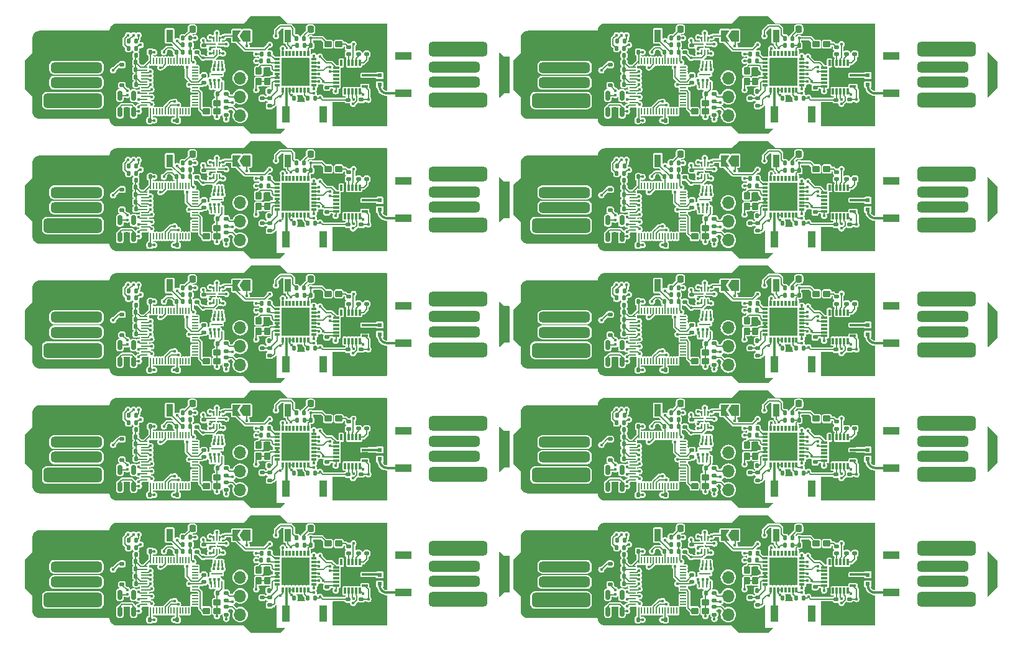
<source format=gbr>
%TF.GenerationSoftware,KiCad,Pcbnew,8.0.4*%
%TF.CreationDate,2024-10-06T23:42:51+02:00*%
%TF.ProjectId,elrs-sim-panel,656c7273-2d73-4696-9d2d-70616e656c2e,rev?*%
%TF.SameCoordinates,Original*%
%TF.FileFunction,Copper,L1,Top*%
%TF.FilePolarity,Positive*%
%FSLAX46Y46*%
G04 Gerber Fmt 4.6, Leading zero omitted, Abs format (unit mm)*
G04 Created by KiCad (PCBNEW 8.0.4) date 2024-10-06 23:42:51*
%MOMM*%
%LPD*%
G01*
G04 APERTURE LIST*
G04 Aperture macros list*
%AMRoundRect*
0 Rectangle with rounded corners*
0 $1 Rounding radius*
0 $2 $3 $4 $5 $6 $7 $8 $9 X,Y pos of 4 corners*
0 Add a 4 corners polygon primitive as box body*
4,1,4,$2,$3,$4,$5,$6,$7,$8,$9,$2,$3,0*
0 Add four circle primitives for the rounded corners*
1,1,$1+$1,$2,$3*
1,1,$1+$1,$4,$5*
1,1,$1+$1,$6,$7*
1,1,$1+$1,$8,$9*
0 Add four rect primitives between the rounded corners*
20,1,$1+$1,$2,$3,$4,$5,0*
20,1,$1+$1,$4,$5,$6,$7,0*
20,1,$1+$1,$6,$7,$8,$9,0*
20,1,$1+$1,$8,$9,$2,$3,0*%
%AMFreePoly0*
4,1,6,1.000000,0.000000,0.500000,-0.750000,-0.500000,-0.750000,-0.500000,0.750000,0.500000,0.750000,1.000000,0.000000,1.000000,0.000000,$1*%
%AMFreePoly1*
4,1,6,0.500000,-0.750000,-0.650000,-0.750000,-0.150000,0.000000,-0.650000,0.750000,0.500000,0.750000,0.500000,-0.750000,0.500000,-0.750000,$1*%
G04 Aperture macros list end*
%TA.AperFunction,SMDPad,CuDef*%
%ADD10RoundRect,0.135000X-0.135000X-0.185000X0.135000X-0.185000X0.135000X0.185000X-0.135000X0.185000X0*%
%TD*%
%TA.AperFunction,SMDPad,CuDef*%
%ADD11RoundRect,0.140000X-0.140000X-0.170000X0.140000X-0.170000X0.140000X0.170000X-0.140000X0.170000X0*%
%TD*%
%TA.AperFunction,SMDPad,CuDef*%
%ADD12RoundRect,0.135000X0.185000X-0.135000X0.185000X0.135000X-0.185000X0.135000X-0.185000X-0.135000X0*%
%TD*%
%TA.AperFunction,SMDPad,CuDef*%
%ADD13RoundRect,0.140000X0.140000X0.170000X-0.140000X0.170000X-0.140000X-0.170000X0.140000X-0.170000X0*%
%TD*%
%TA.AperFunction,SMDPad,CuDef*%
%ADD14R,0.900000X1.700000*%
%TD*%
%TA.AperFunction,ComponentPad*%
%ADD15RoundRect,0.500000X-3.500000X0.500000X-3.500000X-0.500000X3.500000X-0.500000X3.500000X0.500000X0*%
%TD*%
%TA.AperFunction,ComponentPad*%
%ADD16RoundRect,0.500000X-3.000000X0.250000X-3.000000X-0.250000X3.000000X-0.250000X3.000000X0.250000X0*%
%TD*%
%TA.AperFunction,SMDPad,CuDef*%
%ADD17RoundRect,0.500000X3.500000X-0.500000X3.500000X0.500000X-3.500000X0.500000X-3.500000X-0.500000X0*%
%TD*%
%TA.AperFunction,SMDPad,CuDef*%
%ADD18RoundRect,0.500000X3.000000X-0.250000X3.000000X0.250000X-3.000000X0.250000X-3.000000X-0.250000X0*%
%TD*%
%TA.AperFunction,SMDPad,CuDef*%
%ADD19RoundRect,0.140000X-0.170000X0.140000X-0.170000X-0.140000X0.170000X-0.140000X0.170000X0.140000X0*%
%TD*%
%TA.AperFunction,SMDPad,CuDef*%
%ADD20RoundRect,0.140000X0.170000X-0.140000X0.170000X0.140000X-0.170000X0.140000X-0.170000X-0.140000X0*%
%TD*%
%TA.AperFunction,SMDPad,CuDef*%
%ADD21RoundRect,0.135000X0.135000X0.185000X-0.135000X0.185000X-0.135000X-0.185000X0.135000X-0.185000X0*%
%TD*%
%TA.AperFunction,SMDPad,CuDef*%
%ADD22RoundRect,0.150000X0.150000X-0.512500X0.150000X0.512500X-0.150000X0.512500X-0.150000X-0.512500X0*%
%TD*%
%TA.AperFunction,SMDPad,CuDef*%
%ADD23RoundRect,0.050000X0.050000X-0.387500X0.050000X0.387500X-0.050000X0.387500X-0.050000X-0.387500X0*%
%TD*%
%TA.AperFunction,SMDPad,CuDef*%
%ADD24RoundRect,0.050000X0.387500X-0.050000X0.387500X0.050000X-0.387500X0.050000X-0.387500X-0.050000X0*%
%TD*%
%TA.AperFunction,HeatsinkPad*%
%ADD25R,3.200000X3.200000*%
%TD*%
%TA.AperFunction,SMDPad,CuDef*%
%ADD26RoundRect,0.102000X-0.373000X-0.323000X0.373000X-0.323000X0.373000X0.323000X-0.373000X0.323000X0*%
%TD*%
%TA.AperFunction,SMDPad,CuDef*%
%ADD27RoundRect,0.062500X-0.062500X0.387500X-0.062500X-0.387500X0.062500X-0.387500X0.062500X0.387500X0*%
%TD*%
%TA.AperFunction,HeatsinkPad*%
%ADD28R,1.600000X0.200000*%
%TD*%
%TA.AperFunction,SMDPad,CuDef*%
%ADD29RoundRect,0.102000X0.323000X-0.373000X0.323000X0.373000X-0.323000X0.373000X-0.323000X-0.373000X0*%
%TD*%
%TA.AperFunction,SMDPad,CuDef*%
%ADD30RoundRect,0.135000X-0.185000X0.135000X-0.185000X-0.135000X0.185000X-0.135000X0.185000X0.135000X0*%
%TD*%
%TA.AperFunction,SMDPad,CuDef*%
%ADD31FreePoly0,180.000000*%
%TD*%
%TA.AperFunction,SMDPad,CuDef*%
%ADD32FreePoly1,180.000000*%
%TD*%
%TA.AperFunction,SMDPad,CuDef*%
%ADD33R,2.300000X1.000000*%
%TD*%
%TA.AperFunction,SMDPad,CuDef*%
%ADD34R,0.600000X0.600000*%
%TD*%
%TA.AperFunction,SMDPad,CuDef*%
%ADD35R,1.450000X0.300000*%
%TD*%
%TA.AperFunction,SMDPad,CuDef*%
%ADD36RoundRect,0.050000X-0.350000X-0.050000X0.350000X-0.050000X0.350000X0.050000X-0.350000X0.050000X0*%
%TD*%
%TA.AperFunction,SMDPad,CuDef*%
%ADD37RoundRect,0.050000X-0.050000X-0.325000X0.050000X-0.325000X0.050000X0.325000X-0.050000X0.325000X0*%
%TD*%
%TA.AperFunction,SMDPad,CuDef*%
%ADD38RoundRect,0.218750X-0.218750X-0.256250X0.218750X-0.256250X0.218750X0.256250X-0.218750X0.256250X0*%
%TD*%
%TA.AperFunction,SMDPad,CuDef*%
%ADD39R,1.000000X2.300000*%
%TD*%
%TA.AperFunction,ComponentPad*%
%ADD40R,1.700000X1.700000*%
%TD*%
%TA.AperFunction,ComponentPad*%
%ADD41O,1.700000X1.700000*%
%TD*%
%TA.AperFunction,SMDPad,CuDef*%
%ADD42R,0.300000X0.800000*%
%TD*%
%TA.AperFunction,SMDPad,CuDef*%
%ADD43R,0.800000X0.300000*%
%TD*%
%TA.AperFunction,SMDPad,CuDef*%
%ADD44R,3.750000X3.750000*%
%TD*%
%TA.AperFunction,SMDPad,CuDef*%
%ADD45RoundRect,0.102000X0.373000X0.323000X-0.373000X0.323000X-0.373000X-0.323000X0.373000X-0.323000X0*%
%TD*%
%TA.AperFunction,SMDPad,CuDef*%
%ADD46R,0.300000X0.850000*%
%TD*%
%TA.AperFunction,SMDPad,CuDef*%
%ADD47R,0.850000X0.300000*%
%TD*%
%TA.AperFunction,SMDPad,CuDef*%
%ADD48R,2.650000X2.650000*%
%TD*%
%TA.AperFunction,ViaPad*%
%ADD49C,0.450000*%
%TD*%
%TA.AperFunction,Conductor*%
%ADD50C,0.200000*%
%TD*%
%TA.AperFunction,Conductor*%
%ADD51C,0.300000*%
%TD*%
G04 APERTURE END LIST*
D10*
%TO.P,R13,1*%
%TO.N,Board_0-USB_DP*%
X21090000Y-11400000D03*
%TO.P,R13,2*%
%TO.N,Board_0-Net-(U1-USB_DP)*%
X22110000Y-11400000D03*
%TD*%
%TO.P,R13,1*%
%TO.N,Board_8-USB_DP*%
X21090000Y-79400000D03*
%TO.P,R13,2*%
%TO.N,Board_8-Net-(U1-USB_DP)*%
X22110000Y-79400000D03*
%TD*%
D11*
%TO.P,C10,1*%
%TO.N,Board_7-+3.3V_SW*%
X110145000Y-69225000D03*
%TO.P,C10,2*%
%TO.N,Board_7-GND*%
X111105000Y-69225000D03*
%TD*%
D12*
%TO.P,R4,1*%
%TO.N,Board_9-RP2040_TX_NC*%
X100900000Y-88510000D03*
%TO.P,R4,2*%
%TO.N,Board_9-Net-(J2-Pin_4)*%
X100900000Y-87490000D03*
%TD*%
D13*
%TO.P,C16,1*%
%TO.N,Board_5-+3.3V*%
X88580000Y-47300000D03*
%TO.P,C16,2*%
%TO.N,Board_5-GND*%
X87620000Y-47300000D03*
%TD*%
D10*
%TO.P,R5,1*%
%TO.N,Board_7-GND*%
X105715000Y-68225000D03*
%TO.P,R5,2*%
%TO.N,Board_7-Net-(IC2-RES12K)*%
X106735000Y-68225000D03*
%TD*%
D14*
%TO.P,SW1,1,A*%
%TO.N,Board_2-ESP_BOOT*%
X42800000Y-26700000D03*
%TO.P,SW1,2,B*%
%TO.N,Board_2-GND*%
X39400000Y-26700000D03*
%TD*%
%TO.P,SW2,1,A*%
%TO.N,Board_2-GND*%
X23300000Y-26700000D03*
%TO.P,SW2,2,B*%
%TO.N,Board_2-Net-(SW2-B)*%
X26700000Y-26700000D03*
%TD*%
D15*
%TO.P,J3,1,Pin_1*%
%TO.N,Board_8-unconnected-(J3-Pin_1-Pad1)*%
X66000000Y-79500000D03*
D16*
%TO.P,J3,2,Pin_2*%
%TO.N,Board_8-unconnected-(J3-Pin_2-Pad2)*%
X65500000Y-81950000D03*
%TO.P,J3,3,Pin_3*%
%TO.N,Board_8-unconnected-(J3-Pin_3-Pad3)*%
X65500000Y-84000000D03*
D15*
%TO.P,J3,4,Pin_4*%
%TO.N,Board_8-unconnected-(J3-Pin_4-Pad4)*%
X66000000Y-86450000D03*
%TD*%
D11*
%TO.P,C14,1*%
%TO.N,Board_1-+3.3V*%
X94240000Y-21200000D03*
%TO.P,C14,2*%
%TO.N,Board_1-GND*%
X95200000Y-21200000D03*
%TD*%
%TO.P,C14,1*%
%TO.N,Board_2-+3.3V*%
X27740000Y-38200000D03*
%TO.P,C14,2*%
%TO.N,Board_2-GND*%
X28700000Y-38200000D03*
%TD*%
D17*
%TO.P,J1,1,Pin_1*%
%TO.N,Board_4-USB_VBUS*%
X13500000Y-52525000D03*
D18*
%TO.P,J1,2,Pin_2*%
%TO.N,Board_4-USB_DN*%
X14000000Y-50075000D03*
%TO.P,J1,3,Pin_3*%
%TO.N,Board_4-USB_DP*%
X14000000Y-48025000D03*
D17*
%TO.P,J1,4,Pin_4*%
%TO.N,Board_4-GND*%
X13500000Y-45575000D03*
%TD*%
D10*
%TO.P,R13,1*%
%TO.N,Board_5-USB_DP*%
X87590000Y-45400000D03*
%TO.P,R13,2*%
%TO.N,Board_5-Net-(U1-USB_DP)*%
X88610000Y-45400000D03*
%TD*%
D13*
%TO.P,C21,1*%
%TO.N,Board_6-+3.3V*%
X22100000Y-63350000D03*
%TO.P,C21,2*%
%TO.N,Board_6-GND*%
X21140000Y-63350000D03*
%TD*%
%TO.P,C16,1*%
%TO.N,Board_2-+3.3V*%
X22080000Y-30300000D03*
%TO.P,C16,2*%
%TO.N,Board_2-GND*%
X21120000Y-30300000D03*
%TD*%
%TO.P,C3,1*%
%TO.N,Board_8-+3.3V*%
X27600000Y-79900000D03*
%TO.P,C3,2*%
%TO.N,Board_8-GND*%
X26640000Y-79900000D03*
%TD*%
D19*
%TO.P,C7,1*%
%TO.N,Board_3-GND*%
X118925000Y-28220000D03*
%TO.P,C7,2*%
%TO.N,Board_3-IRS*%
X118925000Y-29180000D03*
%TD*%
D20*
%TO.P,C18,1*%
%TO.N,Board_2-GND*%
X31350000Y-28930000D03*
%TO.P,C18,2*%
%TO.N,Board_2-+3.3V*%
X31350000Y-27970000D03*
%TD*%
D12*
%TO.P,R16,1*%
%TO.N,Board_5-RP2040_RX_NC*%
X100900000Y-52610000D03*
%TO.P,R16,2*%
%TO.N,Board_5-Net-(J2-Pin_3)*%
X100900000Y-51590000D03*
%TD*%
D21*
%TO.P,R3,1*%
%TO.N,Board_5-Net-(IC2-U0TXD)*%
X106700000Y-47100000D03*
%TO.P,R3,2*%
%TO.N,Board_5-RP2040_RX_NO*%
X105680000Y-47100000D03*
%TD*%
D19*
%TO.P,C20,1*%
%TO.N,Board_5-GND*%
X86700000Y-49470000D03*
%TO.P,C20,2*%
%TO.N,Board_5-Net-(U1-VREG_VOUT)*%
X86700000Y-50430000D03*
%TD*%
D10*
%TO.P,R14,1*%
%TO.N,Board_4-USB_DN*%
X21140000Y-44400000D03*
%TO.P,R14,2*%
%TO.N,Board_4-Net-(U1-USB_DM)*%
X22160000Y-44400000D03*
%TD*%
D19*
%TO.P,C7,1*%
%TO.N,Board_0-GND*%
X52425000Y-11220000D03*
%TO.P,C7,2*%
%TO.N,Board_0-IRS*%
X52425000Y-12180000D03*
%TD*%
D21*
%TO.P,R15,1*%
%TO.N,Board_5-Net-(IC2-U0RXD)*%
X106760000Y-46150000D03*
%TO.P,R15,2*%
%TO.N,Board_5-RP2040_TX_NO*%
X105740000Y-46150000D03*
%TD*%
D10*
%TO.P,R1,1*%
%TO.N,Board_1-Net-(IC2-CHIP_EN)*%
X112015000Y-18225000D03*
%TO.P,R1,2*%
%TO.N,Board_1-+3.3V_SW*%
X113035000Y-18225000D03*
%TD*%
D19*
%TO.P,C12,1*%
%TO.N,Board_2-Net-(IC2-EXT_RSTB)*%
X39300000Y-35200000D03*
%TO.P,C12,2*%
%TO.N,Board_2-GND*%
X39300000Y-36160000D03*
%TD*%
D13*
%TO.P,C3,1*%
%TO.N,Board_3-+3.3V*%
X94100000Y-28900000D03*
%TO.P,C3,2*%
%TO.N,Board_3-GND*%
X93140000Y-28900000D03*
%TD*%
D22*
%TO.P,PS1,1,VIN*%
%TO.N,Board_6-USB_VBUS*%
X19900000Y-71087500D03*
%TO.P,PS1,2,GND*%
%TO.N,Board_6-GND*%
X20850000Y-71087500D03*
%TO.P,PS1,3,EN*%
%TO.N,Board_6-USB_VBUS*%
X21800000Y-71087500D03*
%TO.P,PS1,4,NC*%
%TO.N,Board_6-unconnected-(PS1-NC-Pad4)*%
X21800000Y-68812500D03*
%TO.P,PS1,5,VOUT*%
%TO.N,Board_6-+3.3V*%
X19900000Y-68812500D03*
%TD*%
D13*
%TO.P,C16,1*%
%TO.N,Board_6-+3.3V*%
X22080000Y-64300000D03*
%TO.P,C16,2*%
%TO.N,Board_6-GND*%
X21120000Y-64300000D03*
%TD*%
D23*
%TO.P,U1,1,IOVDD*%
%TO.N,Board_8-+3.3V*%
X24100000Y-87987500D03*
%TO.P,U1,2,GPIO0*%
%TO.N,Board_8-unconnected-(U1-GPIO0-Pad2)*%
X24500000Y-87987500D03*
%TO.P,U1,3,GPIO1*%
%TO.N,Board_8-unconnected-(U1-GPIO1-Pad3)*%
X24900000Y-87987500D03*
%TO.P,U1,4,GPIO2*%
%TO.N,Board_8-unconnected-(U1-GPIO2-Pad4)*%
X25300000Y-87987500D03*
%TO.P,U1,5,GPIO3*%
%TO.N,Board_8-unconnected-(U1-GPIO3-Pad5)*%
X25700000Y-87987500D03*
%TO.P,U1,6,GPIO4*%
%TO.N,Board_8-RP2040_TX*%
X26100000Y-87987500D03*
%TO.P,U1,7,GPIO5*%
%TO.N,Board_8-RP2040_RX*%
X26500000Y-87987500D03*
%TO.P,U1,8,GPIO6*%
%TO.N,Board_8-unconnected-(U1-GPIO6-Pad8)*%
X26900000Y-87987500D03*
%TO.P,U1,9,GPIO7*%
%TO.N,Board_8-unconnected-(U1-GPIO7-Pad9)*%
X27300000Y-87987500D03*
%TO.P,U1,10,IOVDD*%
%TO.N,Board_8-+3.3V*%
X27700000Y-87987500D03*
%TO.P,U1,11,GPIO8*%
%TO.N,Board_8-unconnected-(U1-GPIO8-Pad11)*%
X28100000Y-87987500D03*
%TO.P,U1,12,GPIO9*%
%TO.N,Board_8-unconnected-(U1-GPIO9-Pad12)*%
X28500000Y-87987500D03*
%TO.P,U1,13,GPIO10*%
%TO.N,Board_8-unconnected-(U1-GPIO10-Pad13)*%
X28900000Y-87987500D03*
%TO.P,U1,14,GPIO11*%
%TO.N,Board_8-unconnected-(U1-GPIO11-Pad14)*%
X29300000Y-87987500D03*
D24*
%TO.P,U1,15,GPIO12*%
%TO.N,Board_8-unconnected-(U1-GPIO12-Pad15)*%
X30137500Y-87150000D03*
%TO.P,U1,16,GPIO13*%
%TO.N,Board_8-unconnected-(U1-GPIO13-Pad16)*%
X30137500Y-86750000D03*
%TO.P,U1,17,GPIO14*%
%TO.N,Board_8-unconnected-(U1-GPIO14-Pad17)*%
X30137500Y-86350000D03*
%TO.P,U1,18,GPIO15*%
%TO.N,Board_8-unconnected-(U1-GPIO15-Pad18)*%
X30137500Y-85950000D03*
%TO.P,U1,19,TESTEN*%
%TO.N,Board_8-GND*%
X30137500Y-85550000D03*
%TO.P,U1,20,XIN*%
%TO.N,Board_8-Net-(U1-XIN)*%
X30137500Y-85150000D03*
%TO.P,U1,21,XOUT*%
%TO.N,Board_8-unconnected-(U1-XOUT-Pad21)*%
X30137500Y-84750000D03*
%TO.P,U1,22,IOVDD*%
%TO.N,Board_8-+3.3V*%
X30137500Y-84350000D03*
%TO.P,U1,23,DVDD*%
%TO.N,Board_8-Net-(U1-VREG_VOUT)*%
X30137500Y-83950000D03*
%TO.P,U1,24,SWCLK*%
%TO.N,Board_8-unconnected-(U1-SWCLK-Pad24)*%
X30137500Y-83550000D03*
%TO.P,U1,25,SWD*%
%TO.N,Board_8-unconnected-(U1-SWD-Pad25)*%
X30137500Y-83150000D03*
%TO.P,U1,26,RUN*%
%TO.N,Board_8-unconnected-(U1-RUN-Pad26)*%
X30137500Y-82750000D03*
%TO.P,U1,27,GPIO16*%
%TO.N,Board_8-unconnected-(U1-GPIO16-Pad27)*%
X30137500Y-82350000D03*
%TO.P,U1,28,GPIO17*%
%TO.N,Board_8-unconnected-(U1-GPIO17-Pad28)*%
X30137500Y-81950000D03*
D23*
%TO.P,U1,29,GPIO18*%
%TO.N,Board_8-unconnected-(U1-GPIO18-Pad29)*%
X29300000Y-81112500D03*
%TO.P,U1,30,GPIO19*%
%TO.N,Board_8-unconnected-(U1-GPIO19-Pad30)*%
X28900000Y-81112500D03*
%TO.P,U1,31,GPIO20*%
%TO.N,Board_8-unconnected-(U1-GPIO20-Pad31)*%
X28500000Y-81112500D03*
%TO.P,U1,32,GPIO21*%
%TO.N,Board_8-unconnected-(U1-GPIO21-Pad32)*%
X28100000Y-81112500D03*
%TO.P,U1,33,IOVDD*%
%TO.N,Board_8-+3.3V*%
X27700000Y-81112500D03*
%TO.P,U1,34,GPIO22*%
%TO.N,Board_8-unconnected-(U1-GPIO22-Pad34)*%
X27300000Y-81112500D03*
%TO.P,U1,35,GPIO23*%
%TO.N,Board_8-unconnected-(U1-GPIO23-Pad35)*%
X26900000Y-81112500D03*
%TO.P,U1,36,GPIO24*%
%TO.N,Board_8-unconnected-(U1-GPIO24-Pad36)*%
X26500000Y-81112500D03*
%TO.P,U1,37,GPIO25*%
%TO.N,Board_8-RP2040_LED*%
X26100000Y-81112500D03*
%TO.P,U1,38,GPIO26_ADC0*%
%TO.N,Board_8-unconnected-(U1-GPIO26_ADC0-Pad38)*%
X25700000Y-81112500D03*
%TO.P,U1,39,GPIO27_ADC1*%
%TO.N,Board_8-unconnected-(U1-GPIO27_ADC1-Pad39)*%
X25300000Y-81112500D03*
%TO.P,U1,40,GPIO28_ADC2*%
%TO.N,Board_8-unconnected-(U1-GPIO28_ADC2-Pad40)*%
X24900000Y-81112500D03*
%TO.P,U1,41,GPIO29_ADC3*%
%TO.N,Board_8-unconnected-(U1-GPIO29_ADC3-Pad41)*%
X24500000Y-81112500D03*
%TO.P,U1,42,IOVDD*%
%TO.N,Board_8-+3.3V*%
X24100000Y-81112500D03*
D24*
%TO.P,U1,43,ADC_AVDD*%
X23262500Y-81950000D03*
%TO.P,U1,44,VREG_IN*%
X23262500Y-82350000D03*
%TO.P,U1,45,VREG_VOUT*%
%TO.N,Board_8-Net-(U1-VREG_VOUT)*%
X23262500Y-82750000D03*
%TO.P,U1,46,USB_DM*%
%TO.N,Board_8-Net-(U1-USB_DM)*%
X23262500Y-83150000D03*
%TO.P,U1,47,USB_DP*%
%TO.N,Board_8-Net-(U1-USB_DP)*%
X23262500Y-83550000D03*
%TO.P,U1,48,USB_VDD*%
%TO.N,Board_8-+3.3V*%
X23262500Y-83950000D03*
%TO.P,U1,49,IOVDD*%
X23262500Y-84350000D03*
%TO.P,U1,50,DVDD*%
%TO.N,Board_8-Net-(U1-VREG_VOUT)*%
X23262500Y-84750000D03*
%TO.P,U1,51,QSPI_SD3*%
%TO.N,Board_8-QSPI_SD3*%
X23262500Y-85150000D03*
%TO.P,U1,52,QSPI_SCLK*%
%TO.N,Board_8-QSPI_SCLK*%
X23262500Y-85550000D03*
%TO.P,U1,53,QSPI_SD0*%
%TO.N,Board_8-QSPI_SD0*%
X23262500Y-85950000D03*
%TO.P,U1,54,QSPI_SD2*%
%TO.N,Board_8-QSPI_SD2*%
X23262500Y-86350000D03*
%TO.P,U1,55,QSPI_SD1*%
%TO.N,Board_8-QSPI_SD1*%
X23262500Y-86750000D03*
%TO.P,U1,56,QSPI_SS*%
%TO.N,Board_8-QSPI_SS*%
X23262500Y-87150000D03*
D25*
%TO.P,U1,57,GND*%
%TO.N,Board_8-GND*%
X26700000Y-84550000D03*
%TD*%
D26*
%TO.P,X3,1,GND*%
%TO.N,Board_3-GND*%
X114775000Y-28975000D03*
%TO.P,X3,2,GND*%
X116225000Y-28975000D03*
%TO.P,X3,3,OUT*%
%TO.N,Board_3-Net-(X3-OUT)*%
X116225000Y-27825000D03*
%TO.P,X3,4,Vdd*%
%TO.N,Board_3-+3.3V_SW*%
X114775000Y-27825000D03*
%TD*%
D19*
%TO.P,C20,1*%
%TO.N,Board_1-GND*%
X86700000Y-15470000D03*
%TO.P,C20,2*%
%TO.N,Board_1-Net-(U1-VREG_VOUT)*%
X86700000Y-16430000D03*
%TD*%
D12*
%TO.P,R6,1*%
%TO.N,Board_1-+3.3V_SW*%
X106800000Y-19220000D03*
%TO.P,R6,2*%
%TO.N,Board_1-Net-(IC2-EXT_RSTB)*%
X106800000Y-18200000D03*
%TD*%
D13*
%TO.P,C2,1*%
%TO.N,Board_1-+3.3V*%
X88580000Y-14300000D03*
%TO.P,C2,2*%
%TO.N,Board_1-GND*%
X87620000Y-14300000D03*
%TD*%
D19*
%TO.P,C15,1*%
%TO.N,Board_3-+3.3V*%
X97850000Y-33070000D03*
%TO.P,C15,2*%
%TO.N,Board_3-GND*%
X97850000Y-34030000D03*
%TD*%
D27*
%TO.P,U2,1,~{CS}*%
%TO.N,Board_5-QSPI_SS*%
X100350000Y-47550000D03*
%TO.P,U2,2,DO(IO1)*%
%TO.N,Board_5-QSPI_SD1*%
X99850000Y-47550000D03*
%TO.P,U2,3,IO2*%
%TO.N,Board_5-QSPI_SD2*%
X99350000Y-47550000D03*
%TO.P,U2,4,GND*%
%TO.N,Board_5-GND*%
X98850000Y-47550000D03*
%TO.P,U2,5,DI(IO0)*%
%TO.N,Board_5-QSPI_SD0*%
X98850000Y-50400000D03*
%TO.P,U2,6,CLK*%
%TO.N,Board_5-QSPI_SCLK*%
X99350000Y-50400000D03*
%TO.P,U2,7,IO3*%
%TO.N,Board_5-QSPI_SD3*%
X99850000Y-50400000D03*
%TO.P,U2,8,VCC*%
%TO.N,Board_5-+3.3V*%
X100350000Y-50400000D03*
D28*
%TO.P,U2,9*%
%TO.N,N/C*%
X99600000Y-48975000D03*
%TD*%
D19*
%TO.P,C9,1*%
%TO.N,Board_6-IRS*%
X48125000Y-67725000D03*
%TO.P,C9,2*%
%TO.N,Board_6-GND*%
X48125000Y-68685000D03*
%TD*%
D29*
%TO.P,X2,1,EN*%
%TO.N,Board_3-+3.3V_SW*%
X106475000Y-32925000D03*
%TO.P,X2,2,GND*%
%TO.N,Board_3-GND*%
X106475000Y-31475000D03*
%TO.P,X2,3,OUT*%
%TO.N,Board_3-Net-(IC2-XTAL_IN)*%
X105325000Y-31475000D03*
%TO.P,X2,4,Vdd*%
%TO.N,Board_3-+3.3V_SW*%
X105325000Y-32925000D03*
%TD*%
D10*
%TO.P,R14,1*%
%TO.N,Board_5-USB_DN*%
X87640000Y-44400000D03*
%TO.P,R14,2*%
%TO.N,Board_5-Net-(U1-USB_DM)*%
X88660000Y-44400000D03*
%TD*%
D30*
%TO.P,R2,1*%
%TO.N,Board_7-NSS*%
X119300000Y-69390000D03*
%TO.P,R2,2*%
%TO.N,Board_7-GND*%
X119300000Y-70410000D03*
%TD*%
D31*
%TO.P,JP1,1,A*%
%TO.N,Board_1-+3.3V*%
X103725000Y-9700000D03*
D32*
%TO.P,JP1,2,B*%
%TO.N,Board_1-+3.3V_SW*%
X102275000Y-9700000D03*
%TD*%
D13*
%TO.P,C21,1*%
%TO.N,Board_4-+3.3V*%
X22100000Y-46350000D03*
%TO.P,C21,2*%
%TO.N,Board_4-GND*%
X21140000Y-46350000D03*
%TD*%
%TO.P,C5,1*%
%TO.N,Board_0-+3.3V*%
X33230000Y-17600000D03*
%TO.P,C5,2*%
%TO.N,Board_0-GND*%
X32270000Y-17600000D03*
%TD*%
D19*
%TO.P,C8,1*%
%TO.N,Board_5-GND*%
X120025000Y-45220000D03*
%TO.P,C8,2*%
%TO.N,Board_5-Net-(IC1-VR_PA)*%
X120025000Y-46180000D03*
%TD*%
D23*
%TO.P,U1,1,IOVDD*%
%TO.N,Board_5-+3.3V*%
X90600000Y-53987500D03*
%TO.P,U1,2,GPIO0*%
%TO.N,Board_5-unconnected-(U1-GPIO0-Pad2)*%
X91000000Y-53987500D03*
%TO.P,U1,3,GPIO1*%
%TO.N,Board_5-unconnected-(U1-GPIO1-Pad3)*%
X91400000Y-53987500D03*
%TO.P,U1,4,GPIO2*%
%TO.N,Board_5-unconnected-(U1-GPIO2-Pad4)*%
X91800000Y-53987500D03*
%TO.P,U1,5,GPIO3*%
%TO.N,Board_5-unconnected-(U1-GPIO3-Pad5)*%
X92200000Y-53987500D03*
%TO.P,U1,6,GPIO4*%
%TO.N,Board_5-RP2040_TX*%
X92600000Y-53987500D03*
%TO.P,U1,7,GPIO5*%
%TO.N,Board_5-RP2040_RX*%
X93000000Y-53987500D03*
%TO.P,U1,8,GPIO6*%
%TO.N,Board_5-unconnected-(U1-GPIO6-Pad8)*%
X93400000Y-53987500D03*
%TO.P,U1,9,GPIO7*%
%TO.N,Board_5-unconnected-(U1-GPIO7-Pad9)*%
X93800000Y-53987500D03*
%TO.P,U1,10,IOVDD*%
%TO.N,Board_5-+3.3V*%
X94200000Y-53987500D03*
%TO.P,U1,11,GPIO8*%
%TO.N,Board_5-unconnected-(U1-GPIO8-Pad11)*%
X94600000Y-53987500D03*
%TO.P,U1,12,GPIO9*%
%TO.N,Board_5-unconnected-(U1-GPIO9-Pad12)*%
X95000000Y-53987500D03*
%TO.P,U1,13,GPIO10*%
%TO.N,Board_5-unconnected-(U1-GPIO10-Pad13)*%
X95400000Y-53987500D03*
%TO.P,U1,14,GPIO11*%
%TO.N,Board_5-unconnected-(U1-GPIO11-Pad14)*%
X95800000Y-53987500D03*
D24*
%TO.P,U1,15,GPIO12*%
%TO.N,Board_5-unconnected-(U1-GPIO12-Pad15)*%
X96637500Y-53150000D03*
%TO.P,U1,16,GPIO13*%
%TO.N,Board_5-unconnected-(U1-GPIO13-Pad16)*%
X96637500Y-52750000D03*
%TO.P,U1,17,GPIO14*%
%TO.N,Board_5-unconnected-(U1-GPIO14-Pad17)*%
X96637500Y-52350000D03*
%TO.P,U1,18,GPIO15*%
%TO.N,Board_5-unconnected-(U1-GPIO15-Pad18)*%
X96637500Y-51950000D03*
%TO.P,U1,19,TESTEN*%
%TO.N,Board_5-GND*%
X96637500Y-51550000D03*
%TO.P,U1,20,XIN*%
%TO.N,Board_5-Net-(U1-XIN)*%
X96637500Y-51150000D03*
%TO.P,U1,21,XOUT*%
%TO.N,Board_5-unconnected-(U1-XOUT-Pad21)*%
X96637500Y-50750000D03*
%TO.P,U1,22,IOVDD*%
%TO.N,Board_5-+3.3V*%
X96637500Y-50350000D03*
%TO.P,U1,23,DVDD*%
%TO.N,Board_5-Net-(U1-VREG_VOUT)*%
X96637500Y-49950000D03*
%TO.P,U1,24,SWCLK*%
%TO.N,Board_5-unconnected-(U1-SWCLK-Pad24)*%
X96637500Y-49550000D03*
%TO.P,U1,25,SWD*%
%TO.N,Board_5-unconnected-(U1-SWD-Pad25)*%
X96637500Y-49150000D03*
%TO.P,U1,26,RUN*%
%TO.N,Board_5-unconnected-(U1-RUN-Pad26)*%
X96637500Y-48750000D03*
%TO.P,U1,27,GPIO16*%
%TO.N,Board_5-unconnected-(U1-GPIO16-Pad27)*%
X96637500Y-48350000D03*
%TO.P,U1,28,GPIO17*%
%TO.N,Board_5-unconnected-(U1-GPIO17-Pad28)*%
X96637500Y-47950000D03*
D23*
%TO.P,U1,29,GPIO18*%
%TO.N,Board_5-unconnected-(U1-GPIO18-Pad29)*%
X95800000Y-47112500D03*
%TO.P,U1,30,GPIO19*%
%TO.N,Board_5-unconnected-(U1-GPIO19-Pad30)*%
X95400000Y-47112500D03*
%TO.P,U1,31,GPIO20*%
%TO.N,Board_5-unconnected-(U1-GPIO20-Pad31)*%
X95000000Y-47112500D03*
%TO.P,U1,32,GPIO21*%
%TO.N,Board_5-unconnected-(U1-GPIO21-Pad32)*%
X94600000Y-47112500D03*
%TO.P,U1,33,IOVDD*%
%TO.N,Board_5-+3.3V*%
X94200000Y-47112500D03*
%TO.P,U1,34,GPIO22*%
%TO.N,Board_5-unconnected-(U1-GPIO22-Pad34)*%
X93800000Y-47112500D03*
%TO.P,U1,35,GPIO23*%
%TO.N,Board_5-unconnected-(U1-GPIO23-Pad35)*%
X93400000Y-47112500D03*
%TO.P,U1,36,GPIO24*%
%TO.N,Board_5-unconnected-(U1-GPIO24-Pad36)*%
X93000000Y-47112500D03*
%TO.P,U1,37,GPIO25*%
%TO.N,Board_5-RP2040_LED*%
X92600000Y-47112500D03*
%TO.P,U1,38,GPIO26_ADC0*%
%TO.N,Board_5-unconnected-(U1-GPIO26_ADC0-Pad38)*%
X92200000Y-47112500D03*
%TO.P,U1,39,GPIO27_ADC1*%
%TO.N,Board_5-unconnected-(U1-GPIO27_ADC1-Pad39)*%
X91800000Y-47112500D03*
%TO.P,U1,40,GPIO28_ADC2*%
%TO.N,Board_5-unconnected-(U1-GPIO28_ADC2-Pad40)*%
X91400000Y-47112500D03*
%TO.P,U1,41,GPIO29_ADC3*%
%TO.N,Board_5-unconnected-(U1-GPIO29_ADC3-Pad41)*%
X91000000Y-47112500D03*
%TO.P,U1,42,IOVDD*%
%TO.N,Board_5-+3.3V*%
X90600000Y-47112500D03*
D24*
%TO.P,U1,43,ADC_AVDD*%
X89762500Y-47950000D03*
%TO.P,U1,44,VREG_IN*%
X89762500Y-48350000D03*
%TO.P,U1,45,VREG_VOUT*%
%TO.N,Board_5-Net-(U1-VREG_VOUT)*%
X89762500Y-48750000D03*
%TO.P,U1,46,USB_DM*%
%TO.N,Board_5-Net-(U1-USB_DM)*%
X89762500Y-49150000D03*
%TO.P,U1,47,USB_DP*%
%TO.N,Board_5-Net-(U1-USB_DP)*%
X89762500Y-49550000D03*
%TO.P,U1,48,USB_VDD*%
%TO.N,Board_5-+3.3V*%
X89762500Y-49950000D03*
%TO.P,U1,49,IOVDD*%
X89762500Y-50350000D03*
%TO.P,U1,50,DVDD*%
%TO.N,Board_5-Net-(U1-VREG_VOUT)*%
X89762500Y-50750000D03*
%TO.P,U1,51,QSPI_SD3*%
%TO.N,Board_5-QSPI_SD3*%
X89762500Y-51150000D03*
%TO.P,U1,52,QSPI_SCLK*%
%TO.N,Board_5-QSPI_SCLK*%
X89762500Y-51550000D03*
%TO.P,U1,53,QSPI_SD0*%
%TO.N,Board_5-QSPI_SD0*%
X89762500Y-51950000D03*
%TO.P,U1,54,QSPI_SD2*%
%TO.N,Board_5-QSPI_SD2*%
X89762500Y-52350000D03*
%TO.P,U1,55,QSPI_SD1*%
%TO.N,Board_5-QSPI_SD1*%
X89762500Y-52750000D03*
%TO.P,U1,56,QSPI_SS*%
%TO.N,Board_5-QSPI_SS*%
X89762500Y-53150000D03*
D25*
%TO.P,U1,57,GND*%
%TO.N,Board_5-GND*%
X93200000Y-50550000D03*
%TD*%
D12*
%TO.P,R6,1*%
%TO.N,Board_7-+3.3V_SW*%
X106800000Y-70220000D03*
%TO.P,R6,2*%
%TO.N,Board_7-Net-(IC2-EXT_RSTB)*%
X106800000Y-69200000D03*
%TD*%
%TO.P,R16,1*%
%TO.N,Board_7-RP2040_RX_NC*%
X100900000Y-69610000D03*
%TO.P,R16,2*%
%TO.N,Board_7-Net-(J2-Pin_3)*%
X100900000Y-68590000D03*
%TD*%
D33*
%TO.P,L1,1,ANT*%
%TO.N,Board_6-Net-(ANT1-OUT_(TO_ANTENNA))*%
X58500000Y-68540000D03*
%TO.P,L1,2,2*%
%TO.N,Board_6-unconnected-(L1-Pad2)*%
X58500000Y-63460000D03*
%TD*%
D12*
%TO.P,R6,1*%
%TO.N,Board_3-+3.3V_SW*%
X106800000Y-36220000D03*
%TO.P,R6,2*%
%TO.N,Board_3-Net-(IC2-EXT_RSTB)*%
X106800000Y-35200000D03*
%TD*%
D20*
%TO.P,C18,1*%
%TO.N,Board_8-GND*%
X31350000Y-79930000D03*
%TO.P,C18,2*%
%TO.N,Board_8-+3.3V*%
X31350000Y-78970000D03*
%TD*%
D34*
%TO.P,ANT1,1,IN_(TO_RFIC)*%
%TO.N,Board_0-Net-(ANT1-IN_(TO_RFIC))*%
X55300000Y-15100000D03*
D35*
%TO.P,ANT1,2,GND*%
%TO.N,Board_0-GND*%
X55300000Y-15713000D03*
D34*
%TO.P,ANT1,3,OUT_(TO_ANTENNA)*%
%TO.N,Board_0-Net-(ANT1-OUT_(TO_ANTENNA))*%
X55300000Y-16326000D03*
%TD*%
D17*
%TO.P,J1,1,Pin_1*%
%TO.N,Board_9-USB_VBUS*%
X80000000Y-86525000D03*
D18*
%TO.P,J1,2,Pin_2*%
%TO.N,Board_9-USB_DN*%
X80500000Y-84075000D03*
%TO.P,J1,3,Pin_3*%
%TO.N,Board_9-USB_DP*%
X80500000Y-82025000D03*
D17*
%TO.P,J1,4,Pin_4*%
%TO.N,Board_9-GND*%
X80000000Y-79575000D03*
%TD*%
D13*
%TO.P,C5,1*%
%TO.N,Board_2-+3.3V*%
X33230000Y-34600000D03*
%TO.P,C5,2*%
%TO.N,Board_2-GND*%
X32270000Y-34600000D03*
%TD*%
D23*
%TO.P,U1,1,IOVDD*%
%TO.N,Board_2-+3.3V*%
X24100000Y-36987500D03*
%TO.P,U1,2,GPIO0*%
%TO.N,Board_2-unconnected-(U1-GPIO0-Pad2)*%
X24500000Y-36987500D03*
%TO.P,U1,3,GPIO1*%
%TO.N,Board_2-unconnected-(U1-GPIO1-Pad3)*%
X24900000Y-36987500D03*
%TO.P,U1,4,GPIO2*%
%TO.N,Board_2-unconnected-(U1-GPIO2-Pad4)*%
X25300000Y-36987500D03*
%TO.P,U1,5,GPIO3*%
%TO.N,Board_2-unconnected-(U1-GPIO3-Pad5)*%
X25700000Y-36987500D03*
%TO.P,U1,6,GPIO4*%
%TO.N,Board_2-RP2040_TX*%
X26100000Y-36987500D03*
%TO.P,U1,7,GPIO5*%
%TO.N,Board_2-RP2040_RX*%
X26500000Y-36987500D03*
%TO.P,U1,8,GPIO6*%
%TO.N,Board_2-unconnected-(U1-GPIO6-Pad8)*%
X26900000Y-36987500D03*
%TO.P,U1,9,GPIO7*%
%TO.N,Board_2-unconnected-(U1-GPIO7-Pad9)*%
X27300000Y-36987500D03*
%TO.P,U1,10,IOVDD*%
%TO.N,Board_2-+3.3V*%
X27700000Y-36987500D03*
%TO.P,U1,11,GPIO8*%
%TO.N,Board_2-unconnected-(U1-GPIO8-Pad11)*%
X28100000Y-36987500D03*
%TO.P,U1,12,GPIO9*%
%TO.N,Board_2-unconnected-(U1-GPIO9-Pad12)*%
X28500000Y-36987500D03*
%TO.P,U1,13,GPIO10*%
%TO.N,Board_2-unconnected-(U1-GPIO10-Pad13)*%
X28900000Y-36987500D03*
%TO.P,U1,14,GPIO11*%
%TO.N,Board_2-unconnected-(U1-GPIO11-Pad14)*%
X29300000Y-36987500D03*
D24*
%TO.P,U1,15,GPIO12*%
%TO.N,Board_2-unconnected-(U1-GPIO12-Pad15)*%
X30137500Y-36150000D03*
%TO.P,U1,16,GPIO13*%
%TO.N,Board_2-unconnected-(U1-GPIO13-Pad16)*%
X30137500Y-35750000D03*
%TO.P,U1,17,GPIO14*%
%TO.N,Board_2-unconnected-(U1-GPIO14-Pad17)*%
X30137500Y-35350000D03*
%TO.P,U1,18,GPIO15*%
%TO.N,Board_2-unconnected-(U1-GPIO15-Pad18)*%
X30137500Y-34950000D03*
%TO.P,U1,19,TESTEN*%
%TO.N,Board_2-GND*%
X30137500Y-34550000D03*
%TO.P,U1,20,XIN*%
%TO.N,Board_2-Net-(U1-XIN)*%
X30137500Y-34150000D03*
%TO.P,U1,21,XOUT*%
%TO.N,Board_2-unconnected-(U1-XOUT-Pad21)*%
X30137500Y-33750000D03*
%TO.P,U1,22,IOVDD*%
%TO.N,Board_2-+3.3V*%
X30137500Y-33350000D03*
%TO.P,U1,23,DVDD*%
%TO.N,Board_2-Net-(U1-VREG_VOUT)*%
X30137500Y-32950000D03*
%TO.P,U1,24,SWCLK*%
%TO.N,Board_2-unconnected-(U1-SWCLK-Pad24)*%
X30137500Y-32550000D03*
%TO.P,U1,25,SWD*%
%TO.N,Board_2-unconnected-(U1-SWD-Pad25)*%
X30137500Y-32150000D03*
%TO.P,U1,26,RUN*%
%TO.N,Board_2-unconnected-(U1-RUN-Pad26)*%
X30137500Y-31750000D03*
%TO.P,U1,27,GPIO16*%
%TO.N,Board_2-unconnected-(U1-GPIO16-Pad27)*%
X30137500Y-31350000D03*
%TO.P,U1,28,GPIO17*%
%TO.N,Board_2-unconnected-(U1-GPIO17-Pad28)*%
X30137500Y-30950000D03*
D23*
%TO.P,U1,29,GPIO18*%
%TO.N,Board_2-unconnected-(U1-GPIO18-Pad29)*%
X29300000Y-30112500D03*
%TO.P,U1,30,GPIO19*%
%TO.N,Board_2-unconnected-(U1-GPIO19-Pad30)*%
X28900000Y-30112500D03*
%TO.P,U1,31,GPIO20*%
%TO.N,Board_2-unconnected-(U1-GPIO20-Pad31)*%
X28500000Y-30112500D03*
%TO.P,U1,32,GPIO21*%
%TO.N,Board_2-unconnected-(U1-GPIO21-Pad32)*%
X28100000Y-30112500D03*
%TO.P,U1,33,IOVDD*%
%TO.N,Board_2-+3.3V*%
X27700000Y-30112500D03*
%TO.P,U1,34,GPIO22*%
%TO.N,Board_2-unconnected-(U1-GPIO22-Pad34)*%
X27300000Y-30112500D03*
%TO.P,U1,35,GPIO23*%
%TO.N,Board_2-unconnected-(U1-GPIO23-Pad35)*%
X26900000Y-30112500D03*
%TO.P,U1,36,GPIO24*%
%TO.N,Board_2-unconnected-(U1-GPIO24-Pad36)*%
X26500000Y-30112500D03*
%TO.P,U1,37,GPIO25*%
%TO.N,Board_2-RP2040_LED*%
X26100000Y-30112500D03*
%TO.P,U1,38,GPIO26_ADC0*%
%TO.N,Board_2-unconnected-(U1-GPIO26_ADC0-Pad38)*%
X25700000Y-30112500D03*
%TO.P,U1,39,GPIO27_ADC1*%
%TO.N,Board_2-unconnected-(U1-GPIO27_ADC1-Pad39)*%
X25300000Y-30112500D03*
%TO.P,U1,40,GPIO28_ADC2*%
%TO.N,Board_2-unconnected-(U1-GPIO28_ADC2-Pad40)*%
X24900000Y-30112500D03*
%TO.P,U1,41,GPIO29_ADC3*%
%TO.N,Board_2-unconnected-(U1-GPIO29_ADC3-Pad41)*%
X24500000Y-30112500D03*
%TO.P,U1,42,IOVDD*%
%TO.N,Board_2-+3.3V*%
X24100000Y-30112500D03*
D24*
%TO.P,U1,43,ADC_AVDD*%
X23262500Y-30950000D03*
%TO.P,U1,44,VREG_IN*%
X23262500Y-31350000D03*
%TO.P,U1,45,VREG_VOUT*%
%TO.N,Board_2-Net-(U1-VREG_VOUT)*%
X23262500Y-31750000D03*
%TO.P,U1,46,USB_DM*%
%TO.N,Board_2-Net-(U1-USB_DM)*%
X23262500Y-32150000D03*
%TO.P,U1,47,USB_DP*%
%TO.N,Board_2-Net-(U1-USB_DP)*%
X23262500Y-32550000D03*
%TO.P,U1,48,USB_VDD*%
%TO.N,Board_2-+3.3V*%
X23262500Y-32950000D03*
%TO.P,U1,49,IOVDD*%
X23262500Y-33350000D03*
%TO.P,U1,50,DVDD*%
%TO.N,Board_2-Net-(U1-VREG_VOUT)*%
X23262500Y-33750000D03*
%TO.P,U1,51,QSPI_SD3*%
%TO.N,Board_2-QSPI_SD3*%
X23262500Y-34150000D03*
%TO.P,U1,52,QSPI_SCLK*%
%TO.N,Board_2-QSPI_SCLK*%
X23262500Y-34550000D03*
%TO.P,U1,53,QSPI_SD0*%
%TO.N,Board_2-QSPI_SD0*%
X23262500Y-34950000D03*
%TO.P,U1,54,QSPI_SD2*%
%TO.N,Board_2-QSPI_SD2*%
X23262500Y-35350000D03*
%TO.P,U1,55,QSPI_SD1*%
%TO.N,Board_2-QSPI_SD1*%
X23262500Y-35750000D03*
%TO.P,U1,56,QSPI_SS*%
%TO.N,Board_2-QSPI_SS*%
X23262500Y-36150000D03*
D25*
%TO.P,U1,57,GND*%
%TO.N,Board_2-GND*%
X26700000Y-33550000D03*
%TD*%
D13*
%TO.P,C1,1*%
%TO.N,Board_5-+3.3V*%
X90500000Y-55200000D03*
%TO.P,C1,2*%
%TO.N,Board_5-GND*%
X89540000Y-55200000D03*
%TD*%
%TO.P,C17,1*%
%TO.N,Board_8-+3.3V*%
X24060000Y-79900000D03*
%TO.P,C17,2*%
%TO.N,Board_8-GND*%
X23100000Y-79900000D03*
%TD*%
D26*
%TO.P,X3,1,GND*%
%TO.N,Board_6-GND*%
X48275000Y-62975000D03*
%TO.P,X3,2,GND*%
X49725000Y-62975000D03*
%TO.P,X3,3,OUT*%
%TO.N,Board_6-Net-(X3-OUT)*%
X49725000Y-61825000D03*
%TO.P,X3,4,Vdd*%
%TO.N,Board_6-+3.3V_SW*%
X48275000Y-61825000D03*
%TD*%
D19*
%TO.P,C8,1*%
%TO.N,Board_8-GND*%
X53525000Y-79220000D03*
%TO.P,C8,2*%
%TO.N,Board_8-Net-(IC1-VR_PA)*%
X53525000Y-80180000D03*
%TD*%
D10*
%TO.P,R13,1*%
%TO.N,Board_6-USB_DP*%
X21090000Y-62400000D03*
%TO.P,R13,2*%
%TO.N,Board_6-Net-(U1-USB_DP)*%
X22110000Y-62400000D03*
%TD*%
D22*
%TO.P,PS1,1,VIN*%
%TO.N,Board_3-USB_VBUS*%
X86400000Y-37087500D03*
%TO.P,PS1,2,GND*%
%TO.N,Board_3-GND*%
X87350000Y-37087500D03*
%TO.P,PS1,3,EN*%
%TO.N,Board_3-USB_VBUS*%
X88300000Y-37087500D03*
%TO.P,PS1,4,NC*%
%TO.N,Board_3-unconnected-(PS1-NC-Pad4)*%
X88300000Y-34812500D03*
%TO.P,PS1,5,VOUT*%
%TO.N,Board_3-+3.3V*%
X86400000Y-34812500D03*
%TD*%
D36*
%TO.P,S1,1,VCC*%
%TO.N,Board_6-+3.3V*%
X32500000Y-61825000D03*
%TO.P,S1,2,NO1*%
%TO.N,Board_6-RP2040_RX_NO*%
X32500000Y-62225000D03*
D37*
%TO.P,S1,3,COM1*%
%TO.N,Board_6-RP2040_RX*%
X32700000Y-62900000D03*
%TO.P,S1,4,SEL1*%
%TO.N,Board_6-+3.3V_SW*%
X33100000Y-62900000D03*
%TO.P,S1,5,NC1*%
%TO.N,Board_6-RP2040_RX_NC*%
X33500000Y-62900000D03*
D36*
%TO.P,S1,6,GND*%
%TO.N,Board_6-GND*%
X33700000Y-62225000D03*
%TO.P,S1,7,NC2*%
%TO.N,Board_6-RP2040_TX_NC*%
X33700000Y-61825000D03*
D37*
%TO.P,S1,8,SEL2*%
%TO.N,Board_6-+3.3V_SW*%
X33500000Y-61150000D03*
%TO.P,S1,9,COM2*%
%TO.N,Board_6-RP2040_TX*%
X33100000Y-61150000D03*
%TO.P,S1,10,NO2*%
%TO.N,Board_6-RP2040_TX_NO*%
X32700000Y-61150000D03*
%TD*%
D30*
%TO.P,R2,1*%
%TO.N,Board_4-NSS*%
X52800000Y-52390000D03*
%TO.P,R2,2*%
%TO.N,Board_4-GND*%
X52800000Y-53410000D03*
%TD*%
D12*
%TO.P,R11,1*%
%TO.N,Board_5-+3.3V_SW*%
X96900000Y-45960000D03*
%TO.P,R11,2*%
%TO.N,Board_5-GND*%
X96900000Y-44940000D03*
%TD*%
D10*
%TO.P,R14,1*%
%TO.N,Board_3-USB_DN*%
X87640000Y-27400000D03*
%TO.P,R14,2*%
%TO.N,Board_3-Net-(U1-USB_DM)*%
X88660000Y-27400000D03*
%TD*%
D13*
%TO.P,C13,1*%
%TO.N,Board_1-+3.3V*%
X88580000Y-15300000D03*
%TO.P,C13,2*%
%TO.N,Board_1-GND*%
X87620000Y-15300000D03*
%TD*%
D26*
%TO.P,X3,1,GND*%
%TO.N,Board_4-GND*%
X48275000Y-45975000D03*
%TO.P,X3,2,GND*%
X49725000Y-45975000D03*
%TO.P,X3,3,OUT*%
%TO.N,Board_4-Net-(X3-OUT)*%
X49725000Y-44825000D03*
%TO.P,X3,4,Vdd*%
%TO.N,Board_4-+3.3V_SW*%
X48275000Y-44825000D03*
%TD*%
D21*
%TO.P,R7,1*%
%TO.N,Board_1-+3.3V_SW*%
X111535000Y-11025000D03*
%TO.P,R7,2*%
%TO.N,Board_1-ESP_BOOT*%
X110515000Y-11025000D03*
%TD*%
D14*
%TO.P,SW2,1,A*%
%TO.N,Board_0-GND*%
X23300000Y-9700000D03*
%TO.P,SW2,2,B*%
%TO.N,Board_0-Net-(SW2-B)*%
X26700000Y-9700000D03*
%TD*%
D15*
%TO.P,J3,1,Pin_1*%
%TO.N,Board_0-unconnected-(J3-Pin_1-Pad1)*%
X66000000Y-11500000D03*
D16*
%TO.P,J3,2,Pin_2*%
%TO.N,Board_0-unconnected-(J3-Pin_2-Pad2)*%
X65500000Y-13950000D03*
%TO.P,J3,3,Pin_3*%
%TO.N,Board_0-unconnected-(J3-Pin_3-Pad3)*%
X65500000Y-16000000D03*
D15*
%TO.P,J3,4,Pin_4*%
%TO.N,Board_0-unconnected-(J3-Pin_4-Pad4)*%
X66000000Y-18450000D03*
%TD*%
D13*
%TO.P,C17,1*%
%TO.N,Board_5-+3.3V*%
X90560000Y-45900000D03*
%TO.P,C17,2*%
%TO.N,Board_5-GND*%
X89600000Y-45900000D03*
%TD*%
%TO.P,C3,1*%
%TO.N,Board_4-+3.3V*%
X27600000Y-45900000D03*
%TO.P,C3,2*%
%TO.N,Board_4-GND*%
X26640000Y-45900000D03*
%TD*%
D26*
%TO.P,X3,1,GND*%
%TO.N,Board_2-GND*%
X48275000Y-28975000D03*
%TO.P,X3,2,GND*%
X49725000Y-28975000D03*
%TO.P,X3,3,OUT*%
%TO.N,Board_2-Net-(X3-OUT)*%
X49725000Y-27825000D03*
%TO.P,X3,4,Vdd*%
%TO.N,Board_2-+3.3V_SW*%
X48275000Y-27825000D03*
%TD*%
D11*
%TO.P,C10,1*%
%TO.N,Board_4-+3.3V_SW*%
X43645000Y-52225000D03*
%TO.P,C10,2*%
%TO.N,Board_4-GND*%
X44605000Y-52225000D03*
%TD*%
D21*
%TO.P,R7,1*%
%TO.N,Board_8-+3.3V_SW*%
X45035000Y-79025000D03*
%TO.P,R7,2*%
%TO.N,Board_8-ESP_BOOT*%
X44015000Y-79025000D03*
%TD*%
D12*
%TO.P,R6,1*%
%TO.N,Board_0-+3.3V_SW*%
X40300000Y-19220000D03*
%TO.P,R6,2*%
%TO.N,Board_0-Net-(IC2-EXT_RSTB)*%
X40300000Y-18200000D03*
%TD*%
D34*
%TO.P,ANT1,1,IN_(TO_RFIC)*%
%TO.N,Board_4-Net-(ANT1-IN_(TO_RFIC))*%
X55300000Y-49100000D03*
D35*
%TO.P,ANT1,2,GND*%
%TO.N,Board_4-GND*%
X55300000Y-49713000D03*
D34*
%TO.P,ANT1,3,OUT_(TO_ANTENNA)*%
%TO.N,Board_4-Net-(ANT1-OUT_(TO_ANTENNA))*%
X55300000Y-50326000D03*
%TD*%
D19*
%TO.P,C12,1*%
%TO.N,Board_1-Net-(IC2-EXT_RSTB)*%
X105800000Y-18200000D03*
%TO.P,C12,2*%
%TO.N,Board_1-GND*%
X105800000Y-19160000D03*
%TD*%
D13*
%TO.P,C1,1*%
%TO.N,Board_3-+3.3V*%
X90500000Y-38200000D03*
%TO.P,C1,2*%
%TO.N,Board_3-GND*%
X89540000Y-38200000D03*
%TD*%
%TO.P,C1,1*%
%TO.N,Board_4-+3.3V*%
X24000000Y-55200000D03*
%TO.P,C1,2*%
%TO.N,Board_4-GND*%
X23040000Y-55200000D03*
%TD*%
D38*
%TO.P,D2,1,K*%
%TO.N,Board_8-GND*%
X28212500Y-76800000D03*
%TO.P,D2,2,A*%
%TO.N,Board_8-Net-(D2-A)*%
X29787500Y-76800000D03*
%TD*%
D19*
%TO.P,C22,1*%
%TO.N,Board_0-GND*%
X31350000Y-14170000D03*
%TO.P,C22,2*%
%TO.N,Board_0-Net-(U1-VREG_VOUT)*%
X31350000Y-15130000D03*
%TD*%
D13*
%TO.P,C4,1*%
%TO.N,Board_4-+3.3V*%
X22085000Y-50300000D03*
%TO.P,C4,2*%
%TO.N,Board_4-GND*%
X21125000Y-50300000D03*
%TD*%
%TO.P,C21,1*%
%TO.N,Board_9-+3.3V*%
X88600000Y-80350000D03*
%TO.P,C21,2*%
%TO.N,Board_9-GND*%
X87640000Y-80350000D03*
%TD*%
%TO.P,C5,1*%
%TO.N,Board_8-+3.3V*%
X33230000Y-85600000D03*
%TO.P,C5,2*%
%TO.N,Board_8-GND*%
X32270000Y-85600000D03*
%TD*%
D11*
%TO.P,C10,1*%
%TO.N,Board_5-+3.3V_SW*%
X110145000Y-52225000D03*
%TO.P,C10,2*%
%TO.N,Board_5-GND*%
X111105000Y-52225000D03*
%TD*%
D34*
%TO.P,ANT1,1,IN_(TO_RFIC)*%
%TO.N,Board_3-Net-(ANT1-IN_(TO_RFIC))*%
X121800000Y-32100000D03*
D35*
%TO.P,ANT1,2,GND*%
%TO.N,Board_3-GND*%
X121800000Y-32713000D03*
D34*
%TO.P,ANT1,3,OUT_(TO_ANTENNA)*%
%TO.N,Board_3-Net-(ANT1-OUT_(TO_ANTENNA))*%
X121800000Y-33326000D03*
%TD*%
D10*
%TO.P,R14,1*%
%TO.N,Board_1-USB_DN*%
X87640000Y-10400000D03*
%TO.P,R14,2*%
%TO.N,Board_1-Net-(U1-USB_DM)*%
X88660000Y-10400000D03*
%TD*%
D19*
%TO.P,C7,1*%
%TO.N,Board_7-GND*%
X118925000Y-62220000D03*
%TO.P,C7,2*%
%TO.N,Board_7-IRS*%
X118925000Y-63180000D03*
%TD*%
%TO.P,C6,1*%
%TO.N,Board_8-+3.3V_SW*%
X51000000Y-86420000D03*
%TO.P,C6,2*%
%TO.N,Board_8-GND*%
X51000000Y-87380000D03*
%TD*%
D39*
%TO.P,L2,1,ANT*%
%TO.N,Board_0-LNA*%
X42560000Y-20400000D03*
%TO.P,L2,2,2*%
%TO.N,Board_0-unconnected-(L2-Pad2)*%
X47640000Y-20400000D03*
%TD*%
D31*
%TO.P,JP1,1,A*%
%TO.N,Board_5-+3.3V*%
X103725000Y-43700000D03*
D32*
%TO.P,JP1,2,B*%
%TO.N,Board_5-+3.3V_SW*%
X102275000Y-43700000D03*
%TD*%
D21*
%TO.P,R15,1*%
%TO.N,Board_6-Net-(IC2-U0RXD)*%
X40260000Y-63150000D03*
%TO.P,R15,2*%
%TO.N,Board_6-RP2040_TX_NO*%
X39240000Y-63150000D03*
%TD*%
D19*
%TO.P,C9,1*%
%TO.N,Board_1-IRS*%
X114625000Y-16725000D03*
%TO.P,C9,2*%
%TO.N,Board_1-GND*%
X114625000Y-17685000D03*
%TD*%
D20*
%TO.P,C19,1*%
%TO.N,Board_1-GND*%
X86700000Y-14580000D03*
%TO.P,C19,2*%
%TO.N,Board_1-Net-(U1-VREG_VOUT)*%
X86700000Y-13620000D03*
%TD*%
D19*
%TO.P,C22,1*%
%TO.N,Board_6-GND*%
X31350000Y-65170000D03*
%TO.P,C22,2*%
%TO.N,Board_6-Net-(U1-VREG_VOUT)*%
X31350000Y-66130000D03*
%TD*%
%TO.P,C15,1*%
%TO.N,Board_2-+3.3V*%
X31350000Y-33070000D03*
%TO.P,C15,2*%
%TO.N,Board_2-GND*%
X31350000Y-34030000D03*
%TD*%
D27*
%TO.P,U2,1,~{CS}*%
%TO.N,Board_6-QSPI_SS*%
X33850000Y-64550000D03*
%TO.P,U2,2,DO(IO1)*%
%TO.N,Board_6-QSPI_SD1*%
X33350000Y-64550000D03*
%TO.P,U2,3,IO2*%
%TO.N,Board_6-QSPI_SD2*%
X32850000Y-64550000D03*
%TO.P,U2,4,GND*%
%TO.N,Board_6-GND*%
X32350000Y-64550000D03*
%TO.P,U2,5,DI(IO0)*%
%TO.N,Board_6-QSPI_SD0*%
X32350000Y-67400000D03*
%TO.P,U2,6,CLK*%
%TO.N,Board_6-QSPI_SCLK*%
X32850000Y-67400000D03*
%TO.P,U2,7,IO3*%
%TO.N,Board_6-QSPI_SD3*%
X33350000Y-67400000D03*
%TO.P,U2,8,VCC*%
%TO.N,Board_6-+3.3V*%
X33850000Y-67400000D03*
D28*
%TO.P,U2,9*%
%TO.N,N/C*%
X33100000Y-65975000D03*
%TD*%
D19*
%TO.P,C15,1*%
%TO.N,Board_4-+3.3V*%
X31350000Y-50070000D03*
%TO.P,C15,2*%
%TO.N,Board_4-GND*%
X31350000Y-51030000D03*
%TD*%
D21*
%TO.P,R9,1*%
%TO.N,Board_0-RP2040_LED*%
X29510000Y-10000000D03*
%TO.P,R9,2*%
%TO.N,Board_0-Net-(D2-A)*%
X28490000Y-10000000D03*
%TD*%
%TO.P,R15,1*%
%TO.N,Board_7-Net-(IC2-U0RXD)*%
X106760000Y-63150000D03*
%TO.P,R15,2*%
%TO.N,Board_7-RP2040_TX_NO*%
X105740000Y-63150000D03*
%TD*%
%TO.P,R12,1*%
%TO.N,Board_4-QSPI_SS*%
X29500000Y-44950000D03*
%TO.P,R12,2*%
%TO.N,Board_4-+3.3V*%
X28480000Y-44950000D03*
%TD*%
D10*
%TO.P,R14,1*%
%TO.N,Board_7-USB_DN*%
X87640000Y-61400000D03*
%TO.P,R14,2*%
%TO.N,Board_7-Net-(U1-USB_DM)*%
X88660000Y-61400000D03*
%TD*%
D11*
%TO.P,C11,1*%
%TO.N,Board_1-+3.3V_SW*%
X112445000Y-11025000D03*
%TO.P,C11,2*%
%TO.N,Board_1-GND*%
X113405000Y-11025000D03*
%TD*%
D13*
%TO.P,C4,1*%
%TO.N,Board_3-+3.3V*%
X88585000Y-33300000D03*
%TO.P,C4,2*%
%TO.N,Board_3-GND*%
X87625000Y-33300000D03*
%TD*%
D12*
%TO.P,R4,1*%
%TO.N,Board_3-RP2040_TX_NC*%
X100900000Y-37510000D03*
%TO.P,R4,2*%
%TO.N,Board_3-Net-(J2-Pin_4)*%
X100900000Y-36490000D03*
%TD*%
D19*
%TO.P,C8,1*%
%TO.N,Board_6-GND*%
X53525000Y-62220000D03*
%TO.P,C8,2*%
%TO.N,Board_6-Net-(IC1-VR_PA)*%
X53525000Y-63180000D03*
%TD*%
D13*
%TO.P,C1,1*%
%TO.N,Board_7-+3.3V*%
X90500000Y-72200000D03*
%TO.P,C1,2*%
%TO.N,Board_7-GND*%
X89540000Y-72200000D03*
%TD*%
D33*
%TO.P,L1,1,ANT*%
%TO.N,Board_3-Net-(ANT1-OUT_(TO_ANTENNA))*%
X125000000Y-34540000D03*
%TO.P,L1,2,2*%
%TO.N,Board_3-unconnected-(L1-Pad2)*%
X125000000Y-29460000D03*
%TD*%
D13*
%TO.P,C16,1*%
%TO.N,Board_7-+3.3V*%
X88580000Y-64300000D03*
%TO.P,C16,2*%
%TO.N,Board_7-GND*%
X87620000Y-64300000D03*
%TD*%
D19*
%TO.P,C22,1*%
%TO.N,Board_2-GND*%
X31350000Y-31170000D03*
%TO.P,C22,2*%
%TO.N,Board_2-Net-(U1-VREG_VOUT)*%
X31350000Y-32130000D03*
%TD*%
D12*
%TO.P,R6,1*%
%TO.N,Board_5-+3.3V_SW*%
X106800000Y-53220000D03*
%TO.P,R6,2*%
%TO.N,Board_5-Net-(IC2-EXT_RSTB)*%
X106800000Y-52200000D03*
%TD*%
D10*
%TO.P,R10,1*%
%TO.N,Board_8-Net-(SW2-B)*%
X28490000Y-79900000D03*
%TO.P,R10,2*%
%TO.N,Board_8-QSPI_SS*%
X29510000Y-79900000D03*
%TD*%
D13*
%TO.P,C4,1*%
%TO.N,Board_2-+3.3V*%
X22085000Y-33300000D03*
%TO.P,C4,2*%
%TO.N,Board_2-GND*%
X21125000Y-33300000D03*
%TD*%
D21*
%TO.P,R7,1*%
%TO.N,Board_6-+3.3V_SW*%
X45035000Y-62025000D03*
%TO.P,R7,2*%
%TO.N,Board_6-ESP_BOOT*%
X44015000Y-62025000D03*
%TD*%
D10*
%TO.P,R8,1*%
%TO.N,Board_0-ESP_LED*%
X43990000Y-10025000D03*
%TO.P,R8,2*%
%TO.N,Board_0-Net-(D1-A)*%
X45010000Y-10025000D03*
%TD*%
D12*
%TO.P,R4,1*%
%TO.N,Board_7-RP2040_TX_NC*%
X100900000Y-71510000D03*
%TO.P,R4,2*%
%TO.N,Board_7-Net-(J2-Pin_4)*%
X100900000Y-70490000D03*
%TD*%
D13*
%TO.P,C3,1*%
%TO.N,Board_1-+3.3V*%
X94100000Y-11900000D03*
%TO.P,C3,2*%
%TO.N,Board_1-GND*%
X93140000Y-11900000D03*
%TD*%
D11*
%TO.P,C10,1*%
%TO.N,Board_6-+3.3V_SW*%
X43645000Y-69225000D03*
%TO.P,C10,2*%
%TO.N,Board_6-GND*%
X44605000Y-69225000D03*
%TD*%
D19*
%TO.P,C20,1*%
%TO.N,Board_2-GND*%
X20200000Y-32470000D03*
%TO.P,C20,2*%
%TO.N,Board_2-Net-(U1-VREG_VOUT)*%
X20200000Y-33430000D03*
%TD*%
D13*
%TO.P,C17,1*%
%TO.N,Board_3-+3.3V*%
X90560000Y-28900000D03*
%TO.P,C17,2*%
%TO.N,Board_3-GND*%
X89600000Y-28900000D03*
%TD*%
D10*
%TO.P,R10,1*%
%TO.N,Board_3-Net-(SW2-B)*%
X94990000Y-28900000D03*
%TO.P,R10,2*%
%TO.N,Board_3-QSPI_SS*%
X96010000Y-28900000D03*
%TD*%
D38*
%TO.P,D2,1,K*%
%TO.N,Board_7-GND*%
X94712500Y-59800000D03*
%TO.P,D2,2,A*%
%TO.N,Board_7-Net-(D2-A)*%
X96287500Y-59800000D03*
%TD*%
D40*
%TO.P,J2,1,Pin_1*%
%TO.N,Board_3-GND*%
X102800000Y-29900000D03*
D41*
%TO.P,J2,2,Pin_2*%
%TO.N,Board_3-USB_VBUS*%
X102800000Y-32440000D03*
%TO.P,J2,3,Pin_3*%
%TO.N,Board_3-Net-(J2-Pin_3)*%
X102800000Y-34980000D03*
%TO.P,J2,4,Pin_4*%
%TO.N,Board_3-Net-(J2-Pin_4)*%
X102800000Y-37520000D03*
%TD*%
D19*
%TO.P,C20,1*%
%TO.N,Board_0-GND*%
X20200000Y-15470000D03*
%TO.P,C20,2*%
%TO.N,Board_0-Net-(U1-VREG_VOUT)*%
X20200000Y-16430000D03*
%TD*%
D31*
%TO.P,JP1,1,A*%
%TO.N,Board_9-+3.3V*%
X103725000Y-77700000D03*
D32*
%TO.P,JP1,2,B*%
%TO.N,Board_9-+3.3V_SW*%
X102275000Y-77700000D03*
%TD*%
D38*
%TO.P,D1,1,K*%
%TO.N,Board_2-GND*%
X44312500Y-25800000D03*
%TO.P,D1,2,A*%
%TO.N,Board_2-Net-(D1-A)*%
X45887500Y-25800000D03*
%TD*%
D12*
%TO.P,R4,1*%
%TO.N,Board_0-RP2040_TX_NC*%
X34400000Y-20510000D03*
%TO.P,R4,2*%
%TO.N,Board_0-Net-(J2-Pin_4)*%
X34400000Y-19490000D03*
%TD*%
D10*
%TO.P,R8,1*%
%TO.N,Board_7-ESP_LED*%
X110490000Y-61025000D03*
%TO.P,R8,2*%
%TO.N,Board_7-Net-(D1-A)*%
X111510000Y-61025000D03*
%TD*%
D40*
%TO.P,J2,1,Pin_1*%
%TO.N,Board_5-GND*%
X102800000Y-46900000D03*
D41*
%TO.P,J2,2,Pin_2*%
%TO.N,Board_5-USB_VBUS*%
X102800000Y-49440000D03*
%TO.P,J2,3,Pin_3*%
%TO.N,Board_5-Net-(J2-Pin_3)*%
X102800000Y-51980000D03*
%TO.P,J2,4,Pin_4*%
%TO.N,Board_5-Net-(J2-Pin_4)*%
X102800000Y-54520000D03*
%TD*%
D21*
%TO.P,R3,1*%
%TO.N,Board_7-Net-(IC2-U0TXD)*%
X106700000Y-64100000D03*
%TO.P,R3,2*%
%TO.N,Board_7-RP2040_RX_NO*%
X105680000Y-64100000D03*
%TD*%
%TO.P,R3,1*%
%TO.N,Board_1-Net-(IC2-U0TXD)*%
X106700000Y-13100000D03*
%TO.P,R3,2*%
%TO.N,Board_1-RP2040_RX_NO*%
X105680000Y-13100000D03*
%TD*%
%TO.P,R15,1*%
%TO.N,Board_1-Net-(IC2-U0RXD)*%
X106760000Y-12150000D03*
%TO.P,R15,2*%
%TO.N,Board_1-RP2040_TX_NO*%
X105740000Y-12150000D03*
%TD*%
D22*
%TO.P,PS1,1,VIN*%
%TO.N,Board_5-USB_VBUS*%
X86400000Y-54087500D03*
%TO.P,PS1,2,GND*%
%TO.N,Board_5-GND*%
X87350000Y-54087500D03*
%TO.P,PS1,3,EN*%
%TO.N,Board_5-USB_VBUS*%
X88300000Y-54087500D03*
%TO.P,PS1,4,NC*%
%TO.N,Board_5-unconnected-(PS1-NC-Pad4)*%
X88300000Y-51812500D03*
%TO.P,PS1,5,VOUT*%
%TO.N,Board_5-+3.3V*%
X86400000Y-51812500D03*
%TD*%
D20*
%TO.P,C19,1*%
%TO.N,Board_0-GND*%
X20200000Y-14580000D03*
%TO.P,C19,2*%
%TO.N,Board_0-Net-(U1-VREG_VOUT)*%
X20200000Y-13620000D03*
%TD*%
D10*
%TO.P,R10,1*%
%TO.N,Board_7-Net-(SW2-B)*%
X94990000Y-62900000D03*
%TO.P,R10,2*%
%TO.N,Board_7-QSPI_SS*%
X96010000Y-62900000D03*
%TD*%
D21*
%TO.P,R15,1*%
%TO.N,Board_8-Net-(IC2-U0RXD)*%
X40260000Y-80150000D03*
%TO.P,R15,2*%
%TO.N,Board_8-RP2040_TX_NO*%
X39240000Y-80150000D03*
%TD*%
D42*
%TO.P,IC2,1,VDDA_1*%
%TO.N,Board_4-+3.3V_SW*%
X42075000Y-51125000D03*
%TO.P,IC2,2,LNA*%
%TO.N,Board_4-LNA*%
X42575000Y-51125000D03*
%TO.P,IC2,3,VDD3P3_1*%
%TO.N,Board_4-+3.3V_SW*%
X43075000Y-51125000D03*
%TO.P,IC2,4,VDD3P3_2*%
X43575000Y-51125000D03*
%TO.P,IC2,5,VDD_RTC*%
%TO.N,Board_4-unconnected-(IC2-VDD_RTC-Pad5)*%
X44075000Y-51125000D03*
%TO.P,IC2,6,TOUT*%
%TO.N,Board_4-unconnected-(IC2-TOUT-Pad6)*%
X44575000Y-51125000D03*
%TO.P,IC2,7,CHIP_EN*%
%TO.N,Board_4-Net-(IC2-CHIP_EN)*%
X45075000Y-51125000D03*
%TO.P,IC2,8,XDP_DCDC*%
%TO.N,Board_4-ESP_LED*%
X45575000Y-51125000D03*
D43*
%TO.P,IC2,9,MTMS*%
%TO.N,Board_4-ESP_SCK*%
X46325000Y-50375000D03*
%TO.P,IC2,10,MTDI*%
%TO.N,Board_4-ESP_MISO*%
X46325000Y-49875000D03*
%TO.P,IC2,11,VDDPST_1*%
%TO.N,Board_4-+3.3V_SW*%
X46325000Y-49375000D03*
%TO.P,IC2,12,MTCK*%
%TO.N,Board_4-ESP_MOSI*%
X46325000Y-48875000D03*
%TO.P,IC2,13,MTDO*%
%TO.N,Board_4-NSS*%
X46325000Y-48375000D03*
%TO.P,IC2,14,GPIO2*%
%TO.N,Board_4-NRST*%
X46325000Y-47875000D03*
%TO.P,IC2,15,GPIO0*%
%TO.N,Board_4-ESP_BOOT*%
X46325000Y-47375000D03*
%TO.P,IC2,16,GPIO4*%
%TO.N,Board_4-DIO_1*%
X46325000Y-46875000D03*
D42*
%TO.P,IC2,17,VDDPST_2*%
%TO.N,Board_4-+3.3V_SW*%
X45575000Y-46125000D03*
%TO.P,IC2,18,SD_DATA_2*%
%TO.N,Board_4-unconnected-(IC2-SD_DATA_2-Pad18)*%
X45075000Y-46125000D03*
%TO.P,IC2,19,SD_DATA_3*%
%TO.N,Board_4-unconnected-(IC2-SD_DATA_3-Pad19)*%
X44575000Y-46125000D03*
%TO.P,IC2,20,SD_CMD*%
%TO.N,Board_4-unconnected-(IC2-SD_CMD-Pad20)*%
X44075000Y-46125000D03*
%TO.P,IC2,21,SD_CLK*%
%TO.N,Board_4-unconnected-(IC2-SD_CLK-Pad21)*%
X43575000Y-46125000D03*
%TO.P,IC2,22,SD_DATA_0*%
%TO.N,Board_4-unconnected-(IC2-SD_DATA_0-Pad22)*%
X43075000Y-46125000D03*
%TO.P,IC2,23,SD_DATA_1*%
%TO.N,Board_4-unconnected-(IC2-SD_DATA_1-Pad23)*%
X42575000Y-46125000D03*
%TO.P,IC2,24,GPIO5*%
%TO.N,Board_4-BUSY*%
X42075000Y-46125000D03*
D43*
%TO.P,IC2,25,U0RXD*%
%TO.N,Board_4-Net-(IC2-U0RXD)*%
X41325000Y-46875000D03*
%TO.P,IC2,26,U0TXD*%
%TO.N,Board_4-Net-(IC2-U0TXD)*%
X41325000Y-47375000D03*
%TO.P,IC2,27,XTAL_OUT*%
%TO.N,Board_4-unconnected-(IC2-XTAL_OUT-Pad27)*%
X41325000Y-47875000D03*
%TO.P,IC2,28,XTAL_IN*%
%TO.N,Board_4-Net-(IC2-XTAL_IN)*%
X41325000Y-48375000D03*
%TO.P,IC2,29,VDDD*%
%TO.N,Board_4-+3.3V_SW*%
X41325000Y-48875000D03*
%TO.P,IC2,30,VDDA_2*%
X41325000Y-49375000D03*
%TO.P,IC2,31,RES12K*%
%TO.N,Board_4-Net-(IC2-RES12K)*%
X41325000Y-49875000D03*
%TO.P,IC2,32,EXT_RSTB*%
%TO.N,Board_4-Net-(IC2-EXT_RSTB)*%
X41325000Y-50375000D03*
D44*
%TO.P,IC2,33,EP*%
%TO.N,Board_4-GND*%
X43825000Y-48625000D03*
%TD*%
D29*
%TO.P,X2,1,EN*%
%TO.N,Board_5-+3.3V_SW*%
X106475000Y-49925000D03*
%TO.P,X2,2,GND*%
%TO.N,Board_5-GND*%
X106475000Y-48475000D03*
%TO.P,X2,3,OUT*%
%TO.N,Board_5-Net-(IC2-XTAL_IN)*%
X105325000Y-48475000D03*
%TO.P,X2,4,Vdd*%
%TO.N,Board_5-+3.3V_SW*%
X105325000Y-49925000D03*
%TD*%
D13*
%TO.P,C3,1*%
%TO.N,Board_9-+3.3V*%
X94100000Y-79900000D03*
%TO.P,C3,2*%
%TO.N,Board_9-GND*%
X93140000Y-79900000D03*
%TD*%
D21*
%TO.P,R12,1*%
%TO.N,Board_0-QSPI_SS*%
X29500000Y-10950000D03*
%TO.P,R12,2*%
%TO.N,Board_0-+3.3V*%
X28480000Y-10950000D03*
%TD*%
%TO.P,R3,1*%
%TO.N,Board_9-Net-(IC2-U0TXD)*%
X106700000Y-81100000D03*
%TO.P,R3,2*%
%TO.N,Board_9-RP2040_RX_NO*%
X105680000Y-81100000D03*
%TD*%
D31*
%TO.P,JP1,1,A*%
%TO.N,Board_3-+3.3V*%
X103725000Y-26700000D03*
D32*
%TO.P,JP1,2,B*%
%TO.N,Board_3-+3.3V_SW*%
X102275000Y-26700000D03*
%TD*%
D39*
%TO.P,L2,1,ANT*%
%TO.N,Board_8-LNA*%
X42560000Y-88400000D03*
%TO.P,L2,2,2*%
%TO.N,Board_8-unconnected-(L2-Pad2)*%
X47640000Y-88400000D03*
%TD*%
D14*
%TO.P,SW2,1,A*%
%TO.N,Board_6-GND*%
X23300000Y-60700000D03*
%TO.P,SW2,2,B*%
%TO.N,Board_6-Net-(SW2-B)*%
X26700000Y-60700000D03*
%TD*%
D12*
%TO.P,R4,1*%
%TO.N,Board_4-RP2040_TX_NC*%
X34400000Y-54510000D03*
%TO.P,R4,2*%
%TO.N,Board_4-Net-(J2-Pin_4)*%
X34400000Y-53490000D03*
%TD*%
D13*
%TO.P,C1,1*%
%TO.N,Board_8-+3.3V*%
X24000000Y-89200000D03*
%TO.P,C1,2*%
%TO.N,Board_8-GND*%
X23040000Y-89200000D03*
%TD*%
D11*
%TO.P,C11,1*%
%TO.N,Board_8-+3.3V_SW*%
X45945000Y-79025000D03*
%TO.P,C11,2*%
%TO.N,Board_8-GND*%
X46905000Y-79025000D03*
%TD*%
D22*
%TO.P,PS1,1,VIN*%
%TO.N,Board_0-USB_VBUS*%
X19900000Y-20087500D03*
%TO.P,PS1,2,GND*%
%TO.N,Board_0-GND*%
X20850000Y-20087500D03*
%TO.P,PS1,3,EN*%
%TO.N,Board_0-USB_VBUS*%
X21800000Y-20087500D03*
%TO.P,PS1,4,NC*%
%TO.N,Board_0-unconnected-(PS1-NC-Pad4)*%
X21800000Y-17812500D03*
%TO.P,PS1,5,VOUT*%
%TO.N,Board_0-+3.3V*%
X19900000Y-17812500D03*
%TD*%
D11*
%TO.P,C14,1*%
%TO.N,Board_3-+3.3V*%
X94240000Y-38200000D03*
%TO.P,C14,2*%
%TO.N,Board_3-GND*%
X95200000Y-38200000D03*
%TD*%
D19*
%TO.P,C6,1*%
%TO.N,Board_3-+3.3V_SW*%
X117500000Y-35420000D03*
%TO.P,C6,2*%
%TO.N,Board_3-GND*%
X117500000Y-36380000D03*
%TD*%
%TO.P,C7,1*%
%TO.N,Board_9-GND*%
X118925000Y-79220000D03*
%TO.P,C7,2*%
%TO.N,Board_9-IRS*%
X118925000Y-80180000D03*
%TD*%
D11*
%TO.P,C11,1*%
%TO.N,Board_9-+3.3V_SW*%
X112445000Y-79025000D03*
%TO.P,C11,2*%
%TO.N,Board_9-GND*%
X113405000Y-79025000D03*
%TD*%
D23*
%TO.P,U1,1,IOVDD*%
%TO.N,Board_1-+3.3V*%
X90600000Y-19987500D03*
%TO.P,U1,2,GPIO0*%
%TO.N,Board_1-unconnected-(U1-GPIO0-Pad2)*%
X91000000Y-19987500D03*
%TO.P,U1,3,GPIO1*%
%TO.N,Board_1-unconnected-(U1-GPIO1-Pad3)*%
X91400000Y-19987500D03*
%TO.P,U1,4,GPIO2*%
%TO.N,Board_1-unconnected-(U1-GPIO2-Pad4)*%
X91800000Y-19987500D03*
%TO.P,U1,5,GPIO3*%
%TO.N,Board_1-unconnected-(U1-GPIO3-Pad5)*%
X92200000Y-19987500D03*
%TO.P,U1,6,GPIO4*%
%TO.N,Board_1-RP2040_TX*%
X92600000Y-19987500D03*
%TO.P,U1,7,GPIO5*%
%TO.N,Board_1-RP2040_RX*%
X93000000Y-19987500D03*
%TO.P,U1,8,GPIO6*%
%TO.N,Board_1-unconnected-(U1-GPIO6-Pad8)*%
X93400000Y-19987500D03*
%TO.P,U1,9,GPIO7*%
%TO.N,Board_1-unconnected-(U1-GPIO7-Pad9)*%
X93800000Y-19987500D03*
%TO.P,U1,10,IOVDD*%
%TO.N,Board_1-+3.3V*%
X94200000Y-19987500D03*
%TO.P,U1,11,GPIO8*%
%TO.N,Board_1-unconnected-(U1-GPIO8-Pad11)*%
X94600000Y-19987500D03*
%TO.P,U1,12,GPIO9*%
%TO.N,Board_1-unconnected-(U1-GPIO9-Pad12)*%
X95000000Y-19987500D03*
%TO.P,U1,13,GPIO10*%
%TO.N,Board_1-unconnected-(U1-GPIO10-Pad13)*%
X95400000Y-19987500D03*
%TO.P,U1,14,GPIO11*%
%TO.N,Board_1-unconnected-(U1-GPIO11-Pad14)*%
X95800000Y-19987500D03*
D24*
%TO.P,U1,15,GPIO12*%
%TO.N,Board_1-unconnected-(U1-GPIO12-Pad15)*%
X96637500Y-19150000D03*
%TO.P,U1,16,GPIO13*%
%TO.N,Board_1-unconnected-(U1-GPIO13-Pad16)*%
X96637500Y-18750000D03*
%TO.P,U1,17,GPIO14*%
%TO.N,Board_1-unconnected-(U1-GPIO14-Pad17)*%
X96637500Y-18350000D03*
%TO.P,U1,18,GPIO15*%
%TO.N,Board_1-unconnected-(U1-GPIO15-Pad18)*%
X96637500Y-17950000D03*
%TO.P,U1,19,TESTEN*%
%TO.N,Board_1-GND*%
X96637500Y-17550000D03*
%TO.P,U1,20,XIN*%
%TO.N,Board_1-Net-(U1-XIN)*%
X96637500Y-17150000D03*
%TO.P,U1,21,XOUT*%
%TO.N,Board_1-unconnected-(U1-XOUT-Pad21)*%
X96637500Y-16750000D03*
%TO.P,U1,22,IOVDD*%
%TO.N,Board_1-+3.3V*%
X96637500Y-16350000D03*
%TO.P,U1,23,DVDD*%
%TO.N,Board_1-Net-(U1-VREG_VOUT)*%
X96637500Y-15950000D03*
%TO.P,U1,24,SWCLK*%
%TO.N,Board_1-unconnected-(U1-SWCLK-Pad24)*%
X96637500Y-15550000D03*
%TO.P,U1,25,SWD*%
%TO.N,Board_1-unconnected-(U1-SWD-Pad25)*%
X96637500Y-15150000D03*
%TO.P,U1,26,RUN*%
%TO.N,Board_1-unconnected-(U1-RUN-Pad26)*%
X96637500Y-14750000D03*
%TO.P,U1,27,GPIO16*%
%TO.N,Board_1-unconnected-(U1-GPIO16-Pad27)*%
X96637500Y-14350000D03*
%TO.P,U1,28,GPIO17*%
%TO.N,Board_1-unconnected-(U1-GPIO17-Pad28)*%
X96637500Y-13950000D03*
D23*
%TO.P,U1,29,GPIO18*%
%TO.N,Board_1-unconnected-(U1-GPIO18-Pad29)*%
X95800000Y-13112500D03*
%TO.P,U1,30,GPIO19*%
%TO.N,Board_1-unconnected-(U1-GPIO19-Pad30)*%
X95400000Y-13112500D03*
%TO.P,U1,31,GPIO20*%
%TO.N,Board_1-unconnected-(U1-GPIO20-Pad31)*%
X95000000Y-13112500D03*
%TO.P,U1,32,GPIO21*%
%TO.N,Board_1-unconnected-(U1-GPIO21-Pad32)*%
X94600000Y-13112500D03*
%TO.P,U1,33,IOVDD*%
%TO.N,Board_1-+3.3V*%
X94200000Y-13112500D03*
%TO.P,U1,34,GPIO22*%
%TO.N,Board_1-unconnected-(U1-GPIO22-Pad34)*%
X93800000Y-13112500D03*
%TO.P,U1,35,GPIO23*%
%TO.N,Board_1-unconnected-(U1-GPIO23-Pad35)*%
X93400000Y-13112500D03*
%TO.P,U1,36,GPIO24*%
%TO.N,Board_1-unconnected-(U1-GPIO24-Pad36)*%
X93000000Y-13112500D03*
%TO.P,U1,37,GPIO25*%
%TO.N,Board_1-RP2040_LED*%
X92600000Y-13112500D03*
%TO.P,U1,38,GPIO26_ADC0*%
%TO.N,Board_1-unconnected-(U1-GPIO26_ADC0-Pad38)*%
X92200000Y-13112500D03*
%TO.P,U1,39,GPIO27_ADC1*%
%TO.N,Board_1-unconnected-(U1-GPIO27_ADC1-Pad39)*%
X91800000Y-13112500D03*
%TO.P,U1,40,GPIO28_ADC2*%
%TO.N,Board_1-unconnected-(U1-GPIO28_ADC2-Pad40)*%
X91400000Y-13112500D03*
%TO.P,U1,41,GPIO29_ADC3*%
%TO.N,Board_1-unconnected-(U1-GPIO29_ADC3-Pad41)*%
X91000000Y-13112500D03*
%TO.P,U1,42,IOVDD*%
%TO.N,Board_1-+3.3V*%
X90600000Y-13112500D03*
D24*
%TO.P,U1,43,ADC_AVDD*%
X89762500Y-13950000D03*
%TO.P,U1,44,VREG_IN*%
X89762500Y-14350000D03*
%TO.P,U1,45,VREG_VOUT*%
%TO.N,Board_1-Net-(U1-VREG_VOUT)*%
X89762500Y-14750000D03*
%TO.P,U1,46,USB_DM*%
%TO.N,Board_1-Net-(U1-USB_DM)*%
X89762500Y-15150000D03*
%TO.P,U1,47,USB_DP*%
%TO.N,Board_1-Net-(U1-USB_DP)*%
X89762500Y-15550000D03*
%TO.P,U1,48,USB_VDD*%
%TO.N,Board_1-+3.3V*%
X89762500Y-15950000D03*
%TO.P,U1,49,IOVDD*%
X89762500Y-16350000D03*
%TO.P,U1,50,DVDD*%
%TO.N,Board_1-Net-(U1-VREG_VOUT)*%
X89762500Y-16750000D03*
%TO.P,U1,51,QSPI_SD3*%
%TO.N,Board_1-QSPI_SD3*%
X89762500Y-17150000D03*
%TO.P,U1,52,QSPI_SCLK*%
%TO.N,Board_1-QSPI_SCLK*%
X89762500Y-17550000D03*
%TO.P,U1,53,QSPI_SD0*%
%TO.N,Board_1-QSPI_SD0*%
X89762500Y-17950000D03*
%TO.P,U1,54,QSPI_SD2*%
%TO.N,Board_1-QSPI_SD2*%
X89762500Y-18350000D03*
%TO.P,U1,55,QSPI_SD1*%
%TO.N,Board_1-QSPI_SD1*%
X89762500Y-18750000D03*
%TO.P,U1,56,QSPI_SS*%
%TO.N,Board_1-QSPI_SS*%
X89762500Y-19150000D03*
D25*
%TO.P,U1,57,GND*%
%TO.N,Board_1-GND*%
X93200000Y-16550000D03*
%TD*%
D30*
%TO.P,R2,1*%
%TO.N,Board_2-NSS*%
X52800000Y-35390000D03*
%TO.P,R2,2*%
%TO.N,Board_2-GND*%
X52800000Y-36410000D03*
%TD*%
%TO.P,R2,1*%
%TO.N,Board_3-NSS*%
X119300000Y-35390000D03*
%TO.P,R2,2*%
%TO.N,Board_3-GND*%
X119300000Y-36410000D03*
%TD*%
D22*
%TO.P,PS1,1,VIN*%
%TO.N,Board_7-USB_VBUS*%
X86400000Y-71087500D03*
%TO.P,PS1,2,GND*%
%TO.N,Board_7-GND*%
X87350000Y-71087500D03*
%TO.P,PS1,3,EN*%
%TO.N,Board_7-USB_VBUS*%
X88300000Y-71087500D03*
%TO.P,PS1,4,NC*%
%TO.N,Board_7-unconnected-(PS1-NC-Pad4)*%
X88300000Y-68812500D03*
%TO.P,PS1,5,VOUT*%
%TO.N,Board_7-+3.3V*%
X86400000Y-68812500D03*
%TD*%
D13*
%TO.P,C2,1*%
%TO.N,Board_9-+3.3V*%
X88580000Y-82300000D03*
%TO.P,C2,2*%
%TO.N,Board_9-GND*%
X87620000Y-82300000D03*
%TD*%
D17*
%TO.P,J1,1,Pin_1*%
%TO.N,Board_6-USB_VBUS*%
X13500000Y-69525000D03*
D18*
%TO.P,J1,2,Pin_2*%
%TO.N,Board_6-USB_DN*%
X14000000Y-67075000D03*
%TO.P,J1,3,Pin_3*%
%TO.N,Board_6-USB_DP*%
X14000000Y-65025000D03*
D17*
%TO.P,J1,4,Pin_4*%
%TO.N,Board_6-GND*%
X13500000Y-62575000D03*
%TD*%
D19*
%TO.P,C15,1*%
%TO.N,Board_1-+3.3V*%
X97850000Y-16070000D03*
%TO.P,C15,2*%
%TO.N,Board_1-GND*%
X97850000Y-17030000D03*
%TD*%
D38*
%TO.P,D2,1,K*%
%TO.N,Board_3-GND*%
X94712500Y-25800000D03*
%TO.P,D2,2,A*%
%TO.N,Board_3-Net-(D2-A)*%
X96287500Y-25800000D03*
%TD*%
D13*
%TO.P,C13,1*%
%TO.N,Board_3-+3.3V*%
X88580000Y-32300000D03*
%TO.P,C13,2*%
%TO.N,Board_3-GND*%
X87620000Y-32300000D03*
%TD*%
D20*
%TO.P,C19,1*%
%TO.N,Board_3-GND*%
X86700000Y-31580000D03*
%TO.P,C19,2*%
%TO.N,Board_3-Net-(U1-VREG_VOUT)*%
X86700000Y-30620000D03*
%TD*%
D27*
%TO.P,U2,1,~{CS}*%
%TO.N,Board_8-QSPI_SS*%
X33850000Y-81550000D03*
%TO.P,U2,2,DO(IO1)*%
%TO.N,Board_8-QSPI_SD1*%
X33350000Y-81550000D03*
%TO.P,U2,3,IO2*%
%TO.N,Board_8-QSPI_SD2*%
X32850000Y-81550000D03*
%TO.P,U2,4,GND*%
%TO.N,Board_8-GND*%
X32350000Y-81550000D03*
%TO.P,U2,5,DI(IO0)*%
%TO.N,Board_8-QSPI_SD0*%
X32350000Y-84400000D03*
%TO.P,U2,6,CLK*%
%TO.N,Board_8-QSPI_SCLK*%
X32850000Y-84400000D03*
%TO.P,U2,7,IO3*%
%TO.N,Board_8-QSPI_SD3*%
X33350000Y-84400000D03*
%TO.P,U2,8,VCC*%
%TO.N,Board_8-+3.3V*%
X33850000Y-84400000D03*
D28*
%TO.P,U2,9*%
%TO.N,N/C*%
X33100000Y-82975000D03*
%TD*%
D19*
%TO.P,C15,1*%
%TO.N,Board_7-+3.3V*%
X97850000Y-67070000D03*
%TO.P,C15,2*%
%TO.N,Board_7-GND*%
X97850000Y-68030000D03*
%TD*%
%TO.P,C8,1*%
%TO.N,Board_9-GND*%
X120025000Y-79220000D03*
%TO.P,C8,2*%
%TO.N,Board_9-Net-(IC1-VR_PA)*%
X120025000Y-80180000D03*
%TD*%
D13*
%TO.P,C13,1*%
%TO.N,Board_4-+3.3V*%
X22080000Y-49300000D03*
%TO.P,C13,2*%
%TO.N,Board_4-GND*%
X21120000Y-49300000D03*
%TD*%
D10*
%TO.P,R10,1*%
%TO.N,Board_4-Net-(SW2-B)*%
X28490000Y-45900000D03*
%TO.P,R10,2*%
%TO.N,Board_4-QSPI_SS*%
X29510000Y-45900000D03*
%TD*%
D19*
%TO.P,C15,1*%
%TO.N,Board_5-+3.3V*%
X97850000Y-50070000D03*
%TO.P,C15,2*%
%TO.N,Board_5-GND*%
X97850000Y-51030000D03*
%TD*%
D10*
%TO.P,R5,1*%
%TO.N,Board_6-GND*%
X39215000Y-68225000D03*
%TO.P,R5,2*%
%TO.N,Board_6-Net-(IC2-RES12K)*%
X40235000Y-68225000D03*
%TD*%
D17*
%TO.P,J1,1,Pin_1*%
%TO.N,Board_8-USB_VBUS*%
X13500000Y-86525000D03*
D18*
%TO.P,J1,2,Pin_2*%
%TO.N,Board_8-USB_DN*%
X14000000Y-84075000D03*
%TO.P,J1,3,Pin_3*%
%TO.N,Board_8-USB_DP*%
X14000000Y-82025000D03*
D17*
%TO.P,J1,4,Pin_4*%
%TO.N,Board_8-GND*%
X13500000Y-79575000D03*
%TD*%
D36*
%TO.P,S1,1,VCC*%
%TO.N,Board_5-+3.3V*%
X99000000Y-44825000D03*
%TO.P,S1,2,NO1*%
%TO.N,Board_5-RP2040_RX_NO*%
X99000000Y-45225000D03*
D37*
%TO.P,S1,3,COM1*%
%TO.N,Board_5-RP2040_RX*%
X99200000Y-45900000D03*
%TO.P,S1,4,SEL1*%
%TO.N,Board_5-+3.3V_SW*%
X99600000Y-45900000D03*
%TO.P,S1,5,NC1*%
%TO.N,Board_5-RP2040_RX_NC*%
X100000000Y-45900000D03*
D36*
%TO.P,S1,6,GND*%
%TO.N,Board_5-GND*%
X100200000Y-45225000D03*
%TO.P,S1,7,NC2*%
%TO.N,Board_5-RP2040_TX_NC*%
X100200000Y-44825000D03*
D37*
%TO.P,S1,8,SEL2*%
%TO.N,Board_5-+3.3V_SW*%
X100000000Y-44150000D03*
%TO.P,S1,9,COM2*%
%TO.N,Board_5-RP2040_TX*%
X99600000Y-44150000D03*
%TO.P,S1,10,NO2*%
%TO.N,Board_5-RP2040_TX_NO*%
X99200000Y-44150000D03*
%TD*%
D13*
%TO.P,C3,1*%
%TO.N,Board_5-+3.3V*%
X94100000Y-45900000D03*
%TO.P,C3,2*%
%TO.N,Board_5-GND*%
X93140000Y-45900000D03*
%TD*%
D27*
%TO.P,U2,1,~{CS}*%
%TO.N,Board_2-QSPI_SS*%
X33850000Y-30550000D03*
%TO.P,U2,2,DO(IO1)*%
%TO.N,Board_2-QSPI_SD1*%
X33350000Y-30550000D03*
%TO.P,U2,3,IO2*%
%TO.N,Board_2-QSPI_SD2*%
X32850000Y-30550000D03*
%TO.P,U2,4,GND*%
%TO.N,Board_2-GND*%
X32350000Y-30550000D03*
%TO.P,U2,5,DI(IO0)*%
%TO.N,Board_2-QSPI_SD0*%
X32350000Y-33400000D03*
%TO.P,U2,6,CLK*%
%TO.N,Board_2-QSPI_SCLK*%
X32850000Y-33400000D03*
%TO.P,U2,7,IO3*%
%TO.N,Board_2-QSPI_SD3*%
X33350000Y-33400000D03*
%TO.P,U2,8,VCC*%
%TO.N,Board_2-+3.3V*%
X33850000Y-33400000D03*
D28*
%TO.P,U2,9*%
%TO.N,N/C*%
X33100000Y-31975000D03*
%TD*%
D10*
%TO.P,R10,1*%
%TO.N,Board_0-Net-(SW2-B)*%
X28490000Y-11900000D03*
%TO.P,R10,2*%
%TO.N,Board_0-QSPI_SS*%
X29510000Y-11900000D03*
%TD*%
D19*
%TO.P,C8,1*%
%TO.N,Board_2-GND*%
X53525000Y-28220000D03*
%TO.P,C8,2*%
%TO.N,Board_2-Net-(IC1-VR_PA)*%
X53525000Y-29180000D03*
%TD*%
%TO.P,C12,1*%
%TO.N,Board_6-Net-(IC2-EXT_RSTB)*%
X39300000Y-69200000D03*
%TO.P,C12,2*%
%TO.N,Board_6-GND*%
X39300000Y-70160000D03*
%TD*%
D42*
%TO.P,IC2,1,VDDA_1*%
%TO.N,Board_3-+3.3V_SW*%
X108575000Y-34125000D03*
%TO.P,IC2,2,LNA*%
%TO.N,Board_3-LNA*%
X109075000Y-34125000D03*
%TO.P,IC2,3,VDD3P3_1*%
%TO.N,Board_3-+3.3V_SW*%
X109575000Y-34125000D03*
%TO.P,IC2,4,VDD3P3_2*%
X110075000Y-34125000D03*
%TO.P,IC2,5,VDD_RTC*%
%TO.N,Board_3-unconnected-(IC2-VDD_RTC-Pad5)*%
X110575000Y-34125000D03*
%TO.P,IC2,6,TOUT*%
%TO.N,Board_3-unconnected-(IC2-TOUT-Pad6)*%
X111075000Y-34125000D03*
%TO.P,IC2,7,CHIP_EN*%
%TO.N,Board_3-Net-(IC2-CHIP_EN)*%
X111575000Y-34125000D03*
%TO.P,IC2,8,XDP_DCDC*%
%TO.N,Board_3-ESP_LED*%
X112075000Y-34125000D03*
D43*
%TO.P,IC2,9,MTMS*%
%TO.N,Board_3-ESP_SCK*%
X112825000Y-33375000D03*
%TO.P,IC2,10,MTDI*%
%TO.N,Board_3-ESP_MISO*%
X112825000Y-32875000D03*
%TO.P,IC2,11,VDDPST_1*%
%TO.N,Board_3-+3.3V_SW*%
X112825000Y-32375000D03*
%TO.P,IC2,12,MTCK*%
%TO.N,Board_3-ESP_MOSI*%
X112825000Y-31875000D03*
%TO.P,IC2,13,MTDO*%
%TO.N,Board_3-NSS*%
X112825000Y-31375000D03*
%TO.P,IC2,14,GPIO2*%
%TO.N,Board_3-NRST*%
X112825000Y-30875000D03*
%TO.P,IC2,15,GPIO0*%
%TO.N,Board_3-ESP_BOOT*%
X112825000Y-30375000D03*
%TO.P,IC2,16,GPIO4*%
%TO.N,Board_3-DIO_1*%
X112825000Y-29875000D03*
D42*
%TO.P,IC2,17,VDDPST_2*%
%TO.N,Board_3-+3.3V_SW*%
X112075000Y-29125000D03*
%TO.P,IC2,18,SD_DATA_2*%
%TO.N,Board_3-unconnected-(IC2-SD_DATA_2-Pad18)*%
X111575000Y-29125000D03*
%TO.P,IC2,19,SD_DATA_3*%
%TO.N,Board_3-unconnected-(IC2-SD_DATA_3-Pad19)*%
X111075000Y-29125000D03*
%TO.P,IC2,20,SD_CMD*%
%TO.N,Board_3-unconnected-(IC2-SD_CMD-Pad20)*%
X110575000Y-29125000D03*
%TO.P,IC2,21,SD_CLK*%
%TO.N,Board_3-unconnected-(IC2-SD_CLK-Pad21)*%
X110075000Y-29125000D03*
%TO.P,IC2,22,SD_DATA_0*%
%TO.N,Board_3-unconnected-(IC2-SD_DATA_0-Pad22)*%
X109575000Y-29125000D03*
%TO.P,IC2,23,SD_DATA_1*%
%TO.N,Board_3-unconnected-(IC2-SD_DATA_1-Pad23)*%
X109075000Y-29125000D03*
%TO.P,IC2,24,GPIO5*%
%TO.N,Board_3-BUSY*%
X108575000Y-29125000D03*
D43*
%TO.P,IC2,25,U0RXD*%
%TO.N,Board_3-Net-(IC2-U0RXD)*%
X107825000Y-29875000D03*
%TO.P,IC2,26,U0TXD*%
%TO.N,Board_3-Net-(IC2-U0TXD)*%
X107825000Y-30375000D03*
%TO.P,IC2,27,XTAL_OUT*%
%TO.N,Board_3-unconnected-(IC2-XTAL_OUT-Pad27)*%
X107825000Y-30875000D03*
%TO.P,IC2,28,XTAL_IN*%
%TO.N,Board_3-Net-(IC2-XTAL_IN)*%
X107825000Y-31375000D03*
%TO.P,IC2,29,VDDD*%
%TO.N,Board_3-+3.3V_SW*%
X107825000Y-31875000D03*
%TO.P,IC2,30,VDDA_2*%
X107825000Y-32375000D03*
%TO.P,IC2,31,RES12K*%
%TO.N,Board_3-Net-(IC2-RES12K)*%
X107825000Y-32875000D03*
%TO.P,IC2,32,EXT_RSTB*%
%TO.N,Board_3-Net-(IC2-EXT_RSTB)*%
X107825000Y-33375000D03*
D44*
%TO.P,IC2,33,EP*%
%TO.N,Board_3-GND*%
X110325000Y-31625000D03*
%TD*%
D45*
%TO.P,X1,1,EN*%
%TO.N,Board_1-+3.3V*%
X99650000Y-18850000D03*
%TO.P,X1,2,GND*%
%TO.N,Board_1-GND*%
X98200000Y-18850000D03*
%TO.P,X1,3,OUT*%
%TO.N,Board_1-Net-(U1-XIN)*%
X98200000Y-20000000D03*
%TO.P,X1,4,Vdd*%
%TO.N,Board_1-+3.3V*%
X99650000Y-20000000D03*
%TD*%
D13*
%TO.P,C1,1*%
%TO.N,Board_0-+3.3V*%
X24000000Y-21200000D03*
%TO.P,C1,2*%
%TO.N,Board_0-GND*%
X23040000Y-21200000D03*
%TD*%
D21*
%TO.P,R15,1*%
%TO.N,Board_4-Net-(IC2-U0RXD)*%
X40260000Y-46150000D03*
%TO.P,R15,2*%
%TO.N,Board_4-RP2040_TX_NO*%
X39240000Y-46150000D03*
%TD*%
D12*
%TO.P,R4,1*%
%TO.N,Board_8-RP2040_TX_NC*%
X34400000Y-88510000D03*
%TO.P,R4,2*%
%TO.N,Board_8-Net-(J2-Pin_4)*%
X34400000Y-87490000D03*
%TD*%
D31*
%TO.P,JP1,1,A*%
%TO.N,Board_0-+3.3V*%
X37225000Y-9700000D03*
D32*
%TO.P,JP1,2,B*%
%TO.N,Board_0-+3.3V_SW*%
X35775000Y-9700000D03*
%TD*%
D21*
%TO.P,R15,1*%
%TO.N,Board_3-Net-(IC2-U0RXD)*%
X106760000Y-29150000D03*
%TO.P,R15,2*%
%TO.N,Board_3-RP2040_TX_NO*%
X105740000Y-29150000D03*
%TD*%
D33*
%TO.P,L1,1,ANT*%
%TO.N,Board_7-Net-(ANT1-OUT_(TO_ANTENNA))*%
X125000000Y-68540000D03*
%TO.P,L1,2,2*%
%TO.N,Board_7-unconnected-(L1-Pad2)*%
X125000000Y-63460000D03*
%TD*%
D12*
%TO.P,R6,1*%
%TO.N,Board_2-+3.3V_SW*%
X40300000Y-36220000D03*
%TO.P,R6,2*%
%TO.N,Board_2-Net-(IC2-EXT_RSTB)*%
X40300000Y-35200000D03*
%TD*%
D17*
%TO.P,J1,1,Pin_1*%
%TO.N,Board_2-USB_VBUS*%
X13500000Y-35525000D03*
D18*
%TO.P,J1,2,Pin_2*%
%TO.N,Board_2-USB_DN*%
X14000000Y-33075000D03*
%TO.P,J1,3,Pin_3*%
%TO.N,Board_2-USB_DP*%
X14000000Y-31025000D03*
D17*
%TO.P,J1,4,Pin_4*%
%TO.N,Board_2-GND*%
X13500000Y-28575000D03*
%TD*%
D29*
%TO.P,X2,1,EN*%
%TO.N,Board_8-+3.3V_SW*%
X39975000Y-83925000D03*
%TO.P,X2,2,GND*%
%TO.N,Board_8-GND*%
X39975000Y-82475000D03*
%TO.P,X2,3,OUT*%
%TO.N,Board_8-Net-(IC2-XTAL_IN)*%
X38825000Y-82475000D03*
%TO.P,X2,4,Vdd*%
%TO.N,Board_8-+3.3V_SW*%
X38825000Y-83925000D03*
%TD*%
D19*
%TO.P,C20,1*%
%TO.N,Board_3-GND*%
X86700000Y-32470000D03*
%TO.P,C20,2*%
%TO.N,Board_3-Net-(U1-VREG_VOUT)*%
X86700000Y-33430000D03*
%TD*%
%TO.P,C12,1*%
%TO.N,Board_4-Net-(IC2-EXT_RSTB)*%
X39300000Y-52200000D03*
%TO.P,C12,2*%
%TO.N,Board_4-GND*%
X39300000Y-53160000D03*
%TD*%
D13*
%TO.P,C4,1*%
%TO.N,Board_8-+3.3V*%
X22085000Y-84300000D03*
%TO.P,C4,2*%
%TO.N,Board_8-GND*%
X21125000Y-84300000D03*
%TD*%
D45*
%TO.P,X1,1,EN*%
%TO.N,Board_0-+3.3V*%
X33150000Y-18850000D03*
%TO.P,X1,2,GND*%
%TO.N,Board_0-GND*%
X31700000Y-18850000D03*
%TO.P,X1,3,OUT*%
%TO.N,Board_0-Net-(U1-XIN)*%
X31700000Y-20000000D03*
%TO.P,X1,4,Vdd*%
%TO.N,Board_0-+3.3V*%
X33150000Y-20000000D03*
%TD*%
D38*
%TO.P,D2,1,K*%
%TO.N,Board_1-GND*%
X94712500Y-8800000D03*
%TO.P,D2,2,A*%
%TO.N,Board_1-Net-(D2-A)*%
X96287500Y-8800000D03*
%TD*%
D12*
%TO.P,R11,1*%
%TO.N,Board_2-+3.3V_SW*%
X30400000Y-28960000D03*
%TO.P,R11,2*%
%TO.N,Board_2-GND*%
X30400000Y-27940000D03*
%TD*%
D38*
%TO.P,D1,1,K*%
%TO.N,Board_0-GND*%
X44312500Y-8800000D03*
%TO.P,D1,2,A*%
%TO.N,Board_0-Net-(D1-A)*%
X45887500Y-8800000D03*
%TD*%
D22*
%TO.P,PS1,1,VIN*%
%TO.N,Board_8-USB_VBUS*%
X19900000Y-88087500D03*
%TO.P,PS1,2,GND*%
%TO.N,Board_8-GND*%
X20850000Y-88087500D03*
%TO.P,PS1,3,EN*%
%TO.N,Board_8-USB_VBUS*%
X21800000Y-88087500D03*
%TO.P,PS1,4,NC*%
%TO.N,Board_8-unconnected-(PS1-NC-Pad4)*%
X21800000Y-85812500D03*
%TO.P,PS1,5,VOUT*%
%TO.N,Board_8-+3.3V*%
X19900000Y-85812500D03*
%TD*%
D14*
%TO.P,SW1,1,A*%
%TO.N,Board_6-ESP_BOOT*%
X42800000Y-60700000D03*
%TO.P,SW1,2,B*%
%TO.N,Board_6-GND*%
X39400000Y-60700000D03*
%TD*%
D10*
%TO.P,R1,1*%
%TO.N,Board_9-Net-(IC2-CHIP_EN)*%
X112015000Y-86225000D03*
%TO.P,R1,2*%
%TO.N,Board_9-+3.3V_SW*%
X113035000Y-86225000D03*
%TD*%
D20*
%TO.P,C23,1*%
%TO.N,Board_6-Net-(IC1-XTA)*%
X51050000Y-63200000D03*
%TO.P,C23,2*%
%TO.N,Board_6-Net-(X3-OUT)*%
X51050000Y-62240000D03*
%TD*%
D36*
%TO.P,S1,1,VCC*%
%TO.N,Board_9-+3.3V*%
X99000000Y-78825000D03*
%TO.P,S1,2,NO1*%
%TO.N,Board_9-RP2040_RX_NO*%
X99000000Y-79225000D03*
D37*
%TO.P,S1,3,COM1*%
%TO.N,Board_9-RP2040_RX*%
X99200000Y-79900000D03*
%TO.P,S1,4,SEL1*%
%TO.N,Board_9-+3.3V_SW*%
X99600000Y-79900000D03*
%TO.P,S1,5,NC1*%
%TO.N,Board_9-RP2040_RX_NC*%
X100000000Y-79900000D03*
D36*
%TO.P,S1,6,GND*%
%TO.N,Board_9-GND*%
X100200000Y-79225000D03*
%TO.P,S1,7,NC2*%
%TO.N,Board_9-RP2040_TX_NC*%
X100200000Y-78825000D03*
D37*
%TO.P,S1,8,SEL2*%
%TO.N,Board_9-+3.3V_SW*%
X100000000Y-78150000D03*
%TO.P,S1,9,COM2*%
%TO.N,Board_9-RP2040_TX*%
X99600000Y-78150000D03*
%TO.P,S1,10,NO2*%
%TO.N,Board_9-RP2040_TX_NO*%
X99200000Y-78150000D03*
%TD*%
D40*
%TO.P,J2,1,Pin_1*%
%TO.N,Board_0-GND*%
X36300000Y-12900000D03*
D41*
%TO.P,J2,2,Pin_2*%
%TO.N,Board_0-USB_VBUS*%
X36300000Y-15440000D03*
%TO.P,J2,3,Pin_3*%
%TO.N,Board_0-Net-(J2-Pin_3)*%
X36300000Y-17980000D03*
%TO.P,J2,4,Pin_4*%
%TO.N,Board_0-Net-(J2-Pin_4)*%
X36300000Y-20520000D03*
%TD*%
D20*
%TO.P,C18,1*%
%TO.N,Board_0-GND*%
X31350000Y-11930000D03*
%TO.P,C18,2*%
%TO.N,Board_0-+3.3V*%
X31350000Y-10970000D03*
%TD*%
D36*
%TO.P,S1,1,VCC*%
%TO.N,Board_0-+3.3V*%
X32500000Y-10825000D03*
%TO.P,S1,2,NO1*%
%TO.N,Board_0-RP2040_RX_NO*%
X32500000Y-11225000D03*
D37*
%TO.P,S1,3,COM1*%
%TO.N,Board_0-RP2040_RX*%
X32700000Y-11900000D03*
%TO.P,S1,4,SEL1*%
%TO.N,Board_0-+3.3V_SW*%
X33100000Y-11900000D03*
%TO.P,S1,5,NC1*%
%TO.N,Board_0-RP2040_RX_NC*%
X33500000Y-11900000D03*
D36*
%TO.P,S1,6,GND*%
%TO.N,Board_0-GND*%
X33700000Y-11225000D03*
%TO.P,S1,7,NC2*%
%TO.N,Board_0-RP2040_TX_NC*%
X33700000Y-10825000D03*
D37*
%TO.P,S1,8,SEL2*%
%TO.N,Board_0-+3.3V_SW*%
X33500000Y-10150000D03*
%TO.P,S1,9,COM2*%
%TO.N,Board_0-RP2040_TX*%
X33100000Y-10150000D03*
%TO.P,S1,10,NO2*%
%TO.N,Board_0-RP2040_TX_NO*%
X32700000Y-10150000D03*
%TD*%
D11*
%TO.P,C11,1*%
%TO.N,Board_6-+3.3V_SW*%
X45945000Y-62025000D03*
%TO.P,C11,2*%
%TO.N,Board_6-GND*%
X46905000Y-62025000D03*
%TD*%
D19*
%TO.P,C15,1*%
%TO.N,Board_8-+3.3V*%
X31350000Y-84070000D03*
%TO.P,C15,2*%
%TO.N,Board_8-GND*%
X31350000Y-85030000D03*
%TD*%
D26*
%TO.P,X3,1,GND*%
%TO.N,Board_9-GND*%
X114775000Y-79975000D03*
%TO.P,X3,2,GND*%
X116225000Y-79975000D03*
%TO.P,X3,3,OUT*%
%TO.N,Board_9-Net-(X3-OUT)*%
X116225000Y-78825000D03*
%TO.P,X3,4,Vdd*%
%TO.N,Board_9-+3.3V_SW*%
X114775000Y-78825000D03*
%TD*%
D10*
%TO.P,R14,1*%
%TO.N,Board_8-USB_DN*%
X21140000Y-78400000D03*
%TO.P,R14,2*%
%TO.N,Board_8-Net-(U1-USB_DM)*%
X22160000Y-78400000D03*
%TD*%
D21*
%TO.P,R9,1*%
%TO.N,Board_5-RP2040_LED*%
X96010000Y-44000000D03*
%TO.P,R9,2*%
%TO.N,Board_5-Net-(D2-A)*%
X94990000Y-44000000D03*
%TD*%
D36*
%TO.P,S1,1,VCC*%
%TO.N,Board_7-+3.3V*%
X99000000Y-61825000D03*
%TO.P,S1,2,NO1*%
%TO.N,Board_7-RP2040_RX_NO*%
X99000000Y-62225000D03*
D37*
%TO.P,S1,3,COM1*%
%TO.N,Board_7-RP2040_RX*%
X99200000Y-62900000D03*
%TO.P,S1,4,SEL1*%
%TO.N,Board_7-+3.3V_SW*%
X99600000Y-62900000D03*
%TO.P,S1,5,NC1*%
%TO.N,Board_7-RP2040_RX_NC*%
X100000000Y-62900000D03*
D36*
%TO.P,S1,6,GND*%
%TO.N,Board_7-GND*%
X100200000Y-62225000D03*
%TO.P,S1,7,NC2*%
%TO.N,Board_7-RP2040_TX_NC*%
X100200000Y-61825000D03*
D37*
%TO.P,S1,8,SEL2*%
%TO.N,Board_7-+3.3V_SW*%
X100000000Y-61150000D03*
%TO.P,S1,9,COM2*%
%TO.N,Board_7-RP2040_TX*%
X99600000Y-61150000D03*
%TO.P,S1,10,NO2*%
%TO.N,Board_7-RP2040_TX_NO*%
X99200000Y-61150000D03*
%TD*%
D21*
%TO.P,R9,1*%
%TO.N,Board_6-RP2040_LED*%
X29510000Y-61000000D03*
%TO.P,R9,2*%
%TO.N,Board_6-Net-(D2-A)*%
X28490000Y-61000000D03*
%TD*%
D29*
%TO.P,X2,1,EN*%
%TO.N,Board_0-+3.3V_SW*%
X39975000Y-15925000D03*
%TO.P,X2,2,GND*%
%TO.N,Board_0-GND*%
X39975000Y-14475000D03*
%TO.P,X2,3,OUT*%
%TO.N,Board_0-Net-(IC2-XTAL_IN)*%
X38825000Y-14475000D03*
%TO.P,X2,4,Vdd*%
%TO.N,Board_0-+3.3V_SW*%
X38825000Y-15925000D03*
%TD*%
D19*
%TO.P,C9,1*%
%TO.N,Board_7-IRS*%
X114625000Y-67725000D03*
%TO.P,C9,2*%
%TO.N,Board_7-GND*%
X114625000Y-68685000D03*
%TD*%
D20*
%TO.P,C19,1*%
%TO.N,Board_2-GND*%
X20200000Y-31580000D03*
%TO.P,C19,2*%
%TO.N,Board_2-Net-(U1-VREG_VOUT)*%
X20200000Y-30620000D03*
%TD*%
D31*
%TO.P,JP1,1,A*%
%TO.N,Board_4-+3.3V*%
X37225000Y-43700000D03*
D32*
%TO.P,JP1,2,B*%
%TO.N,Board_4-+3.3V_SW*%
X35775000Y-43700000D03*
%TD*%
D13*
%TO.P,C5,1*%
%TO.N,Board_4-+3.3V*%
X33230000Y-51600000D03*
%TO.P,C5,2*%
%TO.N,Board_4-GND*%
X32270000Y-51600000D03*
%TD*%
D12*
%TO.P,R16,1*%
%TO.N,Board_3-RP2040_RX_NC*%
X100900000Y-35610000D03*
%TO.P,R16,2*%
%TO.N,Board_3-Net-(J2-Pin_3)*%
X100900000Y-34590000D03*
%TD*%
D11*
%TO.P,C14,1*%
%TO.N,Board_8-+3.3V*%
X27740000Y-89200000D03*
%TO.P,C14,2*%
%TO.N,Board_8-GND*%
X28700000Y-89200000D03*
%TD*%
D13*
%TO.P,C4,1*%
%TO.N,Board_7-+3.3V*%
X88585000Y-67300000D03*
%TO.P,C4,2*%
%TO.N,Board_7-GND*%
X87625000Y-67300000D03*
%TD*%
D20*
%TO.P,C23,1*%
%TO.N,Board_2-Net-(IC1-XTA)*%
X51050000Y-29200000D03*
%TO.P,C23,2*%
%TO.N,Board_2-Net-(X3-OUT)*%
X51050000Y-28240000D03*
%TD*%
D29*
%TO.P,X2,1,EN*%
%TO.N,Board_6-+3.3V_SW*%
X39975000Y-66925000D03*
%TO.P,X2,2,GND*%
%TO.N,Board_6-GND*%
X39975000Y-65475000D03*
%TO.P,X2,3,OUT*%
%TO.N,Board_6-Net-(IC2-XTAL_IN)*%
X38825000Y-65475000D03*
%TO.P,X2,4,Vdd*%
%TO.N,Board_6-+3.3V_SW*%
X38825000Y-66925000D03*
%TD*%
D12*
%TO.P,R16,1*%
%TO.N,Board_1-RP2040_RX_NC*%
X100900000Y-18610000D03*
%TO.P,R16,2*%
%TO.N,Board_1-Net-(J2-Pin_3)*%
X100900000Y-17590000D03*
%TD*%
D19*
%TO.P,C6,1*%
%TO.N,Board_4-+3.3V_SW*%
X51000000Y-52420000D03*
%TO.P,C6,2*%
%TO.N,Board_4-GND*%
X51000000Y-53380000D03*
%TD*%
D12*
%TO.P,R16,1*%
%TO.N,Board_9-RP2040_RX_NC*%
X100900000Y-86610000D03*
%TO.P,R16,2*%
%TO.N,Board_9-Net-(J2-Pin_3)*%
X100900000Y-85590000D03*
%TD*%
D13*
%TO.P,C13,1*%
%TO.N,Board_2-+3.3V*%
X22080000Y-32300000D03*
%TO.P,C13,2*%
%TO.N,Board_2-GND*%
X21120000Y-32300000D03*
%TD*%
D12*
%TO.P,R6,1*%
%TO.N,Board_4-+3.3V_SW*%
X40300000Y-53220000D03*
%TO.P,R6,2*%
%TO.N,Board_4-Net-(IC2-EXT_RSTB)*%
X40300000Y-52200000D03*
%TD*%
D40*
%TO.P,J2,1,Pin_1*%
%TO.N,Board_4-GND*%
X36300000Y-46900000D03*
D41*
%TO.P,J2,2,Pin_2*%
%TO.N,Board_4-USB_VBUS*%
X36300000Y-49440000D03*
%TO.P,J2,3,Pin_3*%
%TO.N,Board_4-Net-(J2-Pin_3)*%
X36300000Y-51980000D03*
%TO.P,J2,4,Pin_4*%
%TO.N,Board_4-Net-(J2-Pin_4)*%
X36300000Y-54520000D03*
%TD*%
D38*
%TO.P,D1,1,K*%
%TO.N,Board_6-GND*%
X44312500Y-59800000D03*
%TO.P,D1,2,A*%
%TO.N,Board_6-Net-(D1-A)*%
X45887500Y-59800000D03*
%TD*%
D15*
%TO.P,J3,1,Pin_1*%
%TO.N,Board_2-unconnected-(J3-Pin_1-Pad1)*%
X66000000Y-28500000D03*
D16*
%TO.P,J3,2,Pin_2*%
%TO.N,Board_2-unconnected-(J3-Pin_2-Pad2)*%
X65500000Y-30950000D03*
%TO.P,J3,3,Pin_3*%
%TO.N,Board_2-unconnected-(J3-Pin_3-Pad3)*%
X65500000Y-33000000D03*
D15*
%TO.P,J3,4,Pin_4*%
%TO.N,Board_2-unconnected-(J3-Pin_4-Pad4)*%
X66000000Y-35450000D03*
%TD*%
D38*
%TO.P,D2,1,K*%
%TO.N,Board_9-GND*%
X94712500Y-76800000D03*
%TO.P,D2,2,A*%
%TO.N,Board_9-Net-(D2-A)*%
X96287500Y-76800000D03*
%TD*%
D36*
%TO.P,S1,1,VCC*%
%TO.N,Board_2-+3.3V*%
X32500000Y-27825000D03*
%TO.P,S1,2,NO1*%
%TO.N,Board_2-RP2040_RX_NO*%
X32500000Y-28225000D03*
D37*
%TO.P,S1,3,COM1*%
%TO.N,Board_2-RP2040_RX*%
X32700000Y-28900000D03*
%TO.P,S1,4,SEL1*%
%TO.N,Board_2-+3.3V_SW*%
X33100000Y-28900000D03*
%TO.P,S1,5,NC1*%
%TO.N,Board_2-RP2040_RX_NC*%
X33500000Y-28900000D03*
D36*
%TO.P,S1,6,GND*%
%TO.N,Board_2-GND*%
X33700000Y-28225000D03*
%TO.P,S1,7,NC2*%
%TO.N,Board_2-RP2040_TX_NC*%
X33700000Y-27825000D03*
D37*
%TO.P,S1,8,SEL2*%
%TO.N,Board_2-+3.3V_SW*%
X33500000Y-27150000D03*
%TO.P,S1,9,COM2*%
%TO.N,Board_2-RP2040_TX*%
X33100000Y-27150000D03*
%TO.P,S1,10,NO2*%
%TO.N,Board_2-RP2040_TX_NO*%
X32700000Y-27150000D03*
%TD*%
D19*
%TO.P,C8,1*%
%TO.N,Board_4-GND*%
X53525000Y-45220000D03*
%TO.P,C8,2*%
%TO.N,Board_4-Net-(IC1-VR_PA)*%
X53525000Y-46180000D03*
%TD*%
D13*
%TO.P,C2,1*%
%TO.N,Board_6-+3.3V*%
X22080000Y-65300000D03*
%TO.P,C2,2*%
%TO.N,Board_6-GND*%
X21120000Y-65300000D03*
%TD*%
D19*
%TO.P,C9,1*%
%TO.N,Board_3-IRS*%
X114625000Y-33725000D03*
%TO.P,C9,2*%
%TO.N,Board_3-GND*%
X114625000Y-34685000D03*
%TD*%
D27*
%TO.P,U2,1,~{CS}*%
%TO.N,Board_0-QSPI_SS*%
X33850000Y-13550000D03*
%TO.P,U2,2,DO(IO1)*%
%TO.N,Board_0-QSPI_SD1*%
X33350000Y-13550000D03*
%TO.P,U2,3,IO2*%
%TO.N,Board_0-QSPI_SD2*%
X32850000Y-13550000D03*
%TO.P,U2,4,GND*%
%TO.N,Board_0-GND*%
X32350000Y-13550000D03*
%TO.P,U2,5,DI(IO0)*%
%TO.N,Board_0-QSPI_SD0*%
X32350000Y-16400000D03*
%TO.P,U2,6,CLK*%
%TO.N,Board_0-QSPI_SCLK*%
X32850000Y-16400000D03*
%TO.P,U2,7,IO3*%
%TO.N,Board_0-QSPI_SD3*%
X33350000Y-16400000D03*
%TO.P,U2,8,VCC*%
%TO.N,Board_0-+3.3V*%
X33850000Y-16400000D03*
D28*
%TO.P,U2,9*%
%TO.N,N/C*%
X33100000Y-14975000D03*
%TD*%
D13*
%TO.P,C21,1*%
%TO.N,Board_0-+3.3V*%
X22100000Y-12350000D03*
%TO.P,C21,2*%
%TO.N,Board_0-GND*%
X21140000Y-12350000D03*
%TD*%
%TO.P,C17,1*%
%TO.N,Board_7-+3.3V*%
X90560000Y-62900000D03*
%TO.P,C17,2*%
%TO.N,Board_7-GND*%
X89600000Y-62900000D03*
%TD*%
D11*
%TO.P,C10,1*%
%TO.N,Board_3-+3.3V_SW*%
X110145000Y-35225000D03*
%TO.P,C10,2*%
%TO.N,Board_3-GND*%
X111105000Y-35225000D03*
%TD*%
D39*
%TO.P,L2,1,ANT*%
%TO.N,Board_5-LNA*%
X109060000Y-54400000D03*
%TO.P,L2,2,2*%
%TO.N,Board_5-unconnected-(L2-Pad2)*%
X114140000Y-54400000D03*
%TD*%
D22*
%TO.P,PS1,1,VIN*%
%TO.N,Board_2-USB_VBUS*%
X19900000Y-37087500D03*
%TO.P,PS1,2,GND*%
%TO.N,Board_2-GND*%
X20850000Y-37087500D03*
%TO.P,PS1,3,EN*%
%TO.N,Board_2-USB_VBUS*%
X21800000Y-37087500D03*
%TO.P,PS1,4,NC*%
%TO.N,Board_2-unconnected-(PS1-NC-Pad4)*%
X21800000Y-34812500D03*
%TO.P,PS1,5,VOUT*%
%TO.N,Board_2-+3.3V*%
X19900000Y-34812500D03*
%TD*%
D45*
%TO.P,X1,1,EN*%
%TO.N,Board_2-+3.3V*%
X33150000Y-35850000D03*
%TO.P,X1,2,GND*%
%TO.N,Board_2-GND*%
X31700000Y-35850000D03*
%TO.P,X1,3,OUT*%
%TO.N,Board_2-Net-(U1-XIN)*%
X31700000Y-37000000D03*
%TO.P,X1,4,Vdd*%
%TO.N,Board_2-+3.3V*%
X33150000Y-37000000D03*
%TD*%
D12*
%TO.P,R6,1*%
%TO.N,Board_9-+3.3V_SW*%
X106800000Y-87220000D03*
%TO.P,R6,2*%
%TO.N,Board_9-Net-(IC2-EXT_RSTB)*%
X106800000Y-86200000D03*
%TD*%
D40*
%TO.P,J2,1,Pin_1*%
%TO.N,Board_1-GND*%
X102800000Y-12900000D03*
D41*
%TO.P,J2,2,Pin_2*%
%TO.N,Board_1-USB_VBUS*%
X102800000Y-15440000D03*
%TO.P,J2,3,Pin_3*%
%TO.N,Board_1-Net-(J2-Pin_3)*%
X102800000Y-17980000D03*
%TO.P,J2,4,Pin_4*%
%TO.N,Board_1-Net-(J2-Pin_4)*%
X102800000Y-20520000D03*
%TD*%
D15*
%TO.P,J3,1,Pin_1*%
%TO.N,Board_9-unconnected-(J3-Pin_1-Pad1)*%
X132500000Y-79500000D03*
D16*
%TO.P,J3,2,Pin_2*%
%TO.N,Board_9-unconnected-(J3-Pin_2-Pad2)*%
X132000000Y-81950000D03*
%TO.P,J3,3,Pin_3*%
%TO.N,Board_9-unconnected-(J3-Pin_3-Pad3)*%
X132000000Y-84000000D03*
D15*
%TO.P,J3,4,Pin_4*%
%TO.N,Board_9-unconnected-(J3-Pin_4-Pad4)*%
X132500000Y-86450000D03*
%TD*%
D10*
%TO.P,R8,1*%
%TO.N,Board_6-ESP_LED*%
X43990000Y-61025000D03*
%TO.P,R8,2*%
%TO.N,Board_6-Net-(D1-A)*%
X45010000Y-61025000D03*
%TD*%
D21*
%TO.P,R9,1*%
%TO.N,Board_2-RP2040_LED*%
X29510000Y-27000000D03*
%TO.P,R9,2*%
%TO.N,Board_2-Net-(D2-A)*%
X28490000Y-27000000D03*
%TD*%
D26*
%TO.P,X3,1,GND*%
%TO.N,Board_0-GND*%
X48275000Y-11975000D03*
%TO.P,X3,2,GND*%
X49725000Y-11975000D03*
%TO.P,X3,3,OUT*%
%TO.N,Board_0-Net-(X3-OUT)*%
X49725000Y-10825000D03*
%TO.P,X3,4,Vdd*%
%TO.N,Board_0-+3.3V_SW*%
X48275000Y-10825000D03*
%TD*%
D12*
%TO.P,R11,1*%
%TO.N,Board_9-+3.3V_SW*%
X96900000Y-79960000D03*
%TO.P,R11,2*%
%TO.N,Board_9-GND*%
X96900000Y-78940000D03*
%TD*%
D10*
%TO.P,R10,1*%
%TO.N,Board_1-Net-(SW2-B)*%
X94990000Y-11900000D03*
%TO.P,R10,2*%
%TO.N,Board_1-QSPI_SS*%
X96010000Y-11900000D03*
%TD*%
D17*
%TO.P,J1,1,Pin_1*%
%TO.N,Board_3-USB_VBUS*%
X80000000Y-35525000D03*
D18*
%TO.P,J1,2,Pin_2*%
%TO.N,Board_3-USB_DN*%
X80500000Y-33075000D03*
%TO.P,J1,3,Pin_3*%
%TO.N,Board_3-USB_DP*%
X80500000Y-31025000D03*
D17*
%TO.P,J1,4,Pin_4*%
%TO.N,Board_3-GND*%
X80000000Y-28575000D03*
%TD*%
D46*
%TO.P,IC1,1,VR_PA*%
%TO.N,Board_7-Net-(IC1-VR_PA)*%
X119075000Y-64375000D03*
%TO.P,IC1,2,VDD_IN*%
%TO.N,Board_7-IRS*%
X118575000Y-64375000D03*
%TO.P,IC1,3,NRESET*%
%TO.N,Board_7-NRST*%
X118075000Y-64375000D03*
%TO.P,IC1,4,XTA*%
%TO.N,Board_7-Net-(IC1-XTA)*%
X117575000Y-64375000D03*
%TO.P,IC1,5,GND_1*%
%TO.N,Board_7-GND*%
X117075000Y-64375000D03*
%TO.P,IC1,6,XTB*%
%TO.N,Board_7-unconnected-(IC1-XTB-Pad6)*%
X116575000Y-64375000D03*
D47*
%TO.P,IC1,7,BUSY*%
%TO.N,Board_7-BUSY*%
X115875000Y-65075000D03*
%TO.P,IC1,8,DIO1*%
%TO.N,Board_7-DIO_1*%
X115875000Y-65575000D03*
%TO.P,IC1,9,DIO2*%
%TO.N,Board_7-unconnected-(IC1-DIO2-Pad9)*%
X115875000Y-66075000D03*
%TO.P,IC1,10,DIO3*%
%TO.N,Board_7-unconnected-(IC1-DIO3-Pad10)*%
X115875000Y-66575000D03*
%TO.P,IC1,11,VBAT_IO*%
%TO.N,Board_7-+3.3V_SW*%
X115875000Y-67075000D03*
%TO.P,IC1,12,DCC_FB*%
%TO.N,Board_7-IRS*%
X115875000Y-67575000D03*
D46*
%TO.P,IC1,13,GND_2*%
%TO.N,Board_7-GND*%
X116575000Y-68275000D03*
%TO.P,IC1,14,DCC_SW*%
%TO.N,Board_7-unconnected-(IC1-DCC_SW-Pad14)*%
X117075000Y-68275000D03*
%TO.P,IC1,15,VBAT*%
%TO.N,Board_7-+3.3V_SW*%
X117575000Y-68275000D03*
%TO.P,IC1,16,MISO_TX*%
%TO.N,Board_7-ESP_MISO*%
X118075000Y-68275000D03*
%TO.P,IC1,17,MOSI_RX*%
%TO.N,Board_7-ESP_MOSI*%
X118575000Y-68275000D03*
%TO.P,IC1,18,SCK_RTSN*%
%TO.N,Board_7-ESP_SCK*%
X119075000Y-68275000D03*
D47*
%TO.P,IC1,19,NSS_CTS*%
%TO.N,Board_7-NSS*%
X119775000Y-67575000D03*
%TO.P,IC1,20,GND_3*%
%TO.N,Board_7-GND*%
X119775000Y-67075000D03*
%TO.P,IC1,21,GND_4*%
X119775000Y-66575000D03*
%TO.P,IC1,22,RFIO*%
%TO.N,Board_7-Net-(ANT1-IN_(TO_RFIC))*%
X119775000Y-66075000D03*
%TO.P,IC1,23,GND_5*%
%TO.N,Board_7-GND*%
X119775000Y-65575000D03*
%TO.P,IC1,24,GND_6*%
X119775000Y-65075000D03*
D48*
%TO.P,IC1,25,EP*%
X117825000Y-66325000D03*
%TD*%
D38*
%TO.P,D1,1,K*%
%TO.N,Board_1-GND*%
X110812500Y-8800000D03*
%TO.P,D1,2,A*%
%TO.N,Board_1-Net-(D1-A)*%
X112387500Y-8800000D03*
%TD*%
D10*
%TO.P,R8,1*%
%TO.N,Board_5-ESP_LED*%
X110490000Y-44025000D03*
%TO.P,R8,2*%
%TO.N,Board_5-Net-(D1-A)*%
X111510000Y-44025000D03*
%TD*%
D14*
%TO.P,SW1,1,A*%
%TO.N,Board_0-ESP_BOOT*%
X42800000Y-9700000D03*
%TO.P,SW1,2,B*%
%TO.N,Board_0-GND*%
X39400000Y-9700000D03*
%TD*%
D20*
%TO.P,C18,1*%
%TO.N,Board_1-GND*%
X97850000Y-11930000D03*
%TO.P,C18,2*%
%TO.N,Board_1-+3.3V*%
X97850000Y-10970000D03*
%TD*%
D14*
%TO.P,SW2,1,A*%
%TO.N,Board_3-GND*%
X89800000Y-26700000D03*
%TO.P,SW2,2,B*%
%TO.N,Board_3-Net-(SW2-B)*%
X93200000Y-26700000D03*
%TD*%
D20*
%TO.P,C23,1*%
%TO.N,Board_9-Net-(IC1-XTA)*%
X117550000Y-80200000D03*
%TO.P,C23,2*%
%TO.N,Board_9-Net-(X3-OUT)*%
X117550000Y-79240000D03*
%TD*%
D10*
%TO.P,R8,1*%
%TO.N,Board_4-ESP_LED*%
X43990000Y-44025000D03*
%TO.P,R8,2*%
%TO.N,Board_4-Net-(D1-A)*%
X45010000Y-44025000D03*
%TD*%
D13*
%TO.P,C2,1*%
%TO.N,Board_0-+3.3V*%
X22080000Y-14300000D03*
%TO.P,C2,2*%
%TO.N,Board_0-GND*%
X21120000Y-14300000D03*
%TD*%
D29*
%TO.P,X2,1,EN*%
%TO.N,Board_7-+3.3V_SW*%
X106475000Y-66925000D03*
%TO.P,X2,2,GND*%
%TO.N,Board_7-GND*%
X106475000Y-65475000D03*
%TO.P,X2,3,OUT*%
%TO.N,Board_7-Net-(IC2-XTAL_IN)*%
X105325000Y-65475000D03*
%TO.P,X2,4,Vdd*%
%TO.N,Board_7-+3.3V_SW*%
X105325000Y-66925000D03*
%TD*%
D10*
%TO.P,R5,1*%
%TO.N,Board_9-GND*%
X105715000Y-85225000D03*
%TO.P,R5,2*%
%TO.N,Board_9-Net-(IC2-RES12K)*%
X106735000Y-85225000D03*
%TD*%
D20*
%TO.P,C23,1*%
%TO.N,Board_4-Net-(IC1-XTA)*%
X51050000Y-46200000D03*
%TO.P,C23,2*%
%TO.N,Board_4-Net-(X3-OUT)*%
X51050000Y-45240000D03*
%TD*%
D42*
%TO.P,IC2,1,VDDA_1*%
%TO.N,Board_5-+3.3V_SW*%
X108575000Y-51125000D03*
%TO.P,IC2,2,LNA*%
%TO.N,Board_5-LNA*%
X109075000Y-51125000D03*
%TO.P,IC2,3,VDD3P3_1*%
%TO.N,Board_5-+3.3V_SW*%
X109575000Y-51125000D03*
%TO.P,IC2,4,VDD3P3_2*%
X110075000Y-51125000D03*
%TO.P,IC2,5,VDD_RTC*%
%TO.N,Board_5-unconnected-(IC2-VDD_RTC-Pad5)*%
X110575000Y-51125000D03*
%TO.P,IC2,6,TOUT*%
%TO.N,Board_5-unconnected-(IC2-TOUT-Pad6)*%
X111075000Y-51125000D03*
%TO.P,IC2,7,CHIP_EN*%
%TO.N,Board_5-Net-(IC2-CHIP_EN)*%
X111575000Y-51125000D03*
%TO.P,IC2,8,XDP_DCDC*%
%TO.N,Board_5-ESP_LED*%
X112075000Y-51125000D03*
D43*
%TO.P,IC2,9,MTMS*%
%TO.N,Board_5-ESP_SCK*%
X112825000Y-50375000D03*
%TO.P,IC2,10,MTDI*%
%TO.N,Board_5-ESP_MISO*%
X112825000Y-49875000D03*
%TO.P,IC2,11,VDDPST_1*%
%TO.N,Board_5-+3.3V_SW*%
X112825000Y-49375000D03*
%TO.P,IC2,12,MTCK*%
%TO.N,Board_5-ESP_MOSI*%
X112825000Y-48875000D03*
%TO.P,IC2,13,MTDO*%
%TO.N,Board_5-NSS*%
X112825000Y-48375000D03*
%TO.P,IC2,14,GPIO2*%
%TO.N,Board_5-NRST*%
X112825000Y-47875000D03*
%TO.P,IC2,15,GPIO0*%
%TO.N,Board_5-ESP_BOOT*%
X112825000Y-47375000D03*
%TO.P,IC2,16,GPIO4*%
%TO.N,Board_5-DIO_1*%
X112825000Y-46875000D03*
D42*
%TO.P,IC2,17,VDDPST_2*%
%TO.N,Board_5-+3.3V_SW*%
X112075000Y-46125000D03*
%TO.P,IC2,18,SD_DATA_2*%
%TO.N,Board_5-unconnected-(IC2-SD_DATA_2-Pad18)*%
X111575000Y-46125000D03*
%TO.P,IC2,19,SD_DATA_3*%
%TO.N,Board_5-unconnected-(IC2-SD_DATA_3-Pad19)*%
X111075000Y-46125000D03*
%TO.P,IC2,20,SD_CMD*%
%TO.N,Board_5-unconnected-(IC2-SD_CMD-Pad20)*%
X110575000Y-46125000D03*
%TO.P,IC2,21,SD_CLK*%
%TO.N,Board_5-unconnected-(IC2-SD_CLK-Pad21)*%
X110075000Y-46125000D03*
%TO.P,IC2,22,SD_DATA_0*%
%TO.N,Board_5-unconnected-(IC2-SD_DATA_0-Pad22)*%
X109575000Y-46125000D03*
%TO.P,IC2,23,SD_DATA_1*%
%TO.N,Board_5-unconnected-(IC2-SD_DATA_1-Pad23)*%
X109075000Y-46125000D03*
%TO.P,IC2,24,GPIO5*%
%TO.N,Board_5-BUSY*%
X108575000Y-46125000D03*
D43*
%TO.P,IC2,25,U0RXD*%
%TO.N,Board_5-Net-(IC2-U0RXD)*%
X107825000Y-46875000D03*
%TO.P,IC2,26,U0TXD*%
%TO.N,Board_5-Net-(IC2-U0TXD)*%
X107825000Y-47375000D03*
%TO.P,IC2,27,XTAL_OUT*%
%TO.N,Board_5-unconnected-(IC2-XTAL_OUT-Pad27)*%
X107825000Y-47875000D03*
%TO.P,IC2,28,XTAL_IN*%
%TO.N,Board_5-Net-(IC2-XTAL_IN)*%
X107825000Y-48375000D03*
%TO.P,IC2,29,VDDD*%
%TO.N,Board_5-+3.3V_SW*%
X107825000Y-48875000D03*
%TO.P,IC2,30,VDDA_2*%
X107825000Y-49375000D03*
%TO.P,IC2,31,RES12K*%
%TO.N,Board_5-Net-(IC2-RES12K)*%
X107825000Y-49875000D03*
%TO.P,IC2,32,EXT_RSTB*%
%TO.N,Board_5-Net-(IC2-EXT_RSTB)*%
X107825000Y-50375000D03*
D44*
%TO.P,IC2,33,EP*%
%TO.N,Board_5-GND*%
X110325000Y-48625000D03*
%TD*%
D33*
%TO.P,L1,1,ANT*%
%TO.N,Board_4-Net-(ANT1-OUT_(TO_ANTENNA))*%
X58500000Y-51540000D03*
%TO.P,L1,2,2*%
%TO.N,Board_4-unconnected-(L1-Pad2)*%
X58500000Y-46460000D03*
%TD*%
D21*
%TO.P,R3,1*%
%TO.N,Board_2-Net-(IC2-U0TXD)*%
X40200000Y-30100000D03*
%TO.P,R3,2*%
%TO.N,Board_2-RP2040_RX_NO*%
X39180000Y-30100000D03*
%TD*%
D15*
%TO.P,J3,1,Pin_1*%
%TO.N,Board_4-unconnected-(J3-Pin_1-Pad1)*%
X66000000Y-45500000D03*
D16*
%TO.P,J3,2,Pin_2*%
%TO.N,Board_4-unconnected-(J3-Pin_2-Pad2)*%
X65500000Y-47950000D03*
%TO.P,J3,3,Pin_3*%
%TO.N,Board_4-unconnected-(J3-Pin_3-Pad3)*%
X65500000Y-50000000D03*
D15*
%TO.P,J3,4,Pin_4*%
%TO.N,Board_4-unconnected-(J3-Pin_4-Pad4)*%
X66000000Y-52450000D03*
%TD*%
D40*
%TO.P,J2,1,Pin_1*%
%TO.N,Board_9-GND*%
X102800000Y-80900000D03*
D41*
%TO.P,J2,2,Pin_2*%
%TO.N,Board_9-USB_VBUS*%
X102800000Y-83440000D03*
%TO.P,J2,3,Pin_3*%
%TO.N,Board_9-Net-(J2-Pin_3)*%
X102800000Y-85980000D03*
%TO.P,J2,4,Pin_4*%
%TO.N,Board_9-Net-(J2-Pin_4)*%
X102800000Y-88520000D03*
%TD*%
D14*
%TO.P,SW1,1,A*%
%TO.N,Board_4-ESP_BOOT*%
X42800000Y-43700000D03*
%TO.P,SW1,2,B*%
%TO.N,Board_4-GND*%
X39400000Y-43700000D03*
%TD*%
D10*
%TO.P,R5,1*%
%TO.N,Board_3-GND*%
X105715000Y-34225000D03*
%TO.P,R5,2*%
%TO.N,Board_3-Net-(IC2-RES12K)*%
X106735000Y-34225000D03*
%TD*%
D46*
%TO.P,IC1,1,VR_PA*%
%TO.N,Board_5-Net-(IC1-VR_PA)*%
X119075000Y-47375000D03*
%TO.P,IC1,2,VDD_IN*%
%TO.N,Board_5-IRS*%
X118575000Y-47375000D03*
%TO.P,IC1,3,NRESET*%
%TO.N,Board_5-NRST*%
X118075000Y-47375000D03*
%TO.P,IC1,4,XTA*%
%TO.N,Board_5-Net-(IC1-XTA)*%
X117575000Y-47375000D03*
%TO.P,IC1,5,GND_1*%
%TO.N,Board_5-GND*%
X117075000Y-47375000D03*
%TO.P,IC1,6,XTB*%
%TO.N,Board_5-unconnected-(IC1-XTB-Pad6)*%
X116575000Y-47375000D03*
D47*
%TO.P,IC1,7,BUSY*%
%TO.N,Board_5-BUSY*%
X115875000Y-48075000D03*
%TO.P,IC1,8,DIO1*%
%TO.N,Board_5-DIO_1*%
X115875000Y-48575000D03*
%TO.P,IC1,9,DIO2*%
%TO.N,Board_5-unconnected-(IC1-DIO2-Pad9)*%
X115875000Y-49075000D03*
%TO.P,IC1,10,DIO3*%
%TO.N,Board_5-unconnected-(IC1-DIO3-Pad10)*%
X115875000Y-49575000D03*
%TO.P,IC1,11,VBAT_IO*%
%TO.N,Board_5-+3.3V_SW*%
X115875000Y-50075000D03*
%TO.P,IC1,12,DCC_FB*%
%TO.N,Board_5-IRS*%
X115875000Y-50575000D03*
D46*
%TO.P,IC1,13,GND_2*%
%TO.N,Board_5-GND*%
X116575000Y-51275000D03*
%TO.P,IC1,14,DCC_SW*%
%TO.N,Board_5-unconnected-(IC1-DCC_SW-Pad14)*%
X117075000Y-51275000D03*
%TO.P,IC1,15,VBAT*%
%TO.N,Board_5-+3.3V_SW*%
X117575000Y-51275000D03*
%TO.P,IC1,16,MISO_TX*%
%TO.N,Board_5-ESP_MISO*%
X118075000Y-51275000D03*
%TO.P,IC1,17,MOSI_RX*%
%TO.N,Board_5-ESP_MOSI*%
X118575000Y-51275000D03*
%TO.P,IC1,18,SCK_RTSN*%
%TO.N,Board_5-ESP_SCK*%
X119075000Y-51275000D03*
D47*
%TO.P,IC1,19,NSS_CTS*%
%TO.N,Board_5-NSS*%
X119775000Y-50575000D03*
%TO.P,IC1,20,GND_3*%
%TO.N,Board_5-GND*%
X119775000Y-50075000D03*
%TO.P,IC1,21,GND_4*%
X119775000Y-49575000D03*
%TO.P,IC1,22,RFIO*%
%TO.N,Board_5-Net-(ANT1-IN_(TO_RFIC))*%
X119775000Y-49075000D03*
%TO.P,IC1,23,GND_5*%
%TO.N,Board_5-GND*%
X119775000Y-48575000D03*
%TO.P,IC1,24,GND_6*%
X119775000Y-48075000D03*
D48*
%TO.P,IC1,25,EP*%
X117825000Y-49325000D03*
%TD*%
D40*
%TO.P,J2,1,Pin_1*%
%TO.N,Board_2-GND*%
X36300000Y-29900000D03*
D41*
%TO.P,J2,2,Pin_2*%
%TO.N,Board_2-USB_VBUS*%
X36300000Y-32440000D03*
%TO.P,J2,3,Pin_3*%
%TO.N,Board_2-Net-(J2-Pin_3)*%
X36300000Y-34980000D03*
%TO.P,J2,4,Pin_4*%
%TO.N,Board_2-Net-(J2-Pin_4)*%
X36300000Y-37520000D03*
%TD*%
D21*
%TO.P,R12,1*%
%TO.N,Board_3-QSPI_SS*%
X96000000Y-27950000D03*
%TO.P,R12,2*%
%TO.N,Board_3-+3.3V*%
X94980000Y-27950000D03*
%TD*%
D19*
%TO.P,C22,1*%
%TO.N,Board_5-GND*%
X97850000Y-48170000D03*
%TO.P,C22,2*%
%TO.N,Board_5-Net-(U1-VREG_VOUT)*%
X97850000Y-49130000D03*
%TD*%
D14*
%TO.P,SW2,1,A*%
%TO.N,Board_5-GND*%
X89800000Y-43700000D03*
%TO.P,SW2,2,B*%
%TO.N,Board_5-Net-(SW2-B)*%
X93200000Y-43700000D03*
%TD*%
D11*
%TO.P,C14,1*%
%TO.N,Board_7-+3.3V*%
X94240000Y-72200000D03*
%TO.P,C14,2*%
%TO.N,Board_7-GND*%
X95200000Y-72200000D03*
%TD*%
%TO.P,C11,1*%
%TO.N,Board_2-+3.3V_SW*%
X45945000Y-28025000D03*
%TO.P,C11,2*%
%TO.N,Board_2-GND*%
X46905000Y-28025000D03*
%TD*%
D12*
%TO.P,R16,1*%
%TO.N,Board_0-RP2040_RX_NC*%
X34400000Y-18610000D03*
%TO.P,R16,2*%
%TO.N,Board_0-Net-(J2-Pin_3)*%
X34400000Y-17590000D03*
%TD*%
D36*
%TO.P,S1,1,VCC*%
%TO.N,Board_3-+3.3V*%
X99000000Y-27825000D03*
%TO.P,S1,2,NO1*%
%TO.N,Board_3-RP2040_RX_NO*%
X99000000Y-28225000D03*
D37*
%TO.P,S1,3,COM1*%
%TO.N,Board_3-RP2040_RX*%
X99200000Y-28900000D03*
%TO.P,S1,4,SEL1*%
%TO.N,Board_3-+3.3V_SW*%
X99600000Y-28900000D03*
%TO.P,S1,5,NC1*%
%TO.N,Board_3-RP2040_RX_NC*%
X100000000Y-28900000D03*
D36*
%TO.P,S1,6,GND*%
%TO.N,Board_3-GND*%
X100200000Y-28225000D03*
%TO.P,S1,7,NC2*%
%TO.N,Board_3-RP2040_TX_NC*%
X100200000Y-27825000D03*
D37*
%TO.P,S1,8,SEL2*%
%TO.N,Board_3-+3.3V_SW*%
X100000000Y-27150000D03*
%TO.P,S1,9,COM2*%
%TO.N,Board_3-RP2040_TX*%
X99600000Y-27150000D03*
%TO.P,S1,10,NO2*%
%TO.N,Board_3-RP2040_TX_NO*%
X99200000Y-27150000D03*
%TD*%
D31*
%TO.P,JP1,1,A*%
%TO.N,Board_2-+3.3V*%
X37225000Y-26700000D03*
D32*
%TO.P,JP1,2,B*%
%TO.N,Board_2-+3.3V_SW*%
X35775000Y-26700000D03*
%TD*%
D20*
%TO.P,C23,1*%
%TO.N,Board_5-Net-(IC1-XTA)*%
X117550000Y-46200000D03*
%TO.P,C23,2*%
%TO.N,Board_5-Net-(X3-OUT)*%
X117550000Y-45240000D03*
%TD*%
D15*
%TO.P,J3,1,Pin_1*%
%TO.N,Board_3-unconnected-(J3-Pin_1-Pad1)*%
X132500000Y-28500000D03*
D16*
%TO.P,J3,2,Pin_2*%
%TO.N,Board_3-unconnected-(J3-Pin_2-Pad2)*%
X132000000Y-30950000D03*
%TO.P,J3,3,Pin_3*%
%TO.N,Board_3-unconnected-(J3-Pin_3-Pad3)*%
X132000000Y-33000000D03*
D15*
%TO.P,J3,4,Pin_4*%
%TO.N,Board_3-unconnected-(J3-Pin_4-Pad4)*%
X132500000Y-35450000D03*
%TD*%
D36*
%TO.P,S1,1,VCC*%
%TO.N,Board_1-+3.3V*%
X99000000Y-10825000D03*
%TO.P,S1,2,NO1*%
%TO.N,Board_1-RP2040_RX_NO*%
X99000000Y-11225000D03*
D37*
%TO.P,S1,3,COM1*%
%TO.N,Board_1-RP2040_RX*%
X99200000Y-11900000D03*
%TO.P,S1,4,SEL1*%
%TO.N,Board_1-+3.3V_SW*%
X99600000Y-11900000D03*
%TO.P,S1,5,NC1*%
%TO.N,Board_1-RP2040_RX_NC*%
X100000000Y-11900000D03*
D36*
%TO.P,S1,6,GND*%
%TO.N,Board_1-GND*%
X100200000Y-11225000D03*
%TO.P,S1,7,NC2*%
%TO.N,Board_1-RP2040_TX_NC*%
X100200000Y-10825000D03*
D37*
%TO.P,S1,8,SEL2*%
%TO.N,Board_1-+3.3V_SW*%
X100000000Y-10150000D03*
%TO.P,S1,9,COM2*%
%TO.N,Board_1-RP2040_TX*%
X99600000Y-10150000D03*
%TO.P,S1,10,NO2*%
%TO.N,Board_1-RP2040_TX_NO*%
X99200000Y-10150000D03*
%TD*%
D10*
%TO.P,R13,1*%
%TO.N,Board_7-USB_DP*%
X87590000Y-62400000D03*
%TO.P,R13,2*%
%TO.N,Board_7-Net-(U1-USB_DP)*%
X88610000Y-62400000D03*
%TD*%
D46*
%TO.P,IC1,1,VR_PA*%
%TO.N,Board_8-Net-(IC1-VR_PA)*%
X52575000Y-81375000D03*
%TO.P,IC1,2,VDD_IN*%
%TO.N,Board_8-IRS*%
X52075000Y-81375000D03*
%TO.P,IC1,3,NRESET*%
%TO.N,Board_8-NRST*%
X51575000Y-81375000D03*
%TO.P,IC1,4,XTA*%
%TO.N,Board_8-Net-(IC1-XTA)*%
X51075000Y-81375000D03*
%TO.P,IC1,5,GND_1*%
%TO.N,Board_8-GND*%
X50575000Y-81375000D03*
%TO.P,IC1,6,XTB*%
%TO.N,Board_8-unconnected-(IC1-XTB-Pad6)*%
X50075000Y-81375000D03*
D47*
%TO.P,IC1,7,BUSY*%
%TO.N,Board_8-BUSY*%
X49375000Y-82075000D03*
%TO.P,IC1,8,DIO1*%
%TO.N,Board_8-DIO_1*%
X49375000Y-82575000D03*
%TO.P,IC1,9,DIO2*%
%TO.N,Board_8-unconnected-(IC1-DIO2-Pad9)*%
X49375000Y-83075000D03*
%TO.P,IC1,10,DIO3*%
%TO.N,Board_8-unconnected-(IC1-DIO3-Pad10)*%
X49375000Y-83575000D03*
%TO.P,IC1,11,VBAT_IO*%
%TO.N,Board_8-+3.3V_SW*%
X49375000Y-84075000D03*
%TO.P,IC1,12,DCC_FB*%
%TO.N,Board_8-IRS*%
X49375000Y-84575000D03*
D46*
%TO.P,IC1,13,GND_2*%
%TO.N,Board_8-GND*%
X50075000Y-85275000D03*
%TO.P,IC1,14,DCC_SW*%
%TO.N,Board_8-unconnected-(IC1-DCC_SW-Pad14)*%
X50575000Y-85275000D03*
%TO.P,IC1,15,VBAT*%
%TO.N,Board_8-+3.3V_SW*%
X51075000Y-85275000D03*
%TO.P,IC1,16,MISO_TX*%
%TO.N,Board_8-ESP_MISO*%
X51575000Y-85275000D03*
%TO.P,IC1,17,MOSI_RX*%
%TO.N,Board_8-ESP_MOSI*%
X52075000Y-85275000D03*
%TO.P,IC1,18,SCK_RTSN*%
%TO.N,Board_8-ESP_SCK*%
X52575000Y-85275000D03*
D47*
%TO.P,IC1,19,NSS_CTS*%
%TO.N,Board_8-NSS*%
X53275000Y-84575000D03*
%TO.P,IC1,20,GND_3*%
%TO.N,Board_8-GND*%
X53275000Y-84075000D03*
%TO.P,IC1,21,GND_4*%
X53275000Y-83575000D03*
%TO.P,IC1,22,RFIO*%
%TO.N,Board_8-Net-(ANT1-IN_(TO_RFIC))*%
X53275000Y-83075000D03*
%TO.P,IC1,23,GND_5*%
%TO.N,Board_8-GND*%
X53275000Y-82575000D03*
%TO.P,IC1,24,GND_6*%
X53275000Y-82075000D03*
D48*
%TO.P,IC1,25,EP*%
X51325000Y-83325000D03*
%TD*%
D21*
%TO.P,R3,1*%
%TO.N,Board_6-Net-(IC2-U0TXD)*%
X40200000Y-64100000D03*
%TO.P,R3,2*%
%TO.N,Board_6-RP2040_RX_NO*%
X39180000Y-64100000D03*
%TD*%
%TO.P,R9,1*%
%TO.N,Board_8-RP2040_LED*%
X29510000Y-78000000D03*
%TO.P,R9,2*%
%TO.N,Board_8-Net-(D2-A)*%
X28490000Y-78000000D03*
%TD*%
D13*
%TO.P,C16,1*%
%TO.N,Board_4-+3.3V*%
X22080000Y-47300000D03*
%TO.P,C16,2*%
%TO.N,Board_4-GND*%
X21120000Y-47300000D03*
%TD*%
D26*
%TO.P,X3,1,GND*%
%TO.N,Board_1-GND*%
X114775000Y-11975000D03*
%TO.P,X3,2,GND*%
X116225000Y-11975000D03*
%TO.P,X3,3,OUT*%
%TO.N,Board_1-Net-(X3-OUT)*%
X116225000Y-10825000D03*
%TO.P,X3,4,Vdd*%
%TO.N,Board_1-+3.3V_SW*%
X114775000Y-10825000D03*
%TD*%
D38*
%TO.P,D1,1,K*%
%TO.N,Board_5-GND*%
X110812500Y-42800000D03*
%TO.P,D1,2,A*%
%TO.N,Board_5-Net-(D1-A)*%
X112387500Y-42800000D03*
%TD*%
D10*
%TO.P,R13,1*%
%TO.N,Board_3-USB_DP*%
X87590000Y-28400000D03*
%TO.P,R13,2*%
%TO.N,Board_3-Net-(U1-USB_DP)*%
X88610000Y-28400000D03*
%TD*%
D26*
%TO.P,X3,1,GND*%
%TO.N,Board_8-GND*%
X48275000Y-79975000D03*
%TO.P,X3,2,GND*%
X49725000Y-79975000D03*
%TO.P,X3,3,OUT*%
%TO.N,Board_8-Net-(X3-OUT)*%
X49725000Y-78825000D03*
%TO.P,X3,4,Vdd*%
%TO.N,Board_8-+3.3V_SW*%
X48275000Y-78825000D03*
%TD*%
D21*
%TO.P,R12,1*%
%TO.N,Board_9-QSPI_SS*%
X96000000Y-78950000D03*
%TO.P,R12,2*%
%TO.N,Board_9-+3.3V*%
X94980000Y-78950000D03*
%TD*%
D34*
%TO.P,ANT1,1,IN_(TO_RFIC)*%
%TO.N,Board_9-Net-(ANT1-IN_(TO_RFIC))*%
X121800000Y-83100000D03*
D35*
%TO.P,ANT1,2,GND*%
%TO.N,Board_9-GND*%
X121800000Y-83713000D03*
D34*
%TO.P,ANT1,3,OUT_(TO_ANTENNA)*%
%TO.N,Board_9-Net-(ANT1-OUT_(TO_ANTENNA))*%
X121800000Y-84326000D03*
%TD*%
D13*
%TO.P,C1,1*%
%TO.N,Board_2-+3.3V*%
X24000000Y-38200000D03*
%TO.P,C1,2*%
%TO.N,Board_2-GND*%
X23040000Y-38200000D03*
%TD*%
D19*
%TO.P,C12,1*%
%TO.N,Board_5-Net-(IC2-EXT_RSTB)*%
X105800000Y-52200000D03*
%TO.P,C12,2*%
%TO.N,Board_5-GND*%
X105800000Y-53160000D03*
%TD*%
D13*
%TO.P,C3,1*%
%TO.N,Board_0-+3.3V*%
X27600000Y-11900000D03*
%TO.P,C3,2*%
%TO.N,Board_0-GND*%
X26640000Y-11900000D03*
%TD*%
D14*
%TO.P,SW1,1,A*%
%TO.N,Board_3-ESP_BOOT*%
X109300000Y-26700000D03*
%TO.P,SW1,2,B*%
%TO.N,Board_3-GND*%
X105900000Y-26700000D03*
%TD*%
D21*
%TO.P,R3,1*%
%TO.N,Board_3-Net-(IC2-U0TXD)*%
X106700000Y-30100000D03*
%TO.P,R3,2*%
%TO.N,Board_3-RP2040_RX_NO*%
X105680000Y-30100000D03*
%TD*%
D11*
%TO.P,C11,1*%
%TO.N,Board_0-+3.3V_SW*%
X45945000Y-11025000D03*
%TO.P,C11,2*%
%TO.N,Board_0-GND*%
X46905000Y-11025000D03*
%TD*%
D22*
%TO.P,PS1,1,VIN*%
%TO.N,Board_1-USB_VBUS*%
X86400000Y-20087500D03*
%TO.P,PS1,2,GND*%
%TO.N,Board_1-GND*%
X87350000Y-20087500D03*
%TO.P,PS1,3,EN*%
%TO.N,Board_1-USB_VBUS*%
X88300000Y-20087500D03*
%TO.P,PS1,4,NC*%
%TO.N,Board_1-unconnected-(PS1-NC-Pad4)*%
X88300000Y-17812500D03*
%TO.P,PS1,5,VOUT*%
%TO.N,Board_1-+3.3V*%
X86400000Y-17812500D03*
%TD*%
D10*
%TO.P,R1,1*%
%TO.N,Board_0-Net-(IC2-CHIP_EN)*%
X45515000Y-18225000D03*
%TO.P,R1,2*%
%TO.N,Board_0-+3.3V_SW*%
X46535000Y-18225000D03*
%TD*%
D20*
%TO.P,C23,1*%
%TO.N,Board_3-Net-(IC1-XTA)*%
X117550000Y-29200000D03*
%TO.P,C23,2*%
%TO.N,Board_3-Net-(X3-OUT)*%
X117550000Y-28240000D03*
%TD*%
%TO.P,C19,1*%
%TO.N,Board_4-GND*%
X20200000Y-48580000D03*
%TO.P,C19,2*%
%TO.N,Board_4-Net-(U1-VREG_VOUT)*%
X20200000Y-47620000D03*
%TD*%
D19*
%TO.P,C20,1*%
%TO.N,Board_6-GND*%
X20200000Y-66470000D03*
%TO.P,C20,2*%
%TO.N,Board_6-Net-(U1-VREG_VOUT)*%
X20200000Y-67430000D03*
%TD*%
D21*
%TO.P,R7,1*%
%TO.N,Board_9-+3.3V_SW*%
X111535000Y-79025000D03*
%TO.P,R7,2*%
%TO.N,Board_9-ESP_BOOT*%
X110515000Y-79025000D03*
%TD*%
D12*
%TO.P,R11,1*%
%TO.N,Board_1-+3.3V_SW*%
X96900000Y-11960000D03*
%TO.P,R11,2*%
%TO.N,Board_1-GND*%
X96900000Y-10940000D03*
%TD*%
D13*
%TO.P,C2,1*%
%TO.N,Board_3-+3.3V*%
X88580000Y-31300000D03*
%TO.P,C2,2*%
%TO.N,Board_3-GND*%
X87620000Y-31300000D03*
%TD*%
D23*
%TO.P,U1,1,IOVDD*%
%TO.N,Board_9-+3.3V*%
X90600000Y-87987500D03*
%TO.P,U1,2,GPIO0*%
%TO.N,Board_9-unconnected-(U1-GPIO0-Pad2)*%
X91000000Y-87987500D03*
%TO.P,U1,3,GPIO1*%
%TO.N,Board_9-unconnected-(U1-GPIO1-Pad3)*%
X91400000Y-87987500D03*
%TO.P,U1,4,GPIO2*%
%TO.N,Board_9-unconnected-(U1-GPIO2-Pad4)*%
X91800000Y-87987500D03*
%TO.P,U1,5,GPIO3*%
%TO.N,Board_9-unconnected-(U1-GPIO3-Pad5)*%
X92200000Y-87987500D03*
%TO.P,U1,6,GPIO4*%
%TO.N,Board_9-RP2040_TX*%
X92600000Y-87987500D03*
%TO.P,U1,7,GPIO5*%
%TO.N,Board_9-RP2040_RX*%
X93000000Y-87987500D03*
%TO.P,U1,8,GPIO6*%
%TO.N,Board_9-unconnected-(U1-GPIO6-Pad8)*%
X93400000Y-87987500D03*
%TO.P,U1,9,GPIO7*%
%TO.N,Board_9-unconnected-(U1-GPIO7-Pad9)*%
X93800000Y-87987500D03*
%TO.P,U1,10,IOVDD*%
%TO.N,Board_9-+3.3V*%
X94200000Y-87987500D03*
%TO.P,U1,11,GPIO8*%
%TO.N,Board_9-unconnected-(U1-GPIO8-Pad11)*%
X94600000Y-87987500D03*
%TO.P,U1,12,GPIO9*%
%TO.N,Board_9-unconnected-(U1-GPIO9-Pad12)*%
X95000000Y-87987500D03*
%TO.P,U1,13,GPIO10*%
%TO.N,Board_9-unconnected-(U1-GPIO10-Pad13)*%
X95400000Y-87987500D03*
%TO.P,U1,14,GPIO11*%
%TO.N,Board_9-unconnected-(U1-GPIO11-Pad14)*%
X95800000Y-87987500D03*
D24*
%TO.P,U1,15,GPIO12*%
%TO.N,Board_9-unconnected-(U1-GPIO12-Pad15)*%
X96637500Y-87150000D03*
%TO.P,U1,16,GPIO13*%
%TO.N,Board_9-unconnected-(U1-GPIO13-Pad16)*%
X96637500Y-86750000D03*
%TO.P,U1,17,GPIO14*%
%TO.N,Board_9-unconnected-(U1-GPIO14-Pad17)*%
X96637500Y-86350000D03*
%TO.P,U1,18,GPIO15*%
%TO.N,Board_9-unconnected-(U1-GPIO15-Pad18)*%
X96637500Y-85950000D03*
%TO.P,U1,19,TESTEN*%
%TO.N,Board_9-GND*%
X96637500Y-85550000D03*
%TO.P,U1,20,XIN*%
%TO.N,Board_9-Net-(U1-XIN)*%
X96637500Y-85150000D03*
%TO.P,U1,21,XOUT*%
%TO.N,Board_9-unconnected-(U1-XOUT-Pad21)*%
X96637500Y-84750000D03*
%TO.P,U1,22,IOVDD*%
%TO.N,Board_9-+3.3V*%
X96637500Y-84350000D03*
%TO.P,U1,23,DVDD*%
%TO.N,Board_9-Net-(U1-VREG_VOUT)*%
X96637500Y-83950000D03*
%TO.P,U1,24,SWCLK*%
%TO.N,Board_9-unconnected-(U1-SWCLK-Pad24)*%
X96637500Y-83550000D03*
%TO.P,U1,25,SWD*%
%TO.N,Board_9-unconnected-(U1-SWD-Pad25)*%
X96637500Y-83150000D03*
%TO.P,U1,26,RUN*%
%TO.N,Board_9-unconnected-(U1-RUN-Pad26)*%
X96637500Y-82750000D03*
%TO.P,U1,27,GPIO16*%
%TO.N,Board_9-unconnected-(U1-GPIO16-Pad27)*%
X96637500Y-82350000D03*
%TO.P,U1,28,GPIO17*%
%TO.N,Board_9-unconnected-(U1-GPIO17-Pad28)*%
X96637500Y-81950000D03*
D23*
%TO.P,U1,29,GPIO18*%
%TO.N,Board_9-unconnected-(U1-GPIO18-Pad29)*%
X95800000Y-81112500D03*
%TO.P,U1,30,GPIO19*%
%TO.N,Board_9-unconnected-(U1-GPIO19-Pad30)*%
X95400000Y-81112500D03*
%TO.P,U1,31,GPIO20*%
%TO.N,Board_9-unconnected-(U1-GPIO20-Pad31)*%
X95000000Y-81112500D03*
%TO.P,U1,32,GPIO21*%
%TO.N,Board_9-unconnected-(U1-GPIO21-Pad32)*%
X94600000Y-81112500D03*
%TO.P,U1,33,IOVDD*%
%TO.N,Board_9-+3.3V*%
X94200000Y-81112500D03*
%TO.P,U1,34,GPIO22*%
%TO.N,Board_9-unconnected-(U1-GPIO22-Pad34)*%
X93800000Y-81112500D03*
%TO.P,U1,35,GPIO23*%
%TO.N,Board_9-unconnected-(U1-GPIO23-Pad35)*%
X93400000Y-81112500D03*
%TO.P,U1,36,GPIO24*%
%TO.N,Board_9-unconnected-(U1-GPIO24-Pad36)*%
X93000000Y-81112500D03*
%TO.P,U1,37,GPIO25*%
%TO.N,Board_9-RP2040_LED*%
X92600000Y-81112500D03*
%TO.P,U1,38,GPIO26_ADC0*%
%TO.N,Board_9-unconnected-(U1-GPIO26_ADC0-Pad38)*%
X92200000Y-81112500D03*
%TO.P,U1,39,GPIO27_ADC1*%
%TO.N,Board_9-unconnected-(U1-GPIO27_ADC1-Pad39)*%
X91800000Y-81112500D03*
%TO.P,U1,40,GPIO28_ADC2*%
%TO.N,Board_9-unconnected-(U1-GPIO28_ADC2-Pad40)*%
X91400000Y-81112500D03*
%TO.P,U1,41,GPIO29_ADC3*%
%TO.N,Board_9-unconnected-(U1-GPIO29_ADC3-Pad41)*%
X91000000Y-81112500D03*
%TO.P,U1,42,IOVDD*%
%TO.N,Board_9-+3.3V*%
X90600000Y-81112500D03*
D24*
%TO.P,U1,43,ADC_AVDD*%
X89762500Y-81950000D03*
%TO.P,U1,44,VREG_IN*%
X89762500Y-82350000D03*
%TO.P,U1,45,VREG_VOUT*%
%TO.N,Board_9-Net-(U1-VREG_VOUT)*%
X89762500Y-82750000D03*
%TO.P,U1,46,USB_DM*%
%TO.N,Board_9-Net-(U1-USB_DM)*%
X89762500Y-83150000D03*
%TO.P,U1,47,USB_DP*%
%TO.N,Board_9-Net-(U1-USB_DP)*%
X89762500Y-83550000D03*
%TO.P,U1,48,USB_VDD*%
%TO.N,Board_9-+3.3V*%
X89762500Y-83950000D03*
%TO.P,U1,49,IOVDD*%
X89762500Y-84350000D03*
%TO.P,U1,50,DVDD*%
%TO.N,Board_9-Net-(U1-VREG_VOUT)*%
X89762500Y-84750000D03*
%TO.P,U1,51,QSPI_SD3*%
%TO.N,Board_9-QSPI_SD3*%
X89762500Y-85150000D03*
%TO.P,U1,52,QSPI_SCLK*%
%TO.N,Board_9-QSPI_SCLK*%
X89762500Y-85550000D03*
%TO.P,U1,53,QSPI_SD0*%
%TO.N,Board_9-QSPI_SD0*%
X89762500Y-85950000D03*
%TO.P,U1,54,QSPI_SD2*%
%TO.N,Board_9-QSPI_SD2*%
X89762500Y-86350000D03*
%TO.P,U1,55,QSPI_SD1*%
%TO.N,Board_9-QSPI_SD1*%
X89762500Y-86750000D03*
%TO.P,U1,56,QSPI_SS*%
%TO.N,Board_9-QSPI_SS*%
X89762500Y-87150000D03*
D25*
%TO.P,U1,57,GND*%
%TO.N,Board_9-GND*%
X93200000Y-84550000D03*
%TD*%
D11*
%TO.P,C14,1*%
%TO.N,Board_0-+3.3V*%
X27740000Y-21200000D03*
%TO.P,C14,2*%
%TO.N,Board_0-GND*%
X28700000Y-21200000D03*
%TD*%
D10*
%TO.P,R8,1*%
%TO.N,Board_2-ESP_LED*%
X43990000Y-27025000D03*
%TO.P,R8,2*%
%TO.N,Board_2-Net-(D1-A)*%
X45010000Y-27025000D03*
%TD*%
D11*
%TO.P,C10,1*%
%TO.N,Board_0-+3.3V_SW*%
X43645000Y-18225000D03*
%TO.P,C10,2*%
%TO.N,Board_0-GND*%
X44605000Y-18225000D03*
%TD*%
D19*
%TO.P,C7,1*%
%TO.N,Board_2-GND*%
X52425000Y-28220000D03*
%TO.P,C7,2*%
%TO.N,Board_2-IRS*%
X52425000Y-29180000D03*
%TD*%
D21*
%TO.P,R12,1*%
%TO.N,Board_2-QSPI_SS*%
X29500000Y-27950000D03*
%TO.P,R12,2*%
%TO.N,Board_2-+3.3V*%
X28480000Y-27950000D03*
%TD*%
D12*
%TO.P,R11,1*%
%TO.N,Board_6-+3.3V_SW*%
X30400000Y-62960000D03*
%TO.P,R11,2*%
%TO.N,Board_6-GND*%
X30400000Y-61940000D03*
%TD*%
D39*
%TO.P,L2,1,ANT*%
%TO.N,Board_1-LNA*%
X109060000Y-20400000D03*
%TO.P,L2,2,2*%
%TO.N,Board_1-unconnected-(L2-Pad2)*%
X114140000Y-20400000D03*
%TD*%
D19*
%TO.P,C22,1*%
%TO.N,Board_7-GND*%
X97850000Y-65170000D03*
%TO.P,C22,2*%
%TO.N,Board_7-Net-(U1-VREG_VOUT)*%
X97850000Y-66130000D03*
%TD*%
D46*
%TO.P,IC1,1,VR_PA*%
%TO.N,Board_2-Net-(IC1-VR_PA)*%
X52575000Y-30375000D03*
%TO.P,IC1,2,VDD_IN*%
%TO.N,Board_2-IRS*%
X52075000Y-30375000D03*
%TO.P,IC1,3,NRESET*%
%TO.N,Board_2-NRST*%
X51575000Y-30375000D03*
%TO.P,IC1,4,XTA*%
%TO.N,Board_2-Net-(IC1-XTA)*%
X51075000Y-30375000D03*
%TO.P,IC1,5,GND_1*%
%TO.N,Board_2-GND*%
X50575000Y-30375000D03*
%TO.P,IC1,6,XTB*%
%TO.N,Board_2-unconnected-(IC1-XTB-Pad6)*%
X50075000Y-30375000D03*
D47*
%TO.P,IC1,7,BUSY*%
%TO.N,Board_2-BUSY*%
X49375000Y-31075000D03*
%TO.P,IC1,8,DIO1*%
%TO.N,Board_2-DIO_1*%
X49375000Y-31575000D03*
%TO.P,IC1,9,DIO2*%
%TO.N,Board_2-unconnected-(IC1-DIO2-Pad9)*%
X49375000Y-32075000D03*
%TO.P,IC1,10,DIO3*%
%TO.N,Board_2-unconnected-(IC1-DIO3-Pad10)*%
X49375000Y-32575000D03*
%TO.P,IC1,11,VBAT_IO*%
%TO.N,Board_2-+3.3V_SW*%
X49375000Y-33075000D03*
%TO.P,IC1,12,DCC_FB*%
%TO.N,Board_2-IRS*%
X49375000Y-33575000D03*
D46*
%TO.P,IC1,13,GND_2*%
%TO.N,Board_2-GND*%
X50075000Y-34275000D03*
%TO.P,IC1,14,DCC_SW*%
%TO.N,Board_2-unconnected-(IC1-DCC_SW-Pad14)*%
X50575000Y-34275000D03*
%TO.P,IC1,15,VBAT*%
%TO.N,Board_2-+3.3V_SW*%
X51075000Y-34275000D03*
%TO.P,IC1,16,MISO_TX*%
%TO.N,Board_2-ESP_MISO*%
X51575000Y-34275000D03*
%TO.P,IC1,17,MOSI_RX*%
%TO.N,Board_2-ESP_MOSI*%
X52075000Y-34275000D03*
%TO.P,IC1,18,SCK_RTSN*%
%TO.N,Board_2-ESP_SCK*%
X52575000Y-34275000D03*
D47*
%TO.P,IC1,19,NSS_CTS*%
%TO.N,Board_2-NSS*%
X53275000Y-33575000D03*
%TO.P,IC1,20,GND_3*%
%TO.N,Board_2-GND*%
X53275000Y-33075000D03*
%TO.P,IC1,21,GND_4*%
X53275000Y-32575000D03*
%TO.P,IC1,22,RFIO*%
%TO.N,Board_2-Net-(ANT1-IN_(TO_RFIC))*%
X53275000Y-32075000D03*
%TO.P,IC1,23,GND_5*%
%TO.N,Board_2-GND*%
X53275000Y-31575000D03*
%TO.P,IC1,24,GND_6*%
X53275000Y-31075000D03*
D48*
%TO.P,IC1,25,EP*%
X51325000Y-32325000D03*
%TD*%
D10*
%TO.P,R10,1*%
%TO.N,Board_2-Net-(SW2-B)*%
X28490000Y-28900000D03*
%TO.P,R10,2*%
%TO.N,Board_2-QSPI_SS*%
X29510000Y-28900000D03*
%TD*%
D20*
%TO.P,C23,1*%
%TO.N,Board_7-Net-(IC1-XTA)*%
X117550000Y-63200000D03*
%TO.P,C23,2*%
%TO.N,Board_7-Net-(X3-OUT)*%
X117550000Y-62240000D03*
%TD*%
D29*
%TO.P,X2,1,EN*%
%TO.N,Board_4-+3.3V_SW*%
X39975000Y-49925000D03*
%TO.P,X2,2,GND*%
%TO.N,Board_4-GND*%
X39975000Y-48475000D03*
%TO.P,X2,3,OUT*%
%TO.N,Board_4-Net-(IC2-XTAL_IN)*%
X38825000Y-48475000D03*
%TO.P,X2,4,Vdd*%
%TO.N,Board_4-+3.3V_SW*%
X38825000Y-49925000D03*
%TD*%
D13*
%TO.P,C13,1*%
%TO.N,Board_7-+3.3V*%
X88580000Y-66300000D03*
%TO.P,C13,2*%
%TO.N,Board_7-GND*%
X87620000Y-66300000D03*
%TD*%
%TO.P,C2,1*%
%TO.N,Board_2-+3.3V*%
X22080000Y-31300000D03*
%TO.P,C2,2*%
%TO.N,Board_2-GND*%
X21120000Y-31300000D03*
%TD*%
D38*
%TO.P,D1,1,K*%
%TO.N,Board_9-GND*%
X110812500Y-76800000D03*
%TO.P,D1,2,A*%
%TO.N,Board_9-Net-(D1-A)*%
X112387500Y-76800000D03*
%TD*%
D21*
%TO.P,R9,1*%
%TO.N,Board_4-RP2040_LED*%
X29510000Y-44000000D03*
%TO.P,R9,2*%
%TO.N,Board_4-Net-(D2-A)*%
X28490000Y-44000000D03*
%TD*%
D45*
%TO.P,X1,1,EN*%
%TO.N,Board_6-+3.3V*%
X33150000Y-69850000D03*
%TO.P,X1,2,GND*%
%TO.N,Board_6-GND*%
X31700000Y-69850000D03*
%TO.P,X1,3,OUT*%
%TO.N,Board_6-Net-(U1-XIN)*%
X31700000Y-71000000D03*
%TO.P,X1,4,Vdd*%
%TO.N,Board_6-+3.3V*%
X33150000Y-71000000D03*
%TD*%
D23*
%TO.P,U1,1,IOVDD*%
%TO.N,Board_3-+3.3V*%
X90600000Y-36987500D03*
%TO.P,U1,2,GPIO0*%
%TO.N,Board_3-unconnected-(U1-GPIO0-Pad2)*%
X91000000Y-36987500D03*
%TO.P,U1,3,GPIO1*%
%TO.N,Board_3-unconnected-(U1-GPIO1-Pad3)*%
X91400000Y-36987500D03*
%TO.P,U1,4,GPIO2*%
%TO.N,Board_3-unconnected-(U1-GPIO2-Pad4)*%
X91800000Y-36987500D03*
%TO.P,U1,5,GPIO3*%
%TO.N,Board_3-unconnected-(U1-GPIO3-Pad5)*%
X92200000Y-36987500D03*
%TO.P,U1,6,GPIO4*%
%TO.N,Board_3-RP2040_TX*%
X92600000Y-36987500D03*
%TO.P,U1,7,GPIO5*%
%TO.N,Board_3-RP2040_RX*%
X93000000Y-36987500D03*
%TO.P,U1,8,GPIO6*%
%TO.N,Board_3-unconnected-(U1-GPIO6-Pad8)*%
X93400000Y-36987500D03*
%TO.P,U1,9,GPIO7*%
%TO.N,Board_3-unconnected-(U1-GPIO7-Pad9)*%
X93800000Y-36987500D03*
%TO.P,U1,10,IOVDD*%
%TO.N,Board_3-+3.3V*%
X94200000Y-36987500D03*
%TO.P,U1,11,GPIO8*%
%TO.N,Board_3-unconnected-(U1-GPIO8-Pad11)*%
X94600000Y-36987500D03*
%TO.P,U1,12,GPIO9*%
%TO.N,Board_3-unconnected-(U1-GPIO9-Pad12)*%
X95000000Y-36987500D03*
%TO.P,U1,13,GPIO10*%
%TO.N,Board_3-unconnected-(U1-GPIO10-Pad13)*%
X95400000Y-36987500D03*
%TO.P,U1,14,GPIO11*%
%TO.N,Board_3-unconnected-(U1-GPIO11-Pad14)*%
X95800000Y-36987500D03*
D24*
%TO.P,U1,15,GPIO12*%
%TO.N,Board_3-unconnected-(U1-GPIO12-Pad15)*%
X96637500Y-36150000D03*
%TO.P,U1,16,GPIO13*%
%TO.N,Board_3-unconnected-(U1-GPIO13-Pad16)*%
X96637500Y-35750000D03*
%TO.P,U1,17,GPIO14*%
%TO.N,Board_3-unconnected-(U1-GPIO14-Pad17)*%
X96637500Y-35350000D03*
%TO.P,U1,18,GPIO15*%
%TO.N,Board_3-unconnected-(U1-GPIO15-Pad18)*%
X96637500Y-34950000D03*
%TO.P,U1,19,TESTEN*%
%TO.N,Board_3-GND*%
X96637500Y-34550000D03*
%TO.P,U1,20,XIN*%
%TO.N,Board_3-Net-(U1-XIN)*%
X96637500Y-34150000D03*
%TO.P,U1,21,XOUT*%
%TO.N,Board_3-unconnected-(U1-XOUT-Pad21)*%
X96637500Y-33750000D03*
%TO.P,U1,22,IOVDD*%
%TO.N,Board_3-+3.3V*%
X96637500Y-33350000D03*
%TO.P,U1,23,DVDD*%
%TO.N,Board_3-Net-(U1-VREG_VOUT)*%
X96637500Y-32950000D03*
%TO.P,U1,24,SWCLK*%
%TO.N,Board_3-unconnected-(U1-SWCLK-Pad24)*%
X96637500Y-32550000D03*
%TO.P,U1,25,SWD*%
%TO.N,Board_3-unconnected-(U1-SWD-Pad25)*%
X96637500Y-32150000D03*
%TO.P,U1,26,RUN*%
%TO.N,Board_3-unconnected-(U1-RUN-Pad26)*%
X96637500Y-31750000D03*
%TO.P,U1,27,GPIO16*%
%TO.N,Board_3-unconnected-(U1-GPIO16-Pad27)*%
X96637500Y-31350000D03*
%TO.P,U1,28,GPIO17*%
%TO.N,Board_3-unconnected-(U1-GPIO17-Pad28)*%
X96637500Y-30950000D03*
D23*
%TO.P,U1,29,GPIO18*%
%TO.N,Board_3-unconnected-(U1-GPIO18-Pad29)*%
X95800000Y-30112500D03*
%TO.P,U1,30,GPIO19*%
%TO.N,Board_3-unconnected-(U1-GPIO19-Pad30)*%
X95400000Y-30112500D03*
%TO.P,U1,31,GPIO20*%
%TO.N,Board_3-unconnected-(U1-GPIO20-Pad31)*%
X95000000Y-30112500D03*
%TO.P,U1,32,GPIO21*%
%TO.N,Board_3-unconnected-(U1-GPIO21-Pad32)*%
X94600000Y-30112500D03*
%TO.P,U1,33,IOVDD*%
%TO.N,Board_3-+3.3V*%
X94200000Y-30112500D03*
%TO.P,U1,34,GPIO22*%
%TO.N,Board_3-unconnected-(U1-GPIO22-Pad34)*%
X93800000Y-30112500D03*
%TO.P,U1,35,GPIO23*%
%TO.N,Board_3-unconnected-(U1-GPIO23-Pad35)*%
X93400000Y-30112500D03*
%TO.P,U1,36,GPIO24*%
%TO.N,Board_3-unconnected-(U1-GPIO24-Pad36)*%
X93000000Y-30112500D03*
%TO.P,U1,37,GPIO25*%
%TO.N,Board_3-RP2040_LED*%
X92600000Y-30112500D03*
%TO.P,U1,38,GPIO26_ADC0*%
%TO.N,Board_3-unconnected-(U1-GPIO26_ADC0-Pad38)*%
X92200000Y-30112500D03*
%TO.P,U1,39,GPIO27_ADC1*%
%TO.N,Board_3-unconnected-(U1-GPIO27_ADC1-Pad39)*%
X91800000Y-30112500D03*
%TO.P,U1,40,GPIO28_ADC2*%
%TO.N,Board_3-unconnected-(U1-GPIO28_ADC2-Pad40)*%
X91400000Y-30112500D03*
%TO.P,U1,41,GPIO29_ADC3*%
%TO.N,Board_3-unconnected-(U1-GPIO29_ADC3-Pad41)*%
X91000000Y-30112500D03*
%TO.P,U1,42,IOVDD*%
%TO.N,Board_3-+3.3V*%
X90600000Y-30112500D03*
D24*
%TO.P,U1,43,ADC_AVDD*%
X89762500Y-30950000D03*
%TO.P,U1,44,VREG_IN*%
X89762500Y-31350000D03*
%TO.P,U1,45,VREG_VOUT*%
%TO.N,Board_3-Net-(U1-VREG_VOUT)*%
X89762500Y-31750000D03*
%TO.P,U1,46,USB_DM*%
%TO.N,Board_3-Net-(U1-USB_DM)*%
X89762500Y-32150000D03*
%TO.P,U1,47,USB_DP*%
%TO.N,Board_3-Net-(U1-USB_DP)*%
X89762500Y-32550000D03*
%TO.P,U1,48,USB_VDD*%
%TO.N,Board_3-+3.3V*%
X89762500Y-32950000D03*
%TO.P,U1,49,IOVDD*%
X89762500Y-33350000D03*
%TO.P,U1,50,DVDD*%
%TO.N,Board_3-Net-(U1-VREG_VOUT)*%
X89762500Y-33750000D03*
%TO.P,U1,51,QSPI_SD3*%
%TO.N,Board_3-QSPI_SD3*%
X89762500Y-34150000D03*
%TO.P,U1,52,QSPI_SCLK*%
%TO.N,Board_3-QSPI_SCLK*%
X89762500Y-34550000D03*
%TO.P,U1,53,QSPI_SD0*%
%TO.N,Board_3-QSPI_SD0*%
X89762500Y-34950000D03*
%TO.P,U1,54,QSPI_SD2*%
%TO.N,Board_3-QSPI_SD2*%
X89762500Y-35350000D03*
%TO.P,U1,55,QSPI_SD1*%
%TO.N,Board_3-QSPI_SD1*%
X89762500Y-35750000D03*
%TO.P,U1,56,QSPI_SS*%
%TO.N,Board_3-QSPI_SS*%
X89762500Y-36150000D03*
D25*
%TO.P,U1,57,GND*%
%TO.N,Board_3-GND*%
X93200000Y-33550000D03*
%TD*%
D31*
%TO.P,JP1,1,A*%
%TO.N,Board_8-+3.3V*%
X37225000Y-77700000D03*
D32*
%TO.P,JP1,2,B*%
%TO.N,Board_8-+3.3V_SW*%
X35775000Y-77700000D03*
%TD*%
D10*
%TO.P,R14,1*%
%TO.N,Board_0-USB_DN*%
X21140000Y-10400000D03*
%TO.P,R14,2*%
%TO.N,Board_0-Net-(U1-USB_DM)*%
X22160000Y-10400000D03*
%TD*%
D13*
%TO.P,C21,1*%
%TO.N,Board_1-+3.3V*%
X88600000Y-12350000D03*
%TO.P,C21,2*%
%TO.N,Board_1-GND*%
X87640000Y-12350000D03*
%TD*%
%TO.P,C17,1*%
%TO.N,Board_1-+3.3V*%
X90560000Y-11900000D03*
%TO.P,C17,2*%
%TO.N,Board_1-GND*%
X89600000Y-11900000D03*
%TD*%
D27*
%TO.P,U2,1,~{CS}*%
%TO.N,Board_1-QSPI_SS*%
X100350000Y-13550000D03*
%TO.P,U2,2,DO(IO1)*%
%TO.N,Board_1-QSPI_SD1*%
X99850000Y-13550000D03*
%TO.P,U2,3,IO2*%
%TO.N,Board_1-QSPI_SD2*%
X99350000Y-13550000D03*
%TO.P,U2,4,GND*%
%TO.N,Board_1-GND*%
X98850000Y-13550000D03*
%TO.P,U2,5,DI(IO0)*%
%TO.N,Board_1-QSPI_SD0*%
X98850000Y-16400000D03*
%TO.P,U2,6,CLK*%
%TO.N,Board_1-QSPI_SCLK*%
X99350000Y-16400000D03*
%TO.P,U2,7,IO3*%
%TO.N,Board_1-QSPI_SD3*%
X99850000Y-16400000D03*
%TO.P,U2,8,VCC*%
%TO.N,Board_1-+3.3V*%
X100350000Y-16400000D03*
D28*
%TO.P,U2,9*%
%TO.N,N/C*%
X99600000Y-14975000D03*
%TD*%
D12*
%TO.P,R11,1*%
%TO.N,Board_3-+3.3V_SW*%
X96900000Y-28960000D03*
%TO.P,R11,2*%
%TO.N,Board_3-GND*%
X96900000Y-27940000D03*
%TD*%
D29*
%TO.P,X2,1,EN*%
%TO.N,Board_2-+3.3V_SW*%
X39975000Y-32925000D03*
%TO.P,X2,2,GND*%
%TO.N,Board_2-GND*%
X39975000Y-31475000D03*
%TO.P,X2,3,OUT*%
%TO.N,Board_2-Net-(IC2-XTAL_IN)*%
X38825000Y-31475000D03*
%TO.P,X2,4,Vdd*%
%TO.N,Board_2-+3.3V_SW*%
X38825000Y-32925000D03*
%TD*%
D13*
%TO.P,C5,1*%
%TO.N,Board_1-+3.3V*%
X99730000Y-17600000D03*
%TO.P,C5,2*%
%TO.N,Board_1-GND*%
X98770000Y-17600000D03*
%TD*%
D21*
%TO.P,R3,1*%
%TO.N,Board_8-Net-(IC2-U0TXD)*%
X40200000Y-81100000D03*
%TO.P,R3,2*%
%TO.N,Board_8-RP2040_RX_NO*%
X39180000Y-81100000D03*
%TD*%
D13*
%TO.P,C21,1*%
%TO.N,Board_5-+3.3V*%
X88600000Y-46350000D03*
%TO.P,C21,2*%
%TO.N,Board_5-GND*%
X87640000Y-46350000D03*
%TD*%
D19*
%TO.P,C12,1*%
%TO.N,Board_0-Net-(IC2-EXT_RSTB)*%
X39300000Y-18200000D03*
%TO.P,C12,2*%
%TO.N,Board_0-GND*%
X39300000Y-19160000D03*
%TD*%
D20*
%TO.P,C18,1*%
%TO.N,Board_4-GND*%
X31350000Y-45930000D03*
%TO.P,C18,2*%
%TO.N,Board_4-+3.3V*%
X31350000Y-44970000D03*
%TD*%
D29*
%TO.P,X2,1,EN*%
%TO.N,Board_9-+3.3V_SW*%
X106475000Y-83925000D03*
%TO.P,X2,2,GND*%
%TO.N,Board_9-GND*%
X106475000Y-82475000D03*
%TO.P,X2,3,OUT*%
%TO.N,Board_9-Net-(IC2-XTAL_IN)*%
X105325000Y-82475000D03*
%TO.P,X2,4,Vdd*%
%TO.N,Board_9-+3.3V_SW*%
X105325000Y-83925000D03*
%TD*%
D13*
%TO.P,C16,1*%
%TO.N,Board_3-+3.3V*%
X88580000Y-30300000D03*
%TO.P,C16,2*%
%TO.N,Board_3-GND*%
X87620000Y-30300000D03*
%TD*%
D19*
%TO.P,C12,1*%
%TO.N,Board_9-Net-(IC2-EXT_RSTB)*%
X105800000Y-86200000D03*
%TO.P,C12,2*%
%TO.N,Board_9-GND*%
X105800000Y-87160000D03*
%TD*%
D21*
%TO.P,R12,1*%
%TO.N,Board_5-QSPI_SS*%
X96000000Y-44950000D03*
%TO.P,R12,2*%
%TO.N,Board_5-+3.3V*%
X94980000Y-44950000D03*
%TD*%
D14*
%TO.P,SW1,1,A*%
%TO.N,Board_9-ESP_BOOT*%
X109300000Y-77700000D03*
%TO.P,SW1,2,B*%
%TO.N,Board_9-GND*%
X105900000Y-77700000D03*
%TD*%
%TO.P,SW2,1,A*%
%TO.N,Board_9-GND*%
X89800000Y-77700000D03*
%TO.P,SW2,2,B*%
%TO.N,Board_9-Net-(SW2-B)*%
X93200000Y-77700000D03*
%TD*%
D11*
%TO.P,C10,1*%
%TO.N,Board_2-+3.3V_SW*%
X43645000Y-35225000D03*
%TO.P,C10,2*%
%TO.N,Board_2-GND*%
X44605000Y-35225000D03*
%TD*%
D21*
%TO.P,R3,1*%
%TO.N,Board_0-Net-(IC2-U0TXD)*%
X40200000Y-13100000D03*
%TO.P,R3,2*%
%TO.N,Board_0-RP2040_RX_NO*%
X39180000Y-13100000D03*
%TD*%
D38*
%TO.P,D2,1,K*%
%TO.N,Board_5-GND*%
X94712500Y-42800000D03*
%TO.P,D2,2,A*%
%TO.N,Board_5-Net-(D2-A)*%
X96287500Y-42800000D03*
%TD*%
D19*
%TO.P,C8,1*%
%TO.N,Board_3-GND*%
X120025000Y-28220000D03*
%TO.P,C8,2*%
%TO.N,Board_3-Net-(IC1-VR_PA)*%
X120025000Y-29180000D03*
%TD*%
D15*
%TO.P,J3,1,Pin_1*%
%TO.N,Board_1-unconnected-(J3-Pin_1-Pad1)*%
X132500000Y-11500000D03*
D16*
%TO.P,J3,2,Pin_2*%
%TO.N,Board_1-unconnected-(J3-Pin_2-Pad2)*%
X132000000Y-13950000D03*
%TO.P,J3,3,Pin_3*%
%TO.N,Board_1-unconnected-(J3-Pin_3-Pad3)*%
X132000000Y-16000000D03*
D15*
%TO.P,J3,4,Pin_4*%
%TO.N,Board_1-unconnected-(J3-Pin_4-Pad4)*%
X132500000Y-18450000D03*
%TD*%
D14*
%TO.P,SW1,1,A*%
%TO.N,Board_5-ESP_BOOT*%
X109300000Y-43700000D03*
%TO.P,SW1,2,B*%
%TO.N,Board_5-GND*%
X105900000Y-43700000D03*
%TD*%
D34*
%TO.P,ANT1,1,IN_(TO_RFIC)*%
%TO.N,Board_7-Net-(ANT1-IN_(TO_RFIC))*%
X121800000Y-66100000D03*
D35*
%TO.P,ANT1,2,GND*%
%TO.N,Board_7-GND*%
X121800000Y-66713000D03*
D34*
%TO.P,ANT1,3,OUT_(TO_ANTENNA)*%
%TO.N,Board_7-Net-(ANT1-OUT_(TO_ANTENNA))*%
X121800000Y-67326000D03*
%TD*%
D12*
%TO.P,R16,1*%
%TO.N,Board_4-RP2040_RX_NC*%
X34400000Y-52610000D03*
%TO.P,R16,2*%
%TO.N,Board_4-Net-(J2-Pin_3)*%
X34400000Y-51590000D03*
%TD*%
D20*
%TO.P,C19,1*%
%TO.N,Board_8-GND*%
X20200000Y-82580000D03*
%TO.P,C19,2*%
%TO.N,Board_8-Net-(U1-VREG_VOUT)*%
X20200000Y-81620000D03*
%TD*%
D11*
%TO.P,C11,1*%
%TO.N,Board_3-+3.3V_SW*%
X112445000Y-28025000D03*
%TO.P,C11,2*%
%TO.N,Board_3-GND*%
X113405000Y-28025000D03*
%TD*%
D12*
%TO.P,R11,1*%
%TO.N,Board_8-+3.3V_SW*%
X30400000Y-79960000D03*
%TO.P,R11,2*%
%TO.N,Board_8-GND*%
X30400000Y-78940000D03*
%TD*%
D19*
%TO.P,C22,1*%
%TO.N,Board_8-GND*%
X31350000Y-82170000D03*
%TO.P,C22,2*%
%TO.N,Board_8-Net-(U1-VREG_VOUT)*%
X31350000Y-83130000D03*
%TD*%
D38*
%TO.P,D2,1,K*%
%TO.N,Board_4-GND*%
X28212500Y-42800000D03*
%TO.P,D2,2,A*%
%TO.N,Board_4-Net-(D2-A)*%
X29787500Y-42800000D03*
%TD*%
D10*
%TO.P,R14,1*%
%TO.N,Board_2-USB_DN*%
X21140000Y-27400000D03*
%TO.P,R14,2*%
%TO.N,Board_2-Net-(U1-USB_DM)*%
X22160000Y-27400000D03*
%TD*%
%TO.P,R10,1*%
%TO.N,Board_5-Net-(SW2-B)*%
X94990000Y-45900000D03*
%TO.P,R10,2*%
%TO.N,Board_5-QSPI_SS*%
X96010000Y-45900000D03*
%TD*%
D19*
%TO.P,C12,1*%
%TO.N,Board_8-Net-(IC2-EXT_RSTB)*%
X39300000Y-86200000D03*
%TO.P,C12,2*%
%TO.N,Board_8-GND*%
X39300000Y-87160000D03*
%TD*%
D13*
%TO.P,C4,1*%
%TO.N,Board_5-+3.3V*%
X88585000Y-50300000D03*
%TO.P,C4,2*%
%TO.N,Board_5-GND*%
X87625000Y-50300000D03*
%TD*%
D23*
%TO.P,U1,1,IOVDD*%
%TO.N,Board_4-+3.3V*%
X24100000Y-53987500D03*
%TO.P,U1,2,GPIO0*%
%TO.N,Board_4-unconnected-(U1-GPIO0-Pad2)*%
X24500000Y-53987500D03*
%TO.P,U1,3,GPIO1*%
%TO.N,Board_4-unconnected-(U1-GPIO1-Pad3)*%
X24900000Y-53987500D03*
%TO.P,U1,4,GPIO2*%
%TO.N,Board_4-unconnected-(U1-GPIO2-Pad4)*%
X25300000Y-53987500D03*
%TO.P,U1,5,GPIO3*%
%TO.N,Board_4-unconnected-(U1-GPIO3-Pad5)*%
X25700000Y-53987500D03*
%TO.P,U1,6,GPIO4*%
%TO.N,Board_4-RP2040_TX*%
X26100000Y-53987500D03*
%TO.P,U1,7,GPIO5*%
%TO.N,Board_4-RP2040_RX*%
X26500000Y-53987500D03*
%TO.P,U1,8,GPIO6*%
%TO.N,Board_4-unconnected-(U1-GPIO6-Pad8)*%
X26900000Y-53987500D03*
%TO.P,U1,9,GPIO7*%
%TO.N,Board_4-unconnected-(U1-GPIO7-Pad9)*%
X27300000Y-53987500D03*
%TO.P,U1,10,IOVDD*%
%TO.N,Board_4-+3.3V*%
X27700000Y-53987500D03*
%TO.P,U1,11,GPIO8*%
%TO.N,Board_4-unconnected-(U1-GPIO8-Pad11)*%
X28100000Y-53987500D03*
%TO.P,U1,12,GPIO9*%
%TO.N,Board_4-unconnected-(U1-GPIO9-Pad12)*%
X28500000Y-53987500D03*
%TO.P,U1,13,GPIO10*%
%TO.N,Board_4-unconnected-(U1-GPIO10-Pad13)*%
X28900000Y-53987500D03*
%TO.P,U1,14,GPIO11*%
%TO.N,Board_4-unconnected-(U1-GPIO11-Pad14)*%
X29300000Y-53987500D03*
D24*
%TO.P,U1,15,GPIO12*%
%TO.N,Board_4-unconnected-(U1-GPIO12-Pad15)*%
X30137500Y-53150000D03*
%TO.P,U1,16,GPIO13*%
%TO.N,Board_4-unconnected-(U1-GPIO13-Pad16)*%
X30137500Y-52750000D03*
%TO.P,U1,17,GPIO14*%
%TO.N,Board_4-unconnected-(U1-GPIO14-Pad17)*%
X30137500Y-52350000D03*
%TO.P,U1,18,GPIO15*%
%TO.N,Board_4-unconnected-(U1-GPIO15-Pad18)*%
X30137500Y-51950000D03*
%TO.P,U1,19,TESTEN*%
%TO.N,Board_4-GND*%
X30137500Y-51550000D03*
%TO.P,U1,20,XIN*%
%TO.N,Board_4-Net-(U1-XIN)*%
X30137500Y-51150000D03*
%TO.P,U1,21,XOUT*%
%TO.N,Board_4-unconnected-(U1-XOUT-Pad21)*%
X30137500Y-50750000D03*
%TO.P,U1,22,IOVDD*%
%TO.N,Board_4-+3.3V*%
X30137500Y-50350000D03*
%TO.P,U1,23,DVDD*%
%TO.N,Board_4-Net-(U1-VREG_VOUT)*%
X30137500Y-49950000D03*
%TO.P,U1,24,SWCLK*%
%TO.N,Board_4-unconnected-(U1-SWCLK-Pad24)*%
X30137500Y-49550000D03*
%TO.P,U1,25,SWD*%
%TO.N,Board_4-unconnected-(U1-SWD-Pad25)*%
X30137500Y-49150000D03*
%TO.P,U1,26,RUN*%
%TO.N,Board_4-unconnected-(U1-RUN-Pad26)*%
X30137500Y-48750000D03*
%TO.P,U1,27,GPIO16*%
%TO.N,Board_4-unconnected-(U1-GPIO16-Pad27)*%
X30137500Y-48350000D03*
%TO.P,U1,28,GPIO17*%
%TO.N,Board_4-unconnected-(U1-GPIO17-Pad28)*%
X30137500Y-47950000D03*
D23*
%TO.P,U1,29,GPIO18*%
%TO.N,Board_4-unconnected-(U1-GPIO18-Pad29)*%
X29300000Y-47112500D03*
%TO.P,U1,30,GPIO19*%
%TO.N,Board_4-unconnected-(U1-GPIO19-Pad30)*%
X28900000Y-47112500D03*
%TO.P,U1,31,GPIO20*%
%TO.N,Board_4-unconnected-(U1-GPIO20-Pad31)*%
X28500000Y-47112500D03*
%TO.P,U1,32,GPIO21*%
%TO.N,Board_4-unconnected-(U1-GPIO21-Pad32)*%
X28100000Y-47112500D03*
%TO.P,U1,33,IOVDD*%
%TO.N,Board_4-+3.3V*%
X27700000Y-47112500D03*
%TO.P,U1,34,GPIO22*%
%TO.N,Board_4-unconnected-(U1-GPIO22-Pad34)*%
X27300000Y-47112500D03*
%TO.P,U1,35,GPIO23*%
%TO.N,Board_4-unconnected-(U1-GPIO23-Pad35)*%
X26900000Y-47112500D03*
%TO.P,U1,36,GPIO24*%
%TO.N,Board_4-unconnected-(U1-GPIO24-Pad36)*%
X26500000Y-47112500D03*
%TO.P,U1,37,GPIO25*%
%TO.N,Board_4-RP2040_LED*%
X26100000Y-47112500D03*
%TO.P,U1,38,GPIO26_ADC0*%
%TO.N,Board_4-unconnected-(U1-GPIO26_ADC0-Pad38)*%
X25700000Y-47112500D03*
%TO.P,U1,39,GPIO27_ADC1*%
%TO.N,Board_4-unconnected-(U1-GPIO27_ADC1-Pad39)*%
X25300000Y-47112500D03*
%TO.P,U1,40,GPIO28_ADC2*%
%TO.N,Board_4-unconnected-(U1-GPIO28_ADC2-Pad40)*%
X24900000Y-47112500D03*
%TO.P,U1,41,GPIO29_ADC3*%
%TO.N,Board_4-unconnected-(U1-GPIO29_ADC3-Pad41)*%
X24500000Y-47112500D03*
%TO.P,U1,42,IOVDD*%
%TO.N,Board_4-+3.3V*%
X24100000Y-47112500D03*
D24*
%TO.P,U1,43,ADC_AVDD*%
X23262500Y-47950000D03*
%TO.P,U1,44,VREG_IN*%
X23262500Y-48350000D03*
%TO.P,U1,45,VREG_VOUT*%
%TO.N,Board_4-Net-(U1-VREG_VOUT)*%
X23262500Y-48750000D03*
%TO.P,U1,46,USB_DM*%
%TO.N,Board_4-Net-(U1-USB_DM)*%
X23262500Y-49150000D03*
%TO.P,U1,47,USB_DP*%
%TO.N,Board_4-Net-(U1-USB_DP)*%
X23262500Y-49550000D03*
%TO.P,U1,48,USB_VDD*%
%TO.N,Board_4-+3.3V*%
X23262500Y-49950000D03*
%TO.P,U1,49,IOVDD*%
X23262500Y-50350000D03*
%TO.P,U1,50,DVDD*%
%TO.N,Board_4-Net-(U1-VREG_VOUT)*%
X23262500Y-50750000D03*
%TO.P,U1,51,QSPI_SD3*%
%TO.N,Board_4-QSPI_SD3*%
X23262500Y-51150000D03*
%TO.P,U1,52,QSPI_SCLK*%
%TO.N,Board_4-QSPI_SCLK*%
X23262500Y-51550000D03*
%TO.P,U1,53,QSPI_SD0*%
%TO.N,Board_4-QSPI_SD0*%
X23262500Y-51950000D03*
%TO.P,U1,54,QSPI_SD2*%
%TO.N,Board_4-QSPI_SD2*%
X23262500Y-52350000D03*
%TO.P,U1,55,QSPI_SD1*%
%TO.N,Board_4-QSPI_SD1*%
X23262500Y-52750000D03*
%TO.P,U1,56,QSPI_SS*%
%TO.N,Board_4-QSPI_SS*%
X23262500Y-53150000D03*
D25*
%TO.P,U1,57,GND*%
%TO.N,Board_4-GND*%
X26700000Y-50550000D03*
%TD*%
D12*
%TO.P,R11,1*%
%TO.N,Board_4-+3.3V_SW*%
X30400000Y-45960000D03*
%TO.P,R11,2*%
%TO.N,Board_4-GND*%
X30400000Y-44940000D03*
%TD*%
D21*
%TO.P,R15,1*%
%TO.N,Board_9-Net-(IC2-U0RXD)*%
X106760000Y-80150000D03*
%TO.P,R15,2*%
%TO.N,Board_9-RP2040_TX_NO*%
X105740000Y-80150000D03*
%TD*%
%TO.P,R9,1*%
%TO.N,Board_3-RP2040_LED*%
X96010000Y-27000000D03*
%TO.P,R9,2*%
%TO.N,Board_3-Net-(D2-A)*%
X94990000Y-27000000D03*
%TD*%
D33*
%TO.P,L1,1,ANT*%
%TO.N,Board_8-Net-(ANT1-OUT_(TO_ANTENNA))*%
X58500000Y-85540000D03*
%TO.P,L1,2,2*%
%TO.N,Board_8-unconnected-(L1-Pad2)*%
X58500000Y-80460000D03*
%TD*%
D14*
%TO.P,SW1,1,A*%
%TO.N,Board_1-ESP_BOOT*%
X109300000Y-9700000D03*
%TO.P,SW1,2,B*%
%TO.N,Board_1-GND*%
X105900000Y-9700000D03*
%TD*%
D39*
%TO.P,L2,1,ANT*%
%TO.N,Board_4-LNA*%
X42560000Y-54400000D03*
%TO.P,L2,2,2*%
%TO.N,Board_4-unconnected-(L2-Pad2)*%
X47640000Y-54400000D03*
%TD*%
D19*
%TO.P,C12,1*%
%TO.N,Board_3-Net-(IC2-EXT_RSTB)*%
X105800000Y-35200000D03*
%TO.P,C12,2*%
%TO.N,Board_3-GND*%
X105800000Y-36160000D03*
%TD*%
D40*
%TO.P,J2,1,Pin_1*%
%TO.N,Board_6-GND*%
X36300000Y-63900000D03*
D41*
%TO.P,J2,2,Pin_2*%
%TO.N,Board_6-USB_VBUS*%
X36300000Y-66440000D03*
%TO.P,J2,3,Pin_3*%
%TO.N,Board_6-Net-(J2-Pin_3)*%
X36300000Y-68980000D03*
%TO.P,J2,4,Pin_4*%
%TO.N,Board_6-Net-(J2-Pin_4)*%
X36300000Y-71520000D03*
%TD*%
D13*
%TO.P,C16,1*%
%TO.N,Board_9-+3.3V*%
X88580000Y-81300000D03*
%TO.P,C16,2*%
%TO.N,Board_9-GND*%
X87620000Y-81300000D03*
%TD*%
D22*
%TO.P,PS1,1,VIN*%
%TO.N,Board_4-USB_VBUS*%
X19900000Y-54087500D03*
%TO.P,PS1,2,GND*%
%TO.N,Board_4-GND*%
X20850000Y-54087500D03*
%TO.P,PS1,3,EN*%
%TO.N,Board_4-USB_VBUS*%
X21800000Y-54087500D03*
%TO.P,PS1,4,NC*%
%TO.N,Board_4-unconnected-(PS1-NC-Pad4)*%
X21800000Y-51812500D03*
%TO.P,PS1,5,VOUT*%
%TO.N,Board_4-+3.3V*%
X19900000Y-51812500D03*
%TD*%
D19*
%TO.P,C7,1*%
%TO.N,Board_1-GND*%
X118925000Y-11220000D03*
%TO.P,C7,2*%
%TO.N,Board_1-IRS*%
X118925000Y-12180000D03*
%TD*%
%TO.P,C8,1*%
%TO.N,Board_1-GND*%
X120025000Y-11220000D03*
%TO.P,C8,2*%
%TO.N,Board_1-Net-(IC1-VR_PA)*%
X120025000Y-12180000D03*
%TD*%
D10*
%TO.P,R10,1*%
%TO.N,Board_9-Net-(SW2-B)*%
X94990000Y-79900000D03*
%TO.P,R10,2*%
%TO.N,Board_9-QSPI_SS*%
X96010000Y-79900000D03*
%TD*%
D46*
%TO.P,IC1,1,VR_PA*%
%TO.N,Board_9-Net-(IC1-VR_PA)*%
X119075000Y-81375000D03*
%TO.P,IC1,2,VDD_IN*%
%TO.N,Board_9-IRS*%
X118575000Y-81375000D03*
%TO.P,IC1,3,NRESET*%
%TO.N,Board_9-NRST*%
X118075000Y-81375000D03*
%TO.P,IC1,4,XTA*%
%TO.N,Board_9-Net-(IC1-XTA)*%
X117575000Y-81375000D03*
%TO.P,IC1,5,GND_1*%
%TO.N,Board_9-GND*%
X117075000Y-81375000D03*
%TO.P,IC1,6,XTB*%
%TO.N,Board_9-unconnected-(IC1-XTB-Pad6)*%
X116575000Y-81375000D03*
D47*
%TO.P,IC1,7,BUSY*%
%TO.N,Board_9-BUSY*%
X115875000Y-82075000D03*
%TO.P,IC1,8,DIO1*%
%TO.N,Board_9-DIO_1*%
X115875000Y-82575000D03*
%TO.P,IC1,9,DIO2*%
%TO.N,Board_9-unconnected-(IC1-DIO2-Pad9)*%
X115875000Y-83075000D03*
%TO.P,IC1,10,DIO3*%
%TO.N,Board_9-unconnected-(IC1-DIO3-Pad10)*%
X115875000Y-83575000D03*
%TO.P,IC1,11,VBAT_IO*%
%TO.N,Board_9-+3.3V_SW*%
X115875000Y-84075000D03*
%TO.P,IC1,12,DCC_FB*%
%TO.N,Board_9-IRS*%
X115875000Y-84575000D03*
D46*
%TO.P,IC1,13,GND_2*%
%TO.N,Board_9-GND*%
X116575000Y-85275000D03*
%TO.P,IC1,14,DCC_SW*%
%TO.N,Board_9-unconnected-(IC1-DCC_SW-Pad14)*%
X117075000Y-85275000D03*
%TO.P,IC1,15,VBAT*%
%TO.N,Board_9-+3.3V_SW*%
X117575000Y-85275000D03*
%TO.P,IC1,16,MISO_TX*%
%TO.N,Board_9-ESP_MISO*%
X118075000Y-85275000D03*
%TO.P,IC1,17,MOSI_RX*%
%TO.N,Board_9-ESP_MOSI*%
X118575000Y-85275000D03*
%TO.P,IC1,18,SCK_RTSN*%
%TO.N,Board_9-ESP_SCK*%
X119075000Y-85275000D03*
D47*
%TO.P,IC1,19,NSS_CTS*%
%TO.N,Board_9-NSS*%
X119775000Y-84575000D03*
%TO.P,IC1,20,GND_3*%
%TO.N,Board_9-GND*%
X119775000Y-84075000D03*
%TO.P,IC1,21,GND_4*%
X119775000Y-83575000D03*
%TO.P,IC1,22,RFIO*%
%TO.N,Board_9-Net-(ANT1-IN_(TO_RFIC))*%
X119775000Y-83075000D03*
%TO.P,IC1,23,GND_5*%
%TO.N,Board_9-GND*%
X119775000Y-82575000D03*
%TO.P,IC1,24,GND_6*%
X119775000Y-82075000D03*
D48*
%TO.P,IC1,25,EP*%
X117825000Y-83325000D03*
%TD*%
D14*
%TO.P,SW2,1,A*%
%TO.N,Board_7-GND*%
X89800000Y-60700000D03*
%TO.P,SW2,2,B*%
%TO.N,Board_7-Net-(SW2-B)*%
X93200000Y-60700000D03*
%TD*%
D19*
%TO.P,C22,1*%
%TO.N,Board_9-GND*%
X97850000Y-82170000D03*
%TO.P,C22,2*%
%TO.N,Board_9-Net-(U1-VREG_VOUT)*%
X97850000Y-83130000D03*
%TD*%
%TO.P,C20,1*%
%TO.N,Board_8-GND*%
X20200000Y-83470000D03*
%TO.P,C20,2*%
%TO.N,Board_8-Net-(U1-VREG_VOUT)*%
X20200000Y-84430000D03*
%TD*%
D13*
%TO.P,C5,1*%
%TO.N,Board_9-+3.3V*%
X99730000Y-85600000D03*
%TO.P,C5,2*%
%TO.N,Board_9-GND*%
X98770000Y-85600000D03*
%TD*%
D30*
%TO.P,R2,1*%
%TO.N,Board_8-NSS*%
X52800000Y-86390000D03*
%TO.P,R2,2*%
%TO.N,Board_8-GND*%
X52800000Y-87410000D03*
%TD*%
D10*
%TO.P,R1,1*%
%TO.N,Board_2-Net-(IC2-CHIP_EN)*%
X45515000Y-35225000D03*
%TO.P,R1,2*%
%TO.N,Board_2-+3.3V_SW*%
X46535000Y-35225000D03*
%TD*%
D45*
%TO.P,X1,1,EN*%
%TO.N,Board_7-+3.3V*%
X99650000Y-69850000D03*
%TO.P,X1,2,GND*%
%TO.N,Board_7-GND*%
X98200000Y-69850000D03*
%TO.P,X1,3,OUT*%
%TO.N,Board_7-Net-(U1-XIN)*%
X98200000Y-71000000D03*
%TO.P,X1,4,Vdd*%
%TO.N,Board_7-+3.3V*%
X99650000Y-71000000D03*
%TD*%
D20*
%TO.P,C19,1*%
%TO.N,Board_5-GND*%
X86700000Y-48580000D03*
%TO.P,C19,2*%
%TO.N,Board_5-Net-(U1-VREG_VOUT)*%
X86700000Y-47620000D03*
%TD*%
D21*
%TO.P,R7,1*%
%TO.N,Board_3-+3.3V_SW*%
X111535000Y-28025000D03*
%TO.P,R7,2*%
%TO.N,Board_3-ESP_BOOT*%
X110515000Y-28025000D03*
%TD*%
D19*
%TO.P,C9,1*%
%TO.N,Board_8-IRS*%
X48125000Y-84725000D03*
%TO.P,C9,2*%
%TO.N,Board_8-GND*%
X48125000Y-85685000D03*
%TD*%
D33*
%TO.P,L1,1,ANT*%
%TO.N,Board_2-Net-(ANT1-OUT_(TO_ANTENNA))*%
X58500000Y-34540000D03*
%TO.P,L1,2,2*%
%TO.N,Board_2-unconnected-(L1-Pad2)*%
X58500000Y-29460000D03*
%TD*%
D12*
%TO.P,R6,1*%
%TO.N,Board_6-+3.3V_SW*%
X40300000Y-70220000D03*
%TO.P,R6,2*%
%TO.N,Board_6-Net-(IC2-EXT_RSTB)*%
X40300000Y-69200000D03*
%TD*%
D19*
%TO.P,C6,1*%
%TO.N,Board_0-+3.3V_SW*%
X51000000Y-18420000D03*
%TO.P,C6,2*%
%TO.N,Board_0-GND*%
X51000000Y-19380000D03*
%TD*%
D34*
%TO.P,ANT1,1,IN_(TO_RFIC)*%
%TO.N,Board_1-Net-(ANT1-IN_(TO_RFIC))*%
X121800000Y-15100000D03*
D35*
%TO.P,ANT1,2,GND*%
%TO.N,Board_1-GND*%
X121800000Y-15713000D03*
D34*
%TO.P,ANT1,3,OUT_(TO_ANTENNA)*%
%TO.N,Board_1-Net-(ANT1-OUT_(TO_ANTENNA))*%
X121800000Y-16326000D03*
%TD*%
D30*
%TO.P,R2,1*%
%TO.N,Board_6-NSS*%
X52800000Y-69390000D03*
%TO.P,R2,2*%
%TO.N,Board_6-GND*%
X52800000Y-70410000D03*
%TD*%
D38*
%TO.P,D2,1,K*%
%TO.N,Board_2-GND*%
X28212500Y-25800000D03*
%TO.P,D2,2,A*%
%TO.N,Board_2-Net-(D2-A)*%
X29787500Y-25800000D03*
%TD*%
D21*
%TO.P,R9,1*%
%TO.N,Board_7-RP2040_LED*%
X96010000Y-61000000D03*
%TO.P,R9,2*%
%TO.N,Board_7-Net-(D2-A)*%
X94990000Y-61000000D03*
%TD*%
D11*
%TO.P,C10,1*%
%TO.N,Board_1-+3.3V_SW*%
X110145000Y-18225000D03*
%TO.P,C10,2*%
%TO.N,Board_1-GND*%
X111105000Y-18225000D03*
%TD*%
D20*
%TO.P,C19,1*%
%TO.N,Board_6-GND*%
X20200000Y-65580000D03*
%TO.P,C19,2*%
%TO.N,Board_6-Net-(U1-VREG_VOUT)*%
X20200000Y-64620000D03*
%TD*%
D21*
%TO.P,R7,1*%
%TO.N,Board_7-+3.3V_SW*%
X111535000Y-62025000D03*
%TO.P,R7,2*%
%TO.N,Board_7-ESP_BOOT*%
X110515000Y-62025000D03*
%TD*%
D42*
%TO.P,IC2,1,VDDA_1*%
%TO.N,Board_2-+3.3V_SW*%
X42075000Y-34125000D03*
%TO.P,IC2,2,LNA*%
%TO.N,Board_2-LNA*%
X42575000Y-34125000D03*
%TO.P,IC2,3,VDD3P3_1*%
%TO.N,Board_2-+3.3V_SW*%
X43075000Y-34125000D03*
%TO.P,IC2,4,VDD3P3_2*%
X43575000Y-34125000D03*
%TO.P,IC2,5,VDD_RTC*%
%TO.N,Board_2-unconnected-(IC2-VDD_RTC-Pad5)*%
X44075000Y-34125000D03*
%TO.P,IC2,6,TOUT*%
%TO.N,Board_2-unconnected-(IC2-TOUT-Pad6)*%
X44575000Y-34125000D03*
%TO.P,IC2,7,CHIP_EN*%
%TO.N,Board_2-Net-(IC2-CHIP_EN)*%
X45075000Y-34125000D03*
%TO.P,IC2,8,XDP_DCDC*%
%TO.N,Board_2-ESP_LED*%
X45575000Y-34125000D03*
D43*
%TO.P,IC2,9,MTMS*%
%TO.N,Board_2-ESP_SCK*%
X46325000Y-33375000D03*
%TO.P,IC2,10,MTDI*%
%TO.N,Board_2-ESP_MISO*%
X46325000Y-32875000D03*
%TO.P,IC2,11,VDDPST_1*%
%TO.N,Board_2-+3.3V_SW*%
X46325000Y-32375000D03*
%TO.P,IC2,12,MTCK*%
%TO.N,Board_2-ESP_MOSI*%
X46325000Y-31875000D03*
%TO.P,IC2,13,MTDO*%
%TO.N,Board_2-NSS*%
X46325000Y-31375000D03*
%TO.P,IC2,14,GPIO2*%
%TO.N,Board_2-NRST*%
X46325000Y-30875000D03*
%TO.P,IC2,15,GPIO0*%
%TO.N,Board_2-ESP_BOOT*%
X46325000Y-30375000D03*
%TO.P,IC2,16,GPIO4*%
%TO.N,Board_2-DIO_1*%
X46325000Y-29875000D03*
D42*
%TO.P,IC2,17,VDDPST_2*%
%TO.N,Board_2-+3.3V_SW*%
X45575000Y-29125000D03*
%TO.P,IC2,18,SD_DATA_2*%
%TO.N,Board_2-unconnected-(IC2-SD_DATA_2-Pad18)*%
X45075000Y-29125000D03*
%TO.P,IC2,19,SD_DATA_3*%
%TO.N,Board_2-unconnected-(IC2-SD_DATA_3-Pad19)*%
X44575000Y-29125000D03*
%TO.P,IC2,20,SD_CMD*%
%TO.N,Board_2-unconnected-(IC2-SD_CMD-Pad20)*%
X44075000Y-29125000D03*
%TO.P,IC2,21,SD_CLK*%
%TO.N,Board_2-unconnected-(IC2-SD_CLK-Pad21)*%
X43575000Y-29125000D03*
%TO.P,IC2,22,SD_DATA_0*%
%TO.N,Board_2-unconnected-(IC2-SD_DATA_0-Pad22)*%
X43075000Y-29125000D03*
%TO.P,IC2,23,SD_DATA_1*%
%TO.N,Board_2-unconnected-(IC2-SD_DATA_1-Pad23)*%
X42575000Y-29125000D03*
%TO.P,IC2,24,GPIO5*%
%TO.N,Board_2-BUSY*%
X42075000Y-29125000D03*
D43*
%TO.P,IC2,25,U0RXD*%
%TO.N,Board_2-Net-(IC2-U0RXD)*%
X41325000Y-29875000D03*
%TO.P,IC2,26,U0TXD*%
%TO.N,Board_2-Net-(IC2-U0TXD)*%
X41325000Y-30375000D03*
%TO.P,IC2,27,XTAL_OUT*%
%TO.N,Board_2-unconnected-(IC2-XTAL_OUT-Pad27)*%
X41325000Y-30875000D03*
%TO.P,IC2,28,XTAL_IN*%
%TO.N,Board_2-Net-(IC2-XTAL_IN)*%
X41325000Y-31375000D03*
%TO.P,IC2,29,VDDD*%
%TO.N,Board_2-+3.3V_SW*%
X41325000Y-31875000D03*
%TO.P,IC2,30,VDDA_2*%
X41325000Y-32375000D03*
%TO.P,IC2,31,RES12K*%
%TO.N,Board_2-Net-(IC2-RES12K)*%
X41325000Y-32875000D03*
%TO.P,IC2,32,EXT_RSTB*%
%TO.N,Board_2-Net-(IC2-EXT_RSTB)*%
X41325000Y-33375000D03*
D44*
%TO.P,IC2,33,EP*%
%TO.N,Board_2-GND*%
X43825000Y-31625000D03*
%TD*%
D20*
%TO.P,C19,1*%
%TO.N,Board_7-GND*%
X86700000Y-65580000D03*
%TO.P,C19,2*%
%TO.N,Board_7-Net-(U1-VREG_VOUT)*%
X86700000Y-64620000D03*
%TD*%
D34*
%TO.P,ANT1,1,IN_(TO_RFIC)*%
%TO.N,Board_8-Net-(ANT1-IN_(TO_RFIC))*%
X55300000Y-83100000D03*
D35*
%TO.P,ANT1,2,GND*%
%TO.N,Board_8-GND*%
X55300000Y-83713000D03*
D34*
%TO.P,ANT1,3,OUT_(TO_ANTENNA)*%
%TO.N,Board_8-Net-(ANT1-OUT_(TO_ANTENNA))*%
X55300000Y-84326000D03*
%TD*%
D46*
%TO.P,IC1,1,VR_PA*%
%TO.N,Board_0-Net-(IC1-VR_PA)*%
X52575000Y-13375000D03*
%TO.P,IC1,2,VDD_IN*%
%TO.N,Board_0-IRS*%
X52075000Y-13375000D03*
%TO.P,IC1,3,NRESET*%
%TO.N,Board_0-NRST*%
X51575000Y-13375000D03*
%TO.P,IC1,4,XTA*%
%TO.N,Board_0-Net-(IC1-XTA)*%
X51075000Y-13375000D03*
%TO.P,IC1,5,GND_1*%
%TO.N,Board_0-GND*%
X50575000Y-13375000D03*
%TO.P,IC1,6,XTB*%
%TO.N,Board_0-unconnected-(IC1-XTB-Pad6)*%
X50075000Y-13375000D03*
D47*
%TO.P,IC1,7,BUSY*%
%TO.N,Board_0-BUSY*%
X49375000Y-14075000D03*
%TO.P,IC1,8,DIO1*%
%TO.N,Board_0-DIO_1*%
X49375000Y-14575000D03*
%TO.P,IC1,9,DIO2*%
%TO.N,Board_0-unconnected-(IC1-DIO2-Pad9)*%
X49375000Y-15075000D03*
%TO.P,IC1,10,DIO3*%
%TO.N,Board_0-unconnected-(IC1-DIO3-Pad10)*%
X49375000Y-15575000D03*
%TO.P,IC1,11,VBAT_IO*%
%TO.N,Board_0-+3.3V_SW*%
X49375000Y-16075000D03*
%TO.P,IC1,12,DCC_FB*%
%TO.N,Board_0-IRS*%
X49375000Y-16575000D03*
D46*
%TO.P,IC1,13,GND_2*%
%TO.N,Board_0-GND*%
X50075000Y-17275000D03*
%TO.P,IC1,14,DCC_SW*%
%TO.N,Board_0-unconnected-(IC1-DCC_SW-Pad14)*%
X50575000Y-17275000D03*
%TO.P,IC1,15,VBAT*%
%TO.N,Board_0-+3.3V_SW*%
X51075000Y-17275000D03*
%TO.P,IC1,16,MISO_TX*%
%TO.N,Board_0-ESP_MISO*%
X51575000Y-17275000D03*
%TO.P,IC1,17,MOSI_RX*%
%TO.N,Board_0-ESP_MOSI*%
X52075000Y-17275000D03*
%TO.P,IC1,18,SCK_RTSN*%
%TO.N,Board_0-ESP_SCK*%
X52575000Y-17275000D03*
D47*
%TO.P,IC1,19,NSS_CTS*%
%TO.N,Board_0-NSS*%
X53275000Y-16575000D03*
%TO.P,IC1,20,GND_3*%
%TO.N,Board_0-GND*%
X53275000Y-16075000D03*
%TO.P,IC1,21,GND_4*%
X53275000Y-15575000D03*
%TO.P,IC1,22,RFIO*%
%TO.N,Board_0-Net-(ANT1-IN_(TO_RFIC))*%
X53275000Y-15075000D03*
%TO.P,IC1,23,GND_5*%
%TO.N,Board_0-GND*%
X53275000Y-14575000D03*
%TO.P,IC1,24,GND_6*%
X53275000Y-14075000D03*
D48*
%TO.P,IC1,25,EP*%
X51325000Y-15325000D03*
%TD*%
D19*
%TO.P,C9,1*%
%TO.N,Board_9-IRS*%
X114625000Y-84725000D03*
%TO.P,C9,2*%
%TO.N,Board_9-GND*%
X114625000Y-85685000D03*
%TD*%
D30*
%TO.P,R2,1*%
%TO.N,Board_1-NSS*%
X119300000Y-18390000D03*
%TO.P,R2,2*%
%TO.N,Board_1-GND*%
X119300000Y-19410000D03*
%TD*%
D11*
%TO.P,C14,1*%
%TO.N,Board_4-+3.3V*%
X27740000Y-55200000D03*
%TO.P,C14,2*%
%TO.N,Board_4-GND*%
X28700000Y-55200000D03*
%TD*%
D21*
%TO.P,R7,1*%
%TO.N,Board_5-+3.3V_SW*%
X111535000Y-45025000D03*
%TO.P,R7,2*%
%TO.N,Board_5-ESP_BOOT*%
X110515000Y-45025000D03*
%TD*%
D10*
%TO.P,R8,1*%
%TO.N,Board_8-ESP_LED*%
X43990000Y-78025000D03*
%TO.P,R8,2*%
%TO.N,Board_8-Net-(D1-A)*%
X45010000Y-78025000D03*
%TD*%
D13*
%TO.P,C4,1*%
%TO.N,Board_9-+3.3V*%
X88585000Y-84300000D03*
%TO.P,C4,2*%
%TO.N,Board_9-GND*%
X87625000Y-84300000D03*
%TD*%
D12*
%TO.P,R4,1*%
%TO.N,Board_1-RP2040_TX_NC*%
X100900000Y-20510000D03*
%TO.P,R4,2*%
%TO.N,Board_1-Net-(J2-Pin_4)*%
X100900000Y-19490000D03*
%TD*%
D20*
%TO.P,C18,1*%
%TO.N,Board_9-GND*%
X97850000Y-79930000D03*
%TO.P,C18,2*%
%TO.N,Board_9-+3.3V*%
X97850000Y-78970000D03*
%TD*%
D46*
%TO.P,IC1,1,VR_PA*%
%TO.N,Board_6-Net-(IC1-VR_PA)*%
X52575000Y-64375000D03*
%TO.P,IC1,2,VDD_IN*%
%TO.N,Board_6-IRS*%
X52075000Y-64375000D03*
%TO.P,IC1,3,NRESET*%
%TO.N,Board_6-NRST*%
X51575000Y-64375000D03*
%TO.P,IC1,4,XTA*%
%TO.N,Board_6-Net-(IC1-XTA)*%
X51075000Y-64375000D03*
%TO.P,IC1,5,GND_1*%
%TO.N,Board_6-GND*%
X50575000Y-64375000D03*
%TO.P,IC1,6,XTB*%
%TO.N,Board_6-unconnected-(IC1-XTB-Pad6)*%
X50075000Y-64375000D03*
D47*
%TO.P,IC1,7,BUSY*%
%TO.N,Board_6-BUSY*%
X49375000Y-65075000D03*
%TO.P,IC1,8,DIO1*%
%TO.N,Board_6-DIO_1*%
X49375000Y-65575000D03*
%TO.P,IC1,9,DIO2*%
%TO.N,Board_6-unconnected-(IC1-DIO2-Pad9)*%
X49375000Y-66075000D03*
%TO.P,IC1,10,DIO3*%
%TO.N,Board_6-unconnected-(IC1-DIO3-Pad10)*%
X49375000Y-66575000D03*
%TO.P,IC1,11,VBAT_IO*%
%TO.N,Board_6-+3.3V_SW*%
X49375000Y-67075000D03*
%TO.P,IC1,12,DCC_FB*%
%TO.N,Board_6-IRS*%
X49375000Y-67575000D03*
D46*
%TO.P,IC1,13,GND_2*%
%TO.N,Board_6-GND*%
X50075000Y-68275000D03*
%TO.P,IC1,14,DCC_SW*%
%TO.N,Board_6-unconnected-(IC1-DCC_SW-Pad14)*%
X50575000Y-68275000D03*
%TO.P,IC1,15,VBAT*%
%TO.N,Board_6-+3.3V_SW*%
X51075000Y-68275000D03*
%TO.P,IC1,16,MISO_TX*%
%TO.N,Board_6-ESP_MISO*%
X51575000Y-68275000D03*
%TO.P,IC1,17,MOSI_RX*%
%TO.N,Board_6-ESP_MOSI*%
X52075000Y-68275000D03*
%TO.P,IC1,18,SCK_RTSN*%
%TO.N,Board_6-ESP_SCK*%
X52575000Y-68275000D03*
D47*
%TO.P,IC1,19,NSS_CTS*%
%TO.N,Board_6-NSS*%
X53275000Y-67575000D03*
%TO.P,IC1,20,GND_3*%
%TO.N,Board_6-GND*%
X53275000Y-67075000D03*
%TO.P,IC1,21,GND_4*%
X53275000Y-66575000D03*
%TO.P,IC1,22,RFIO*%
%TO.N,Board_6-Net-(ANT1-IN_(TO_RFIC))*%
X53275000Y-66075000D03*
%TO.P,IC1,23,GND_5*%
%TO.N,Board_6-GND*%
X53275000Y-65575000D03*
%TO.P,IC1,24,GND_6*%
X53275000Y-65075000D03*
D48*
%TO.P,IC1,25,EP*%
X51325000Y-66325000D03*
%TD*%
D42*
%TO.P,IC2,1,VDDA_1*%
%TO.N,Board_9-+3.3V_SW*%
X108575000Y-85125000D03*
%TO.P,IC2,2,LNA*%
%TO.N,Board_9-LNA*%
X109075000Y-85125000D03*
%TO.P,IC2,3,VDD3P3_1*%
%TO.N,Board_9-+3.3V_SW*%
X109575000Y-85125000D03*
%TO.P,IC2,4,VDD3P3_2*%
X110075000Y-85125000D03*
%TO.P,IC2,5,VDD_RTC*%
%TO.N,Board_9-unconnected-(IC2-VDD_RTC-Pad5)*%
X110575000Y-85125000D03*
%TO.P,IC2,6,TOUT*%
%TO.N,Board_9-unconnected-(IC2-TOUT-Pad6)*%
X111075000Y-85125000D03*
%TO.P,IC2,7,CHIP_EN*%
%TO.N,Board_9-Net-(IC2-CHIP_EN)*%
X111575000Y-85125000D03*
%TO.P,IC2,8,XDP_DCDC*%
%TO.N,Board_9-ESP_LED*%
X112075000Y-85125000D03*
D43*
%TO.P,IC2,9,MTMS*%
%TO.N,Board_9-ESP_SCK*%
X112825000Y-84375000D03*
%TO.P,IC2,10,MTDI*%
%TO.N,Board_9-ESP_MISO*%
X112825000Y-83875000D03*
%TO.P,IC2,11,VDDPST_1*%
%TO.N,Board_9-+3.3V_SW*%
X112825000Y-83375000D03*
%TO.P,IC2,12,MTCK*%
%TO.N,Board_9-ESP_MOSI*%
X112825000Y-82875000D03*
%TO.P,IC2,13,MTDO*%
%TO.N,Board_9-NSS*%
X112825000Y-82375000D03*
%TO.P,IC2,14,GPIO2*%
%TO.N,Board_9-NRST*%
X112825000Y-81875000D03*
%TO.P,IC2,15,GPIO0*%
%TO.N,Board_9-ESP_BOOT*%
X112825000Y-81375000D03*
%TO.P,IC2,16,GPIO4*%
%TO.N,Board_9-DIO_1*%
X112825000Y-80875000D03*
D42*
%TO.P,IC2,17,VDDPST_2*%
%TO.N,Board_9-+3.3V_SW*%
X112075000Y-80125000D03*
%TO.P,IC2,18,SD_DATA_2*%
%TO.N,Board_9-unconnected-(IC2-SD_DATA_2-Pad18)*%
X111575000Y-80125000D03*
%TO.P,IC2,19,SD_DATA_3*%
%TO.N,Board_9-unconnected-(IC2-SD_DATA_3-Pad19)*%
X111075000Y-80125000D03*
%TO.P,IC2,20,SD_CMD*%
%TO.N,Board_9-unconnected-(IC2-SD_CMD-Pad20)*%
X110575000Y-80125000D03*
%TO.P,IC2,21,SD_CLK*%
%TO.N,Board_9-unconnected-(IC2-SD_CLK-Pad21)*%
X110075000Y-80125000D03*
%TO.P,IC2,22,SD_DATA_0*%
%TO.N,Board_9-unconnected-(IC2-SD_DATA_0-Pad22)*%
X109575000Y-80125000D03*
%TO.P,IC2,23,SD_DATA_1*%
%TO.N,Board_9-unconnected-(IC2-SD_DATA_1-Pad23)*%
X109075000Y-80125000D03*
%TO.P,IC2,24,GPIO5*%
%TO.N,Board_9-BUSY*%
X108575000Y-80125000D03*
D43*
%TO.P,IC2,25,U0RXD*%
%TO.N,Board_9-Net-(IC2-U0RXD)*%
X107825000Y-80875000D03*
%TO.P,IC2,26,U0TXD*%
%TO.N,Board_9-Net-(IC2-U0TXD)*%
X107825000Y-81375000D03*
%TO.P,IC2,27,XTAL_OUT*%
%TO.N,Board_9-unconnected-(IC2-XTAL_OUT-Pad27)*%
X107825000Y-81875000D03*
%TO.P,IC2,28,XTAL_IN*%
%TO.N,Board_9-Net-(IC2-XTAL_IN)*%
X107825000Y-82375000D03*
%TO.P,IC2,29,VDDD*%
%TO.N,Board_9-+3.3V_SW*%
X107825000Y-82875000D03*
%TO.P,IC2,30,VDDA_2*%
X107825000Y-83375000D03*
%TO.P,IC2,31,RES12K*%
%TO.N,Board_9-Net-(IC2-RES12K)*%
X107825000Y-83875000D03*
%TO.P,IC2,32,EXT_RSTB*%
%TO.N,Board_9-Net-(IC2-EXT_RSTB)*%
X107825000Y-84375000D03*
D44*
%TO.P,IC2,33,EP*%
%TO.N,Board_9-GND*%
X110325000Y-82625000D03*
%TD*%
D19*
%TO.P,C7,1*%
%TO.N,Board_5-GND*%
X118925000Y-45220000D03*
%TO.P,C7,2*%
%TO.N,Board_5-IRS*%
X118925000Y-46180000D03*
%TD*%
D22*
%TO.P,PS1,1,VIN*%
%TO.N,Board_9-USB_VBUS*%
X86400000Y-88087500D03*
%TO.P,PS1,2,GND*%
%TO.N,Board_9-GND*%
X87350000Y-88087500D03*
%TO.P,PS1,3,EN*%
%TO.N,Board_9-USB_VBUS*%
X88300000Y-88087500D03*
%TO.P,PS1,4,NC*%
%TO.N,Board_9-unconnected-(PS1-NC-Pad4)*%
X88300000Y-85812500D03*
%TO.P,PS1,5,VOUT*%
%TO.N,Board_9-+3.3V*%
X86400000Y-85812500D03*
%TD*%
D19*
%TO.P,C7,1*%
%TO.N,Board_6-GND*%
X52425000Y-62220000D03*
%TO.P,C7,2*%
%TO.N,Board_6-IRS*%
X52425000Y-63180000D03*
%TD*%
D10*
%TO.P,R1,1*%
%TO.N,Board_6-Net-(IC2-CHIP_EN)*%
X45515000Y-69225000D03*
%TO.P,R1,2*%
%TO.N,Board_6-+3.3V_SW*%
X46535000Y-69225000D03*
%TD*%
D38*
%TO.P,D1,1,K*%
%TO.N,Board_7-GND*%
X110812500Y-59800000D03*
%TO.P,D1,2,A*%
%TO.N,Board_7-Net-(D1-A)*%
X112387500Y-59800000D03*
%TD*%
D17*
%TO.P,J1,1,Pin_1*%
%TO.N,Board_1-USB_VBUS*%
X80000000Y-18525000D03*
D18*
%TO.P,J1,2,Pin_2*%
%TO.N,Board_1-USB_DN*%
X80500000Y-16075000D03*
%TO.P,J1,3,Pin_3*%
%TO.N,Board_1-USB_DP*%
X80500000Y-14025000D03*
D17*
%TO.P,J1,4,Pin_4*%
%TO.N,Board_1-GND*%
X80000000Y-11575000D03*
%TD*%
D13*
%TO.P,C3,1*%
%TO.N,Board_2-+3.3V*%
X27600000Y-28900000D03*
%TO.P,C3,2*%
%TO.N,Board_2-GND*%
X26640000Y-28900000D03*
%TD*%
D38*
%TO.P,D1,1,K*%
%TO.N,Board_3-GND*%
X110812500Y-25800000D03*
%TO.P,D1,2,A*%
%TO.N,Board_3-Net-(D1-A)*%
X112387500Y-25800000D03*
%TD*%
D13*
%TO.P,C17,1*%
%TO.N,Board_0-+3.3V*%
X24060000Y-11900000D03*
%TO.P,C17,2*%
%TO.N,Board_0-GND*%
X23100000Y-11900000D03*
%TD*%
%TO.P,C5,1*%
%TO.N,Board_5-+3.3V*%
X99730000Y-51600000D03*
%TO.P,C5,2*%
%TO.N,Board_5-GND*%
X98770000Y-51600000D03*
%TD*%
D21*
%TO.P,R3,1*%
%TO.N,Board_4-Net-(IC2-U0TXD)*%
X40200000Y-47100000D03*
%TO.P,R3,2*%
%TO.N,Board_4-RP2040_RX_NO*%
X39180000Y-47100000D03*
%TD*%
D13*
%TO.P,C2,1*%
%TO.N,Board_8-+3.3V*%
X22080000Y-82300000D03*
%TO.P,C2,2*%
%TO.N,Board_8-GND*%
X21120000Y-82300000D03*
%TD*%
D30*
%TO.P,R2,1*%
%TO.N,Board_5-NSS*%
X119300000Y-52390000D03*
%TO.P,R2,2*%
%TO.N,Board_5-GND*%
X119300000Y-53410000D03*
%TD*%
D34*
%TO.P,ANT1,1,IN_(TO_RFIC)*%
%TO.N,Board_5-Net-(ANT1-IN_(TO_RFIC))*%
X121800000Y-49100000D03*
D35*
%TO.P,ANT1,2,GND*%
%TO.N,Board_5-GND*%
X121800000Y-49713000D03*
D34*
%TO.P,ANT1,3,OUT_(TO_ANTENNA)*%
%TO.N,Board_5-Net-(ANT1-OUT_(TO_ANTENNA))*%
X121800000Y-50326000D03*
%TD*%
D19*
%TO.P,C20,1*%
%TO.N,Board_9-GND*%
X86700000Y-83470000D03*
%TO.P,C20,2*%
%TO.N,Board_9-Net-(U1-VREG_VOUT)*%
X86700000Y-84430000D03*
%TD*%
D11*
%TO.P,C14,1*%
%TO.N,Board_6-+3.3V*%
X27740000Y-72200000D03*
%TO.P,C14,2*%
%TO.N,Board_6-GND*%
X28700000Y-72200000D03*
%TD*%
D10*
%TO.P,R14,1*%
%TO.N,Board_6-USB_DN*%
X21140000Y-61400000D03*
%TO.P,R14,2*%
%TO.N,Board_6-Net-(U1-USB_DM)*%
X22160000Y-61400000D03*
%TD*%
%TO.P,R1,1*%
%TO.N,Board_5-Net-(IC2-CHIP_EN)*%
X112015000Y-52225000D03*
%TO.P,R1,2*%
%TO.N,Board_5-+3.3V_SW*%
X113035000Y-52225000D03*
%TD*%
D33*
%TO.P,L1,1,ANT*%
%TO.N,Board_5-Net-(ANT1-OUT_(TO_ANTENNA))*%
X125000000Y-51540000D03*
%TO.P,L1,2,2*%
%TO.N,Board_5-unconnected-(L1-Pad2)*%
X125000000Y-46460000D03*
%TD*%
D13*
%TO.P,C4,1*%
%TO.N,Board_0-+3.3V*%
X22085000Y-16300000D03*
%TO.P,C4,2*%
%TO.N,Board_0-GND*%
X21125000Y-16300000D03*
%TD*%
D20*
%TO.P,C18,1*%
%TO.N,Board_5-GND*%
X97850000Y-45930000D03*
%TO.P,C18,2*%
%TO.N,Board_5-+3.3V*%
X97850000Y-44970000D03*
%TD*%
D10*
%TO.P,R5,1*%
%TO.N,Board_2-GND*%
X39215000Y-34225000D03*
%TO.P,R5,2*%
%TO.N,Board_2-Net-(IC2-RES12K)*%
X40235000Y-34225000D03*
%TD*%
D19*
%TO.P,C8,1*%
%TO.N,Board_7-GND*%
X120025000Y-62220000D03*
%TO.P,C8,2*%
%TO.N,Board_7-Net-(IC1-VR_PA)*%
X120025000Y-63180000D03*
%TD*%
D13*
%TO.P,C4,1*%
%TO.N,Board_1-+3.3V*%
X88585000Y-16300000D03*
%TO.P,C4,2*%
%TO.N,Board_1-GND*%
X87625000Y-16300000D03*
%TD*%
D38*
%TO.P,D1,1,K*%
%TO.N,Board_8-GND*%
X44312500Y-76800000D03*
%TO.P,D1,2,A*%
%TO.N,Board_8-Net-(D1-A)*%
X45887500Y-76800000D03*
%TD*%
D21*
%TO.P,R12,1*%
%TO.N,Board_8-QSPI_SS*%
X29500000Y-78950000D03*
%TO.P,R12,2*%
%TO.N,Board_8-+3.3V*%
X28480000Y-78950000D03*
%TD*%
D13*
%TO.P,C21,1*%
%TO.N,Board_2-+3.3V*%
X22100000Y-29350000D03*
%TO.P,C21,2*%
%TO.N,Board_2-GND*%
X21140000Y-29350000D03*
%TD*%
D12*
%TO.P,R16,1*%
%TO.N,Board_8-RP2040_RX_NC*%
X34400000Y-86610000D03*
%TO.P,R16,2*%
%TO.N,Board_8-Net-(J2-Pin_3)*%
X34400000Y-85590000D03*
%TD*%
D10*
%TO.P,R5,1*%
%TO.N,Board_4-GND*%
X39215000Y-51225000D03*
%TO.P,R5,2*%
%TO.N,Board_4-Net-(IC2-RES12K)*%
X40235000Y-51225000D03*
%TD*%
D27*
%TO.P,U2,1,~{CS}*%
%TO.N,Board_9-QSPI_SS*%
X100350000Y-81550000D03*
%TO.P,U2,2,DO(IO1)*%
%TO.N,Board_9-QSPI_SD1*%
X99850000Y-81550000D03*
%TO.P,U2,3,IO2*%
%TO.N,Board_9-QSPI_SD2*%
X99350000Y-81550000D03*
%TO.P,U2,4,GND*%
%TO.N,Board_9-GND*%
X98850000Y-81550000D03*
%TO.P,U2,5,DI(IO0)*%
%TO.N,Board_9-QSPI_SD0*%
X98850000Y-84400000D03*
%TO.P,U2,6,CLK*%
%TO.N,Board_9-QSPI_SCLK*%
X99350000Y-84400000D03*
%TO.P,U2,7,IO3*%
%TO.N,Board_9-QSPI_SD3*%
X99850000Y-84400000D03*
%TO.P,U2,8,VCC*%
%TO.N,Board_9-+3.3V*%
X100350000Y-84400000D03*
D28*
%TO.P,U2,9*%
%TO.N,N/C*%
X99600000Y-82975000D03*
%TD*%
D19*
%TO.P,C9,1*%
%TO.N,Board_5-IRS*%
X114625000Y-50725000D03*
%TO.P,C9,2*%
%TO.N,Board_5-GND*%
X114625000Y-51685000D03*
%TD*%
D45*
%TO.P,X1,1,EN*%
%TO.N,Board_8-+3.3V*%
X33150000Y-86850000D03*
%TO.P,X1,2,GND*%
%TO.N,Board_8-GND*%
X31700000Y-86850000D03*
%TO.P,X1,3,OUT*%
%TO.N,Board_8-Net-(U1-XIN)*%
X31700000Y-88000000D03*
%TO.P,X1,4,Vdd*%
%TO.N,Board_8-+3.3V*%
X33150000Y-88000000D03*
%TD*%
D13*
%TO.P,C21,1*%
%TO.N,Board_7-+3.3V*%
X88600000Y-63350000D03*
%TO.P,C21,2*%
%TO.N,Board_7-GND*%
X87640000Y-63350000D03*
%TD*%
D39*
%TO.P,L2,1,ANT*%
%TO.N,Board_2-LNA*%
X42560000Y-37400000D03*
%TO.P,L2,2,2*%
%TO.N,Board_2-unconnected-(L2-Pad2)*%
X47640000Y-37400000D03*
%TD*%
D19*
%TO.P,C6,1*%
%TO.N,Board_9-+3.3V_SW*%
X117500000Y-86420000D03*
%TO.P,C6,2*%
%TO.N,Board_9-GND*%
X117500000Y-87380000D03*
%TD*%
%TO.P,C9,1*%
%TO.N,Board_0-IRS*%
X48125000Y-16725000D03*
%TO.P,C9,2*%
%TO.N,Board_0-GND*%
X48125000Y-17685000D03*
%TD*%
D10*
%TO.P,R8,1*%
%TO.N,Board_3-ESP_LED*%
X110490000Y-27025000D03*
%TO.P,R8,2*%
%TO.N,Board_3-Net-(D1-A)*%
X111510000Y-27025000D03*
%TD*%
D27*
%TO.P,U2,1,~{CS}*%
%TO.N,Board_7-QSPI_SS*%
X100350000Y-64550000D03*
%TO.P,U2,2,DO(IO1)*%
%TO.N,Board_7-QSPI_SD1*%
X99850000Y-64550000D03*
%TO.P,U2,3,IO2*%
%TO.N,Board_7-QSPI_SD2*%
X99350000Y-64550000D03*
%TO.P,U2,4,GND*%
%TO.N,Board_7-GND*%
X98850000Y-64550000D03*
%TO.P,U2,5,DI(IO0)*%
%TO.N,Board_7-QSPI_SD0*%
X98850000Y-67400000D03*
%TO.P,U2,6,CLK*%
%TO.N,Board_7-QSPI_SCLK*%
X99350000Y-67400000D03*
%TO.P,U2,7,IO3*%
%TO.N,Board_7-QSPI_SD3*%
X99850000Y-67400000D03*
%TO.P,U2,8,VCC*%
%TO.N,Board_7-+3.3V*%
X100350000Y-67400000D03*
D28*
%TO.P,U2,9*%
%TO.N,N/C*%
X99600000Y-65975000D03*
%TD*%
D19*
%TO.P,C15,1*%
%TO.N,Board_9-+3.3V*%
X97850000Y-84070000D03*
%TO.P,C15,2*%
%TO.N,Board_9-GND*%
X97850000Y-85030000D03*
%TD*%
D10*
%TO.P,R13,1*%
%TO.N,Board_9-USB_DP*%
X87590000Y-79400000D03*
%TO.P,R13,2*%
%TO.N,Board_9-Net-(U1-USB_DP)*%
X88610000Y-79400000D03*
%TD*%
D40*
%TO.P,J2,1,Pin_1*%
%TO.N,Board_8-GND*%
X36300000Y-80900000D03*
D41*
%TO.P,J2,2,Pin_2*%
%TO.N,Board_8-USB_VBUS*%
X36300000Y-83440000D03*
%TO.P,J2,3,Pin_3*%
%TO.N,Board_8-Net-(J2-Pin_3)*%
X36300000Y-85980000D03*
%TO.P,J2,4,Pin_4*%
%TO.N,Board_8-Net-(J2-Pin_4)*%
X36300000Y-88520000D03*
%TD*%
D17*
%TO.P,J1,1,Pin_1*%
%TO.N,Board_5-USB_VBUS*%
X80000000Y-52525000D03*
D18*
%TO.P,J1,2,Pin_2*%
%TO.N,Board_5-USB_DN*%
X80500000Y-50075000D03*
%TO.P,J1,3,Pin_3*%
%TO.N,Board_5-USB_DP*%
X80500000Y-48025000D03*
D17*
%TO.P,J1,4,Pin_4*%
%TO.N,Board_5-GND*%
X80000000Y-45575000D03*
%TD*%
D13*
%TO.P,C5,1*%
%TO.N,Board_3-+3.3V*%
X99730000Y-34600000D03*
%TO.P,C5,2*%
%TO.N,Board_3-GND*%
X98770000Y-34600000D03*
%TD*%
D12*
%TO.P,R11,1*%
%TO.N,Board_0-+3.3V_SW*%
X30400000Y-11960000D03*
%TO.P,R11,2*%
%TO.N,Board_0-GND*%
X30400000Y-10940000D03*
%TD*%
D39*
%TO.P,L2,1,ANT*%
%TO.N,Board_3-LNA*%
X109060000Y-37400000D03*
%TO.P,L2,2,2*%
%TO.N,Board_3-unconnected-(L2-Pad2)*%
X114140000Y-37400000D03*
%TD*%
D14*
%TO.P,SW2,1,A*%
%TO.N,Board_1-GND*%
X89800000Y-9700000D03*
%TO.P,SW2,2,B*%
%TO.N,Board_1-Net-(SW2-B)*%
X93200000Y-9700000D03*
%TD*%
D21*
%TO.P,R12,1*%
%TO.N,Board_7-QSPI_SS*%
X96000000Y-61950000D03*
%TO.P,R12,2*%
%TO.N,Board_7-+3.3V*%
X94980000Y-61950000D03*
%TD*%
D46*
%TO.P,IC1,1,VR_PA*%
%TO.N,Board_3-Net-(IC1-VR_PA)*%
X119075000Y-30375000D03*
%TO.P,IC1,2,VDD_IN*%
%TO.N,Board_3-IRS*%
X118575000Y-30375000D03*
%TO.P,IC1,3,NRESET*%
%TO.N,Board_3-NRST*%
X118075000Y-30375000D03*
%TO.P,IC1,4,XTA*%
%TO.N,Board_3-Net-(IC1-XTA)*%
X117575000Y-30375000D03*
%TO.P,IC1,5,GND_1*%
%TO.N,Board_3-GND*%
X117075000Y-30375000D03*
%TO.P,IC1,6,XTB*%
%TO.N,Board_3-unconnected-(IC1-XTB-Pad6)*%
X116575000Y-30375000D03*
D47*
%TO.P,IC1,7,BUSY*%
%TO.N,Board_3-BUSY*%
X115875000Y-31075000D03*
%TO.P,IC1,8,DIO1*%
%TO.N,Board_3-DIO_1*%
X115875000Y-31575000D03*
%TO.P,IC1,9,DIO2*%
%TO.N,Board_3-unconnected-(IC1-DIO2-Pad9)*%
X115875000Y-32075000D03*
%TO.P,IC1,10,DIO3*%
%TO.N,Board_3-unconnected-(IC1-DIO3-Pad10)*%
X115875000Y-32575000D03*
%TO.P,IC1,11,VBAT_IO*%
%TO.N,Board_3-+3.3V_SW*%
X115875000Y-33075000D03*
%TO.P,IC1,12,DCC_FB*%
%TO.N,Board_3-IRS*%
X115875000Y-33575000D03*
D46*
%TO.P,IC1,13,GND_2*%
%TO.N,Board_3-GND*%
X116575000Y-34275000D03*
%TO.P,IC1,14,DCC_SW*%
%TO.N,Board_3-unconnected-(IC1-DCC_SW-Pad14)*%
X117075000Y-34275000D03*
%TO.P,IC1,15,VBAT*%
%TO.N,Board_3-+3.3V_SW*%
X117575000Y-34275000D03*
%TO.P,IC1,16,MISO_TX*%
%TO.N,Board_3-ESP_MISO*%
X118075000Y-34275000D03*
%TO.P,IC1,17,MOSI_RX*%
%TO.N,Board_3-ESP_MOSI*%
X118575000Y-34275000D03*
%TO.P,IC1,18,SCK_RTSN*%
%TO.N,Board_3-ESP_SCK*%
X119075000Y-34275000D03*
D47*
%TO.P,IC1,19,NSS_CTS*%
%TO.N,Board_3-NSS*%
X119775000Y-33575000D03*
%TO.P,IC1,20,GND_3*%
%TO.N,Board_3-GND*%
X119775000Y-33075000D03*
%TO.P,IC1,21,GND_4*%
X119775000Y-32575000D03*
%TO.P,IC1,22,RFIO*%
%TO.N,Board_3-Net-(ANT1-IN_(TO_RFIC))*%
X119775000Y-32075000D03*
%TO.P,IC1,23,GND_5*%
%TO.N,Board_3-GND*%
X119775000Y-31575000D03*
%TO.P,IC1,24,GND_6*%
X119775000Y-31075000D03*
D48*
%TO.P,IC1,25,EP*%
X117825000Y-32325000D03*
%TD*%
D13*
%TO.P,C21,1*%
%TO.N,Board_8-+3.3V*%
X22100000Y-80350000D03*
%TO.P,C21,2*%
%TO.N,Board_8-GND*%
X21140000Y-80350000D03*
%TD*%
%TO.P,C13,1*%
%TO.N,Board_9-+3.3V*%
X88580000Y-83300000D03*
%TO.P,C13,2*%
%TO.N,Board_9-GND*%
X87620000Y-83300000D03*
%TD*%
D21*
%TO.P,R9,1*%
%TO.N,Board_9-RP2040_LED*%
X96010000Y-78000000D03*
%TO.P,R9,2*%
%TO.N,Board_9-Net-(D2-A)*%
X94990000Y-78000000D03*
%TD*%
D13*
%TO.P,C17,1*%
%TO.N,Board_9-+3.3V*%
X90560000Y-79900000D03*
%TO.P,C17,2*%
%TO.N,Board_9-GND*%
X89600000Y-79900000D03*
%TD*%
%TO.P,C17,1*%
%TO.N,Board_6-+3.3V*%
X24060000Y-62900000D03*
%TO.P,C17,2*%
%TO.N,Board_6-GND*%
X23100000Y-62900000D03*
%TD*%
%TO.P,C4,1*%
%TO.N,Board_6-+3.3V*%
X22085000Y-67300000D03*
%TO.P,C4,2*%
%TO.N,Board_6-GND*%
X21125000Y-67300000D03*
%TD*%
D36*
%TO.P,S1,1,VCC*%
%TO.N,Board_4-+3.3V*%
X32500000Y-44825000D03*
%TO.P,S1,2,NO1*%
%TO.N,Board_4-RP2040_RX_NO*%
X32500000Y-45225000D03*
D37*
%TO.P,S1,3,COM1*%
%TO.N,Board_4-RP2040_RX*%
X32700000Y-45900000D03*
%TO.P,S1,4,SEL1*%
%TO.N,Board_4-+3.3V_SW*%
X33100000Y-45900000D03*
%TO.P,S1,5,NC1*%
%TO.N,Board_4-RP2040_RX_NC*%
X33500000Y-45900000D03*
D36*
%TO.P,S1,6,GND*%
%TO.N,Board_4-GND*%
X33700000Y-45225000D03*
%TO.P,S1,7,NC2*%
%TO.N,Board_4-RP2040_TX_NC*%
X33700000Y-44825000D03*
D37*
%TO.P,S1,8,SEL2*%
%TO.N,Board_4-+3.3V_SW*%
X33500000Y-44150000D03*
%TO.P,S1,9,COM2*%
%TO.N,Board_4-RP2040_TX*%
X33100000Y-44150000D03*
%TO.P,S1,10,NO2*%
%TO.N,Board_4-RP2040_TX_NO*%
X32700000Y-44150000D03*
%TD*%
D30*
%TO.P,R2,1*%
%TO.N,Board_0-NSS*%
X52800000Y-18390000D03*
%TO.P,R2,2*%
%TO.N,Board_0-GND*%
X52800000Y-19410000D03*
%TD*%
D13*
%TO.P,C17,1*%
%TO.N,Board_4-+3.3V*%
X24060000Y-45900000D03*
%TO.P,C17,2*%
%TO.N,Board_4-GND*%
X23100000Y-45900000D03*
%TD*%
%TO.P,C13,1*%
%TO.N,Board_0-+3.3V*%
X22080000Y-15300000D03*
%TO.P,C13,2*%
%TO.N,Board_0-GND*%
X21120000Y-15300000D03*
%TD*%
D19*
%TO.P,C6,1*%
%TO.N,Board_1-+3.3V_SW*%
X117500000Y-18420000D03*
%TO.P,C6,2*%
%TO.N,Board_1-GND*%
X117500000Y-19380000D03*
%TD*%
D23*
%TO.P,U1,1,IOVDD*%
%TO.N,Board_0-+3.3V*%
X24100000Y-19987500D03*
%TO.P,U1,2,GPIO0*%
%TO.N,Board_0-unconnected-(U1-GPIO0-Pad2)*%
X24500000Y-19987500D03*
%TO.P,U1,3,GPIO1*%
%TO.N,Board_0-unconnected-(U1-GPIO1-Pad3)*%
X24900000Y-19987500D03*
%TO.P,U1,4,GPIO2*%
%TO.N,Board_0-unconnected-(U1-GPIO2-Pad4)*%
X25300000Y-19987500D03*
%TO.P,U1,5,GPIO3*%
%TO.N,Board_0-unconnected-(U1-GPIO3-Pad5)*%
X25700000Y-19987500D03*
%TO.P,U1,6,GPIO4*%
%TO.N,Board_0-RP2040_TX*%
X26100000Y-19987500D03*
%TO.P,U1,7,GPIO5*%
%TO.N,Board_0-RP2040_RX*%
X26500000Y-19987500D03*
%TO.P,U1,8,GPIO6*%
%TO.N,Board_0-unconnected-(U1-GPIO6-Pad8)*%
X26900000Y-19987500D03*
%TO.P,U1,9,GPIO7*%
%TO.N,Board_0-unconnected-(U1-GPIO7-Pad9)*%
X27300000Y-19987500D03*
%TO.P,U1,10,IOVDD*%
%TO.N,Board_0-+3.3V*%
X27700000Y-19987500D03*
%TO.P,U1,11,GPIO8*%
%TO.N,Board_0-unconnected-(U1-GPIO8-Pad11)*%
X28100000Y-19987500D03*
%TO.P,U1,12,GPIO9*%
%TO.N,Board_0-unconnected-(U1-GPIO9-Pad12)*%
X28500000Y-19987500D03*
%TO.P,U1,13,GPIO10*%
%TO.N,Board_0-unconnected-(U1-GPIO10-Pad13)*%
X28900000Y-19987500D03*
%TO.P,U1,14,GPIO11*%
%TO.N,Board_0-unconnected-(U1-GPIO11-Pad14)*%
X29300000Y-19987500D03*
D24*
%TO.P,U1,15,GPIO12*%
%TO.N,Board_0-unconnected-(U1-GPIO12-Pad15)*%
X30137500Y-19150000D03*
%TO.P,U1,16,GPIO13*%
%TO.N,Board_0-unconnected-(U1-GPIO13-Pad16)*%
X30137500Y-18750000D03*
%TO.P,U1,17,GPIO14*%
%TO.N,Board_0-unconnected-(U1-GPIO14-Pad17)*%
X30137500Y-18350000D03*
%TO.P,U1,18,GPIO15*%
%TO.N,Board_0-unconnected-(U1-GPIO15-Pad18)*%
X30137500Y-17950000D03*
%TO.P,U1,19,TESTEN*%
%TO.N,Board_0-GND*%
X30137500Y-17550000D03*
%TO.P,U1,20,XIN*%
%TO.N,Board_0-Net-(U1-XIN)*%
X30137500Y-17150000D03*
%TO.P,U1,21,XOUT*%
%TO.N,Board_0-unconnected-(U1-XOUT-Pad21)*%
X30137500Y-16750000D03*
%TO.P,U1,22,IOVDD*%
%TO.N,Board_0-+3.3V*%
X30137500Y-16350000D03*
%TO.P,U1,23,DVDD*%
%TO.N,Board_0-Net-(U1-VREG_VOUT)*%
X30137500Y-15950000D03*
%TO.P,U1,24,SWCLK*%
%TO.N,Board_0-unconnected-(U1-SWCLK-Pad24)*%
X30137500Y-15550000D03*
%TO.P,U1,25,SWD*%
%TO.N,Board_0-unconnected-(U1-SWD-Pad25)*%
X30137500Y-15150000D03*
%TO.P,U1,26,RUN*%
%TO.N,Board_0-unconnected-(U1-RUN-Pad26)*%
X30137500Y-14750000D03*
%TO.P,U1,27,GPIO16*%
%TO.N,Board_0-unconnected-(U1-GPIO16-Pad27)*%
X30137500Y-14350000D03*
%TO.P,U1,28,GPIO17*%
%TO.N,Board_0-unconnected-(U1-GPIO17-Pad28)*%
X30137500Y-13950000D03*
D23*
%TO.P,U1,29,GPIO18*%
%TO.N,Board_0-unconnected-(U1-GPIO18-Pad29)*%
X29300000Y-13112500D03*
%TO.P,U1,30,GPIO19*%
%TO.N,Board_0-unconnected-(U1-GPIO19-Pad30)*%
X28900000Y-13112500D03*
%TO.P,U1,31,GPIO20*%
%TO.N,Board_0-unconnected-(U1-GPIO20-Pad31)*%
X28500000Y-13112500D03*
%TO.P,U1,32,GPIO21*%
%TO.N,Board_0-unconnected-(U1-GPIO21-Pad32)*%
X28100000Y-13112500D03*
%TO.P,U1,33,IOVDD*%
%TO.N,Board_0-+3.3V*%
X27700000Y-13112500D03*
%TO.P,U1,34,GPIO22*%
%TO.N,Board_0-unconnected-(U1-GPIO22-Pad34)*%
X27300000Y-13112500D03*
%TO.P,U1,35,GPIO23*%
%TO.N,Board_0-unconnected-(U1-GPIO23-Pad35)*%
X26900000Y-13112500D03*
%TO.P,U1,36,GPIO24*%
%TO.N,Board_0-unconnected-(U1-GPIO24-Pad36)*%
X26500000Y-13112500D03*
%TO.P,U1,37,GPIO25*%
%TO.N,Board_0-RP2040_LED*%
X26100000Y-13112500D03*
%TO.P,U1,38,GPIO26_ADC0*%
%TO.N,Board_0-unconnected-(U1-GPIO26_ADC0-Pad38)*%
X25700000Y-13112500D03*
%TO.P,U1,39,GPIO27_ADC1*%
%TO.N,Board_0-unconnected-(U1-GPIO27_ADC1-Pad39)*%
X25300000Y-13112500D03*
%TO.P,U1,40,GPIO28_ADC2*%
%TO.N,Board_0-unconnected-(U1-GPIO28_ADC2-Pad40)*%
X24900000Y-13112500D03*
%TO.P,U1,41,GPIO29_ADC3*%
%TO.N,Board_0-unconnected-(U1-GPIO29_ADC3-Pad41)*%
X24500000Y-13112500D03*
%TO.P,U1,42,IOVDD*%
%TO.N,Board_0-+3.3V*%
X24100000Y-13112500D03*
D24*
%TO.P,U1,43,ADC_AVDD*%
X23262500Y-13950000D03*
%TO.P,U1,44,VREG_IN*%
X23262500Y-14350000D03*
%TO.P,U1,45,VREG_VOUT*%
%TO.N,Board_0-Net-(U1-VREG_VOUT)*%
X23262500Y-14750000D03*
%TO.P,U1,46,USB_DM*%
%TO.N,Board_0-Net-(U1-USB_DM)*%
X23262500Y-15150000D03*
%TO.P,U1,47,USB_DP*%
%TO.N,Board_0-Net-(U1-USB_DP)*%
X23262500Y-15550000D03*
%TO.P,U1,48,USB_VDD*%
%TO.N,Board_0-+3.3V*%
X23262500Y-15950000D03*
%TO.P,U1,49,IOVDD*%
X23262500Y-16350000D03*
%TO.P,U1,50,DVDD*%
%TO.N,Board_0-Net-(U1-VREG_VOUT)*%
X23262500Y-16750000D03*
%TO.P,U1,51,QSPI_SD3*%
%TO.N,Board_0-QSPI_SD3*%
X23262500Y-17150000D03*
%TO.P,U1,52,QSPI_SCLK*%
%TO.N,Board_0-QSPI_SCLK*%
X23262500Y-17550000D03*
%TO.P,U1,53,QSPI_SD0*%
%TO.N,Board_0-QSPI_SD0*%
X23262500Y-17950000D03*
%TO.P,U1,54,QSPI_SD2*%
%TO.N,Board_0-QSPI_SD2*%
X23262500Y-18350000D03*
%TO.P,U1,55,QSPI_SD1*%
%TO.N,Board_0-QSPI_SD1*%
X23262500Y-18750000D03*
%TO.P,U1,56,QSPI_SS*%
%TO.N,Board_0-QSPI_SS*%
X23262500Y-19150000D03*
D25*
%TO.P,U1,57,GND*%
%TO.N,Board_0-GND*%
X26700000Y-16550000D03*
%TD*%
D19*
%TO.P,C22,1*%
%TO.N,Board_3-GND*%
X97850000Y-31170000D03*
%TO.P,C22,2*%
%TO.N,Board_3-Net-(U1-VREG_VOUT)*%
X97850000Y-32130000D03*
%TD*%
D20*
%TO.P,C18,1*%
%TO.N,Board_3-GND*%
X97850000Y-28930000D03*
%TO.P,C18,2*%
%TO.N,Board_3-+3.3V*%
X97850000Y-27970000D03*
%TD*%
D46*
%TO.P,IC1,1,VR_PA*%
%TO.N,Board_1-Net-(IC1-VR_PA)*%
X119075000Y-13375000D03*
%TO.P,IC1,2,VDD_IN*%
%TO.N,Board_1-IRS*%
X118575000Y-13375000D03*
%TO.P,IC1,3,NRESET*%
%TO.N,Board_1-NRST*%
X118075000Y-13375000D03*
%TO.P,IC1,4,XTA*%
%TO.N,Board_1-Net-(IC1-XTA)*%
X117575000Y-13375000D03*
%TO.P,IC1,5,GND_1*%
%TO.N,Board_1-GND*%
X117075000Y-13375000D03*
%TO.P,IC1,6,XTB*%
%TO.N,Board_1-unconnected-(IC1-XTB-Pad6)*%
X116575000Y-13375000D03*
D47*
%TO.P,IC1,7,BUSY*%
%TO.N,Board_1-BUSY*%
X115875000Y-14075000D03*
%TO.P,IC1,8,DIO1*%
%TO.N,Board_1-DIO_1*%
X115875000Y-14575000D03*
%TO.P,IC1,9,DIO2*%
%TO.N,Board_1-unconnected-(IC1-DIO2-Pad9)*%
X115875000Y-15075000D03*
%TO.P,IC1,10,DIO3*%
%TO.N,Board_1-unconnected-(IC1-DIO3-Pad10)*%
X115875000Y-15575000D03*
%TO.P,IC1,11,VBAT_IO*%
%TO.N,Board_1-+3.3V_SW*%
X115875000Y-16075000D03*
%TO.P,IC1,12,DCC_FB*%
%TO.N,Board_1-IRS*%
X115875000Y-16575000D03*
D46*
%TO.P,IC1,13,GND_2*%
%TO.N,Board_1-GND*%
X116575000Y-17275000D03*
%TO.P,IC1,14,DCC_SW*%
%TO.N,Board_1-unconnected-(IC1-DCC_SW-Pad14)*%
X117075000Y-17275000D03*
%TO.P,IC1,15,VBAT*%
%TO.N,Board_1-+3.3V_SW*%
X117575000Y-17275000D03*
%TO.P,IC1,16,MISO_TX*%
%TO.N,Board_1-ESP_MISO*%
X118075000Y-17275000D03*
%TO.P,IC1,17,MOSI_RX*%
%TO.N,Board_1-ESP_MOSI*%
X118575000Y-17275000D03*
%TO.P,IC1,18,SCK_RTSN*%
%TO.N,Board_1-ESP_SCK*%
X119075000Y-17275000D03*
D47*
%TO.P,IC1,19,NSS_CTS*%
%TO.N,Board_1-NSS*%
X119775000Y-16575000D03*
%TO.P,IC1,20,GND_3*%
%TO.N,Board_1-GND*%
X119775000Y-16075000D03*
%TO.P,IC1,21,GND_4*%
X119775000Y-15575000D03*
%TO.P,IC1,22,RFIO*%
%TO.N,Board_1-Net-(ANT1-IN_(TO_RFIC))*%
X119775000Y-15075000D03*
%TO.P,IC1,23,GND_5*%
%TO.N,Board_1-GND*%
X119775000Y-14575000D03*
%TO.P,IC1,24,GND_6*%
X119775000Y-14075000D03*
D48*
%TO.P,IC1,25,EP*%
X117825000Y-15325000D03*
%TD*%
D12*
%TO.P,R4,1*%
%TO.N,Board_6-RP2040_TX_NC*%
X34400000Y-71510000D03*
%TO.P,R4,2*%
%TO.N,Board_6-Net-(J2-Pin_4)*%
X34400000Y-70490000D03*
%TD*%
D13*
%TO.P,C1,1*%
%TO.N,Board_1-+3.3V*%
X90500000Y-21200000D03*
%TO.P,C1,2*%
%TO.N,Board_1-GND*%
X89540000Y-21200000D03*
%TD*%
%TO.P,C2,1*%
%TO.N,Board_7-+3.3V*%
X88580000Y-65300000D03*
%TO.P,C2,2*%
%TO.N,Board_7-GND*%
X87620000Y-65300000D03*
%TD*%
D20*
%TO.P,C23,1*%
%TO.N,Board_0-Net-(IC1-XTA)*%
X51050000Y-12200000D03*
%TO.P,C23,2*%
%TO.N,Board_0-Net-(X3-OUT)*%
X51050000Y-11240000D03*
%TD*%
D12*
%TO.P,R6,1*%
%TO.N,Board_8-+3.3V_SW*%
X40300000Y-87220000D03*
%TO.P,R6,2*%
%TO.N,Board_8-Net-(IC2-EXT_RSTB)*%
X40300000Y-86200000D03*
%TD*%
D45*
%TO.P,X1,1,EN*%
%TO.N,Board_4-+3.3V*%
X33150000Y-52850000D03*
%TO.P,X1,2,GND*%
%TO.N,Board_4-GND*%
X31700000Y-52850000D03*
%TO.P,X1,3,OUT*%
%TO.N,Board_4-Net-(U1-XIN)*%
X31700000Y-54000000D03*
%TO.P,X1,4,Vdd*%
%TO.N,Board_4-+3.3V*%
X33150000Y-54000000D03*
%TD*%
D10*
%TO.P,R13,1*%
%TO.N,Board_1-USB_DP*%
X87590000Y-11400000D03*
%TO.P,R13,2*%
%TO.N,Board_1-Net-(U1-USB_DP)*%
X88610000Y-11400000D03*
%TD*%
D13*
%TO.P,C2,1*%
%TO.N,Board_4-+3.3V*%
X22080000Y-48300000D03*
%TO.P,C2,2*%
%TO.N,Board_4-GND*%
X21120000Y-48300000D03*
%TD*%
D12*
%TO.P,R16,1*%
%TO.N,Board_6-RP2040_RX_NC*%
X34400000Y-69610000D03*
%TO.P,R16,2*%
%TO.N,Board_6-Net-(J2-Pin_3)*%
X34400000Y-68590000D03*
%TD*%
D20*
%TO.P,C23,1*%
%TO.N,Board_8-Net-(IC1-XTA)*%
X51050000Y-80200000D03*
%TO.P,C23,2*%
%TO.N,Board_8-Net-(X3-OUT)*%
X51050000Y-79240000D03*
%TD*%
D13*
%TO.P,C5,1*%
%TO.N,Board_7-+3.3V*%
X99730000Y-68600000D03*
%TO.P,C5,2*%
%TO.N,Board_7-GND*%
X98770000Y-68600000D03*
%TD*%
%TO.P,C5,1*%
%TO.N,Board_6-+3.3V*%
X33230000Y-68600000D03*
%TO.P,C5,2*%
%TO.N,Board_6-GND*%
X32270000Y-68600000D03*
%TD*%
D10*
%TO.P,R5,1*%
%TO.N,Board_1-GND*%
X105715000Y-17225000D03*
%TO.P,R5,2*%
%TO.N,Board_1-Net-(IC2-RES12K)*%
X106735000Y-17225000D03*
%TD*%
D19*
%TO.P,C9,1*%
%TO.N,Board_4-IRS*%
X48125000Y-50725000D03*
%TO.P,C9,2*%
%TO.N,Board_4-GND*%
X48125000Y-51685000D03*
%TD*%
D21*
%TO.P,R15,1*%
%TO.N,Board_0-Net-(IC2-U0RXD)*%
X40260000Y-12150000D03*
%TO.P,R15,2*%
%TO.N,Board_0-RP2040_TX_NO*%
X39240000Y-12150000D03*
%TD*%
%TO.P,R12,1*%
%TO.N,Board_6-QSPI_SS*%
X29500000Y-61950000D03*
%TO.P,R12,2*%
%TO.N,Board_6-+3.3V*%
X28480000Y-61950000D03*
%TD*%
D13*
%TO.P,C13,1*%
%TO.N,Board_5-+3.3V*%
X88580000Y-49300000D03*
%TO.P,C13,2*%
%TO.N,Board_5-GND*%
X87620000Y-49300000D03*
%TD*%
D42*
%TO.P,IC2,1,VDDA_1*%
%TO.N,Board_1-+3.3V_SW*%
X108575000Y-17125000D03*
%TO.P,IC2,2,LNA*%
%TO.N,Board_1-LNA*%
X109075000Y-17125000D03*
%TO.P,IC2,3,VDD3P3_1*%
%TO.N,Board_1-+3.3V_SW*%
X109575000Y-17125000D03*
%TO.P,IC2,4,VDD3P3_2*%
X110075000Y-17125000D03*
%TO.P,IC2,5,VDD_RTC*%
%TO.N,Board_1-unconnected-(IC2-VDD_RTC-Pad5)*%
X110575000Y-17125000D03*
%TO.P,IC2,6,TOUT*%
%TO.N,Board_1-unconnected-(IC2-TOUT-Pad6)*%
X111075000Y-17125000D03*
%TO.P,IC2,7,CHIP_EN*%
%TO.N,Board_1-Net-(IC2-CHIP_EN)*%
X111575000Y-17125000D03*
%TO.P,IC2,8,XDP_DCDC*%
%TO.N,Board_1-ESP_LED*%
X112075000Y-17125000D03*
D43*
%TO.P,IC2,9,MTMS*%
%TO.N,Board_1-ESP_SCK*%
X112825000Y-16375000D03*
%TO.P,IC2,10,MTDI*%
%TO.N,Board_1-ESP_MISO*%
X112825000Y-15875000D03*
%TO.P,IC2,11,VDDPST_1*%
%TO.N,Board_1-+3.3V_SW*%
X112825000Y-15375000D03*
%TO.P,IC2,12,MTCK*%
%TO.N,Board_1-ESP_MOSI*%
X112825000Y-14875000D03*
%TO.P,IC2,13,MTDO*%
%TO.N,Board_1-NSS*%
X112825000Y-14375000D03*
%TO.P,IC2,14,GPIO2*%
%TO.N,Board_1-NRST*%
X112825000Y-13875000D03*
%TO.P,IC2,15,GPIO0*%
%TO.N,Board_1-ESP_BOOT*%
X112825000Y-13375000D03*
%TO.P,IC2,16,GPIO4*%
%TO.N,Board_1-DIO_1*%
X112825000Y-12875000D03*
D42*
%TO.P,IC2,17,VDDPST_2*%
%TO.N,Board_1-+3.3V_SW*%
X112075000Y-12125000D03*
%TO.P,IC2,18,SD_DATA_2*%
%TO.N,Board_1-unconnected-(IC2-SD_DATA_2-Pad18)*%
X111575000Y-12125000D03*
%TO.P,IC2,19,SD_DATA_3*%
%TO.N,Board_1-unconnected-(IC2-SD_DATA_3-Pad19)*%
X111075000Y-12125000D03*
%TO.P,IC2,20,SD_CMD*%
%TO.N,Board_1-unconnected-(IC2-SD_CMD-Pad20)*%
X110575000Y-12125000D03*
%TO.P,IC2,21,SD_CLK*%
%TO.N,Board_1-unconnected-(IC2-SD_CLK-Pad21)*%
X110075000Y-12125000D03*
%TO.P,IC2,22,SD_DATA_0*%
%TO.N,Board_1-unconnected-(IC2-SD_DATA_0-Pad22)*%
X109575000Y-12125000D03*
%TO.P,IC2,23,SD_DATA_1*%
%TO.N,Board_1-unconnected-(IC2-SD_DATA_1-Pad23)*%
X109075000Y-12125000D03*
%TO.P,IC2,24,GPIO5*%
%TO.N,Board_1-BUSY*%
X108575000Y-12125000D03*
D43*
%TO.P,IC2,25,U0RXD*%
%TO.N,Board_1-Net-(IC2-U0RXD)*%
X107825000Y-12875000D03*
%TO.P,IC2,26,U0TXD*%
%TO.N,Board_1-Net-(IC2-U0TXD)*%
X107825000Y-13375000D03*
%TO.P,IC2,27,XTAL_OUT*%
%TO.N,Board_1-unconnected-(IC2-XTAL_OUT-Pad27)*%
X107825000Y-13875000D03*
%TO.P,IC2,28,XTAL_IN*%
%TO.N,Board_1-Net-(IC2-XTAL_IN)*%
X107825000Y-14375000D03*
%TO.P,IC2,29,VDDD*%
%TO.N,Board_1-+3.3V_SW*%
X107825000Y-14875000D03*
%TO.P,IC2,30,VDDA_2*%
X107825000Y-15375000D03*
%TO.P,IC2,31,RES12K*%
%TO.N,Board_1-Net-(IC2-RES12K)*%
X107825000Y-15875000D03*
%TO.P,IC2,32,EXT_RSTB*%
%TO.N,Board_1-Net-(IC2-EXT_RSTB)*%
X107825000Y-16375000D03*
D44*
%TO.P,IC2,33,EP*%
%TO.N,Board_1-GND*%
X110325000Y-14625000D03*
%TD*%
D10*
%TO.P,R1,1*%
%TO.N,Board_8-Net-(IC2-CHIP_EN)*%
X45515000Y-86225000D03*
%TO.P,R1,2*%
%TO.N,Board_8-+3.3V_SW*%
X46535000Y-86225000D03*
%TD*%
D21*
%TO.P,R15,1*%
%TO.N,Board_2-Net-(IC2-U0RXD)*%
X40260000Y-29150000D03*
%TO.P,R15,2*%
%TO.N,Board_2-RP2040_TX_NO*%
X39240000Y-29150000D03*
%TD*%
D31*
%TO.P,JP1,1,A*%
%TO.N,Board_6-+3.3V*%
X37225000Y-60700000D03*
D32*
%TO.P,JP1,2,B*%
%TO.N,Board_6-+3.3V_SW*%
X35775000Y-60700000D03*
%TD*%
D10*
%TO.P,R5,1*%
%TO.N,Board_0-GND*%
X39215000Y-17225000D03*
%TO.P,R5,2*%
%TO.N,Board_0-Net-(IC2-RES12K)*%
X40235000Y-17225000D03*
%TD*%
D40*
%TO.P,J2,1,Pin_1*%
%TO.N,Board_7-GND*%
X102800000Y-63900000D03*
D41*
%TO.P,J2,2,Pin_2*%
%TO.N,Board_7-USB_VBUS*%
X102800000Y-66440000D03*
%TO.P,J2,3,Pin_3*%
%TO.N,Board_7-Net-(J2-Pin_3)*%
X102800000Y-68980000D03*
%TO.P,J2,4,Pin_4*%
%TO.N,Board_7-Net-(J2-Pin_4)*%
X102800000Y-71520000D03*
%TD*%
D11*
%TO.P,C10,1*%
%TO.N,Board_8-+3.3V_SW*%
X43645000Y-86225000D03*
%TO.P,C10,2*%
%TO.N,Board_8-GND*%
X44605000Y-86225000D03*
%TD*%
D19*
%TO.P,C22,1*%
%TO.N,Board_4-GND*%
X31350000Y-48170000D03*
%TO.P,C22,2*%
%TO.N,Board_4-Net-(U1-VREG_VOUT)*%
X31350000Y-49130000D03*
%TD*%
%TO.P,C20,1*%
%TO.N,Board_7-GND*%
X86700000Y-66470000D03*
%TO.P,C20,2*%
%TO.N,Board_7-Net-(U1-VREG_VOUT)*%
X86700000Y-67430000D03*
%TD*%
D46*
%TO.P,IC1,1,VR_PA*%
%TO.N,Board_4-Net-(IC1-VR_PA)*%
X52575000Y-47375000D03*
%TO.P,IC1,2,VDD_IN*%
%TO.N,Board_4-IRS*%
X52075000Y-47375000D03*
%TO.P,IC1,3,NRESET*%
%TO.N,Board_4-NRST*%
X51575000Y-47375000D03*
%TO.P,IC1,4,XTA*%
%TO.N,Board_4-Net-(IC1-XTA)*%
X51075000Y-47375000D03*
%TO.P,IC1,5,GND_1*%
%TO.N,Board_4-GND*%
X50575000Y-47375000D03*
%TO.P,IC1,6,XTB*%
%TO.N,Board_4-unconnected-(IC1-XTB-Pad6)*%
X50075000Y-47375000D03*
D47*
%TO.P,IC1,7,BUSY*%
%TO.N,Board_4-BUSY*%
X49375000Y-48075000D03*
%TO.P,IC1,8,DIO1*%
%TO.N,Board_4-DIO_1*%
X49375000Y-48575000D03*
%TO.P,IC1,9,DIO2*%
%TO.N,Board_4-unconnected-(IC1-DIO2-Pad9)*%
X49375000Y-49075000D03*
%TO.P,IC1,10,DIO3*%
%TO.N,Board_4-unconnected-(IC1-DIO3-Pad10)*%
X49375000Y-49575000D03*
%TO.P,IC1,11,VBAT_IO*%
%TO.N,Board_4-+3.3V_SW*%
X49375000Y-50075000D03*
%TO.P,IC1,12,DCC_FB*%
%TO.N,Board_4-IRS*%
X49375000Y-50575000D03*
D46*
%TO.P,IC1,13,GND_2*%
%TO.N,Board_4-GND*%
X50075000Y-51275000D03*
%TO.P,IC1,14,DCC_SW*%
%TO.N,Board_4-unconnected-(IC1-DCC_SW-Pad14)*%
X50575000Y-51275000D03*
%TO.P,IC1,15,VBAT*%
%TO.N,Board_4-+3.3V_SW*%
X51075000Y-51275000D03*
%TO.P,IC1,16,MISO_TX*%
%TO.N,Board_4-ESP_MISO*%
X51575000Y-51275000D03*
%TO.P,IC1,17,MOSI_RX*%
%TO.N,Board_4-ESP_MOSI*%
X52075000Y-51275000D03*
%TO.P,IC1,18,SCK_RTSN*%
%TO.N,Board_4-ESP_SCK*%
X52575000Y-51275000D03*
D47*
%TO.P,IC1,19,NSS_CTS*%
%TO.N,Board_4-NSS*%
X53275000Y-50575000D03*
%TO.P,IC1,20,GND_3*%
%TO.N,Board_4-GND*%
X53275000Y-50075000D03*
%TO.P,IC1,21,GND_4*%
X53275000Y-49575000D03*
%TO.P,IC1,22,RFIO*%
%TO.N,Board_4-Net-(ANT1-IN_(TO_RFIC))*%
X53275000Y-49075000D03*
%TO.P,IC1,23,GND_5*%
%TO.N,Board_4-GND*%
X53275000Y-48575000D03*
%TO.P,IC1,24,GND_6*%
X53275000Y-48075000D03*
D48*
%TO.P,IC1,25,EP*%
X51325000Y-49325000D03*
%TD*%
D19*
%TO.P,C9,1*%
%TO.N,Board_2-IRS*%
X48125000Y-33725000D03*
%TO.P,C9,2*%
%TO.N,Board_2-GND*%
X48125000Y-34685000D03*
%TD*%
D34*
%TO.P,ANT1,1,IN_(TO_RFIC)*%
%TO.N,Board_6-Net-(ANT1-IN_(TO_RFIC))*%
X55300000Y-66100000D03*
D35*
%TO.P,ANT1,2,GND*%
%TO.N,Board_6-GND*%
X55300000Y-66713000D03*
D34*
%TO.P,ANT1,3,OUT_(TO_ANTENNA)*%
%TO.N,Board_6-Net-(ANT1-OUT_(TO_ANTENNA))*%
X55300000Y-67326000D03*
%TD*%
D42*
%TO.P,IC2,1,VDDA_1*%
%TO.N,Board_8-+3.3V_SW*%
X42075000Y-85125000D03*
%TO.P,IC2,2,LNA*%
%TO.N,Board_8-LNA*%
X42575000Y-85125000D03*
%TO.P,IC2,3,VDD3P3_1*%
%TO.N,Board_8-+3.3V_SW*%
X43075000Y-85125000D03*
%TO.P,IC2,4,VDD3P3_2*%
X43575000Y-85125000D03*
%TO.P,IC2,5,VDD_RTC*%
%TO.N,Board_8-unconnected-(IC2-VDD_RTC-Pad5)*%
X44075000Y-85125000D03*
%TO.P,IC2,6,TOUT*%
%TO.N,Board_8-unconnected-(IC2-TOUT-Pad6)*%
X44575000Y-85125000D03*
%TO.P,IC2,7,CHIP_EN*%
%TO.N,Board_8-Net-(IC2-CHIP_EN)*%
X45075000Y-85125000D03*
%TO.P,IC2,8,XDP_DCDC*%
%TO.N,Board_8-ESP_LED*%
X45575000Y-85125000D03*
D43*
%TO.P,IC2,9,MTMS*%
%TO.N,Board_8-ESP_SCK*%
X46325000Y-84375000D03*
%TO.P,IC2,10,MTDI*%
%TO.N,Board_8-ESP_MISO*%
X46325000Y-83875000D03*
%TO.P,IC2,11,VDDPST_1*%
%TO.N,Board_8-+3.3V_SW*%
X46325000Y-83375000D03*
%TO.P,IC2,12,MTCK*%
%TO.N,Board_8-ESP_MOSI*%
X46325000Y-82875000D03*
%TO.P,IC2,13,MTDO*%
%TO.N,Board_8-NSS*%
X46325000Y-82375000D03*
%TO.P,IC2,14,GPIO2*%
%TO.N,Board_8-NRST*%
X46325000Y-81875000D03*
%TO.P,IC2,15,GPIO0*%
%TO.N,Board_8-ESP_BOOT*%
X46325000Y-81375000D03*
%TO.P,IC2,16,GPIO4*%
%TO.N,Board_8-DIO_1*%
X46325000Y-80875000D03*
D42*
%TO.P,IC2,17,VDDPST_2*%
%TO.N,Board_8-+3.3V_SW*%
X45575000Y-80125000D03*
%TO.P,IC2,18,SD_DATA_2*%
%TO.N,Board_8-unconnected-(IC2-SD_DATA_2-Pad18)*%
X45075000Y-80125000D03*
%TO.P,IC2,19,SD_DATA_3*%
%TO.N,Board_8-unconnected-(IC2-SD_DATA_3-Pad19)*%
X44575000Y-80125000D03*
%TO.P,IC2,20,SD_CMD*%
%TO.N,Board_8-unconnected-(IC2-SD_CMD-Pad20)*%
X44075000Y-80125000D03*
%TO.P,IC2,21,SD_CLK*%
%TO.N,Board_8-unconnected-(IC2-SD_CLK-Pad21)*%
X43575000Y-80125000D03*
%TO.P,IC2,22,SD_DATA_0*%
%TO.N,Board_8-unconnected-(IC2-SD_DATA_0-Pad22)*%
X43075000Y-80125000D03*
%TO.P,IC2,23,SD_DATA_1*%
%TO.N,Board_8-unconnected-(IC2-SD_DATA_1-Pad23)*%
X42575000Y-80125000D03*
%TO.P,IC2,24,GPIO5*%
%TO.N,Board_8-BUSY*%
X42075000Y-80125000D03*
D43*
%TO.P,IC2,25,U0RXD*%
%TO.N,Board_8-Net-(IC2-U0RXD)*%
X41325000Y-80875000D03*
%TO.P,IC2,26,U0TXD*%
%TO.N,Board_8-Net-(IC2-U0TXD)*%
X41325000Y-81375000D03*
%TO.P,IC2,27,XTAL_OUT*%
%TO.N,Board_8-unconnected-(IC2-XTAL_OUT-Pad27)*%
X41325000Y-81875000D03*
%TO.P,IC2,28,XTAL_IN*%
%TO.N,Board_8-Net-(IC2-XTAL_IN)*%
X41325000Y-82375000D03*
%TO.P,IC2,29,VDDD*%
%TO.N,Board_8-+3.3V_SW*%
X41325000Y-82875000D03*
%TO.P,IC2,30,VDDA_2*%
X41325000Y-83375000D03*
%TO.P,IC2,31,RES12K*%
%TO.N,Board_8-Net-(IC2-RES12K)*%
X41325000Y-83875000D03*
%TO.P,IC2,32,EXT_RSTB*%
%TO.N,Board_8-Net-(IC2-EXT_RSTB)*%
X41325000Y-84375000D03*
D44*
%TO.P,IC2,33,EP*%
%TO.N,Board_8-GND*%
X43825000Y-82625000D03*
%TD*%
D31*
%TO.P,JP1,1,A*%
%TO.N,Board_7-+3.3V*%
X103725000Y-60700000D03*
D32*
%TO.P,JP1,2,B*%
%TO.N,Board_7-+3.3V_SW*%
X102275000Y-60700000D03*
%TD*%
D13*
%TO.P,C13,1*%
%TO.N,Board_6-+3.3V*%
X22080000Y-66300000D03*
%TO.P,C13,2*%
%TO.N,Board_6-GND*%
X21120000Y-66300000D03*
%TD*%
D19*
%TO.P,C12,1*%
%TO.N,Board_7-Net-(IC2-EXT_RSTB)*%
X105800000Y-69200000D03*
%TO.P,C12,2*%
%TO.N,Board_7-GND*%
X105800000Y-70160000D03*
%TD*%
%TO.P,C8,1*%
%TO.N,Board_0-GND*%
X53525000Y-11220000D03*
%TO.P,C8,2*%
%TO.N,Board_0-Net-(IC1-VR_PA)*%
X53525000Y-12180000D03*
%TD*%
D21*
%TO.P,R7,1*%
%TO.N,Board_4-+3.3V_SW*%
X45035000Y-45025000D03*
%TO.P,R7,2*%
%TO.N,Board_4-ESP_BOOT*%
X44015000Y-45025000D03*
%TD*%
D13*
%TO.P,C3,1*%
%TO.N,Board_7-+3.3V*%
X94100000Y-62900000D03*
%TO.P,C3,2*%
%TO.N,Board_7-GND*%
X93140000Y-62900000D03*
%TD*%
D21*
%TO.P,R7,1*%
%TO.N,Board_0-+3.3V_SW*%
X45035000Y-11025000D03*
%TO.P,R7,2*%
%TO.N,Board_0-ESP_BOOT*%
X44015000Y-11025000D03*
%TD*%
D27*
%TO.P,U2,1,~{CS}*%
%TO.N,Board_3-QSPI_SS*%
X100350000Y-30550000D03*
%TO.P,U2,2,DO(IO1)*%
%TO.N,Board_3-QSPI_SD1*%
X99850000Y-30550000D03*
%TO.P,U2,3,IO2*%
%TO.N,Board_3-QSPI_SD2*%
X99350000Y-30550000D03*
%TO.P,U2,4,GND*%
%TO.N,Board_3-GND*%
X98850000Y-30550000D03*
%TO.P,U2,5,DI(IO0)*%
%TO.N,Board_3-QSPI_SD0*%
X98850000Y-33400000D03*
%TO.P,U2,6,CLK*%
%TO.N,Board_3-QSPI_SCLK*%
X99350000Y-33400000D03*
%TO.P,U2,7,IO3*%
%TO.N,Board_3-QSPI_SD3*%
X99850000Y-33400000D03*
%TO.P,U2,8,VCC*%
%TO.N,Board_3-+3.3V*%
X100350000Y-33400000D03*
D28*
%TO.P,U2,9*%
%TO.N,N/C*%
X99600000Y-31975000D03*
%TD*%
D13*
%TO.P,C17,1*%
%TO.N,Board_2-+3.3V*%
X24060000Y-28900000D03*
%TO.P,C17,2*%
%TO.N,Board_2-GND*%
X23100000Y-28900000D03*
%TD*%
D39*
%TO.P,L2,1,ANT*%
%TO.N,Board_9-LNA*%
X109060000Y-88400000D03*
%TO.P,L2,2,2*%
%TO.N,Board_9-unconnected-(L2-Pad2)*%
X114140000Y-88400000D03*
%TD*%
D13*
%TO.P,C1,1*%
%TO.N,Board_9-+3.3V*%
X90500000Y-89200000D03*
%TO.P,C1,2*%
%TO.N,Board_9-GND*%
X89540000Y-89200000D03*
%TD*%
D11*
%TO.P,C14,1*%
%TO.N,Board_9-+3.3V*%
X94240000Y-89200000D03*
%TO.P,C14,2*%
%TO.N,Board_9-GND*%
X95200000Y-89200000D03*
%TD*%
D45*
%TO.P,X1,1,EN*%
%TO.N,Board_3-+3.3V*%
X99650000Y-35850000D03*
%TO.P,X1,2,GND*%
%TO.N,Board_3-GND*%
X98200000Y-35850000D03*
%TO.P,X1,3,OUT*%
%TO.N,Board_3-Net-(U1-XIN)*%
X98200000Y-37000000D03*
%TO.P,X1,4,Vdd*%
%TO.N,Board_3-+3.3V*%
X99650000Y-37000000D03*
%TD*%
D10*
%TO.P,R10,1*%
%TO.N,Board_6-Net-(SW2-B)*%
X28490000Y-62900000D03*
%TO.P,R10,2*%
%TO.N,Board_6-QSPI_SS*%
X29510000Y-62900000D03*
%TD*%
D14*
%TO.P,SW1,1,A*%
%TO.N,Board_7-ESP_BOOT*%
X109300000Y-60700000D03*
%TO.P,SW1,2,B*%
%TO.N,Board_7-GND*%
X105900000Y-60700000D03*
%TD*%
D13*
%TO.P,C16,1*%
%TO.N,Board_1-+3.3V*%
X88580000Y-13300000D03*
%TO.P,C16,2*%
%TO.N,Board_1-GND*%
X87620000Y-13300000D03*
%TD*%
D14*
%TO.P,SW1,1,A*%
%TO.N,Board_8-ESP_BOOT*%
X42800000Y-77700000D03*
%TO.P,SW1,2,B*%
%TO.N,Board_8-GND*%
X39400000Y-77700000D03*
%TD*%
D12*
%TO.P,R4,1*%
%TO.N,Board_2-RP2040_TX_NC*%
X34400000Y-37510000D03*
%TO.P,R4,2*%
%TO.N,Board_2-Net-(J2-Pin_4)*%
X34400000Y-36490000D03*
%TD*%
D11*
%TO.P,C11,1*%
%TO.N,Board_4-+3.3V_SW*%
X45945000Y-45025000D03*
%TO.P,C11,2*%
%TO.N,Board_4-GND*%
X46905000Y-45025000D03*
%TD*%
D13*
%TO.P,C16,1*%
%TO.N,Board_8-+3.3V*%
X22080000Y-81300000D03*
%TO.P,C16,2*%
%TO.N,Board_8-GND*%
X21120000Y-81300000D03*
%TD*%
D42*
%TO.P,IC2,1,VDDA_1*%
%TO.N,Board_6-+3.3V_SW*%
X42075000Y-68125000D03*
%TO.P,IC2,2,LNA*%
%TO.N,Board_6-LNA*%
X42575000Y-68125000D03*
%TO.P,IC2,3,VDD3P3_1*%
%TO.N,Board_6-+3.3V_SW*%
X43075000Y-68125000D03*
%TO.P,IC2,4,VDD3P3_2*%
X43575000Y-68125000D03*
%TO.P,IC2,5,VDD_RTC*%
%TO.N,Board_6-unconnected-(IC2-VDD_RTC-Pad5)*%
X44075000Y-68125000D03*
%TO.P,IC2,6,TOUT*%
%TO.N,Board_6-unconnected-(IC2-TOUT-Pad6)*%
X44575000Y-68125000D03*
%TO.P,IC2,7,CHIP_EN*%
%TO.N,Board_6-Net-(IC2-CHIP_EN)*%
X45075000Y-68125000D03*
%TO.P,IC2,8,XDP_DCDC*%
%TO.N,Board_6-ESP_LED*%
X45575000Y-68125000D03*
D43*
%TO.P,IC2,9,MTMS*%
%TO.N,Board_6-ESP_SCK*%
X46325000Y-67375000D03*
%TO.P,IC2,10,MTDI*%
%TO.N,Board_6-ESP_MISO*%
X46325000Y-66875000D03*
%TO.P,IC2,11,VDDPST_1*%
%TO.N,Board_6-+3.3V_SW*%
X46325000Y-66375000D03*
%TO.P,IC2,12,MTCK*%
%TO.N,Board_6-ESP_MOSI*%
X46325000Y-65875000D03*
%TO.P,IC2,13,MTDO*%
%TO.N,Board_6-NSS*%
X46325000Y-65375000D03*
%TO.P,IC2,14,GPIO2*%
%TO.N,Board_6-NRST*%
X46325000Y-64875000D03*
%TO.P,IC2,15,GPIO0*%
%TO.N,Board_6-ESP_BOOT*%
X46325000Y-64375000D03*
%TO.P,IC2,16,GPIO4*%
%TO.N,Board_6-DIO_1*%
X46325000Y-63875000D03*
D42*
%TO.P,IC2,17,VDDPST_2*%
%TO.N,Board_6-+3.3V_SW*%
X45575000Y-63125000D03*
%TO.P,IC2,18,SD_DATA_2*%
%TO.N,Board_6-unconnected-(IC2-SD_DATA_2-Pad18)*%
X45075000Y-63125000D03*
%TO.P,IC2,19,SD_DATA_3*%
%TO.N,Board_6-unconnected-(IC2-SD_DATA_3-Pad19)*%
X44575000Y-63125000D03*
%TO.P,IC2,20,SD_CMD*%
%TO.N,Board_6-unconnected-(IC2-SD_CMD-Pad20)*%
X44075000Y-63125000D03*
%TO.P,IC2,21,SD_CLK*%
%TO.N,Board_6-unconnected-(IC2-SD_CLK-Pad21)*%
X43575000Y-63125000D03*
%TO.P,IC2,22,SD_DATA_0*%
%TO.N,Board_6-unconnected-(IC2-SD_DATA_0-Pad22)*%
X43075000Y-63125000D03*
%TO.P,IC2,23,SD_DATA_1*%
%TO.N,Board_6-unconnected-(IC2-SD_DATA_1-Pad23)*%
X42575000Y-63125000D03*
%TO.P,IC2,24,GPIO5*%
%TO.N,Board_6-BUSY*%
X42075000Y-63125000D03*
D43*
%TO.P,IC2,25,U0RXD*%
%TO.N,Board_6-Net-(IC2-U0RXD)*%
X41325000Y-63875000D03*
%TO.P,IC2,26,U0TXD*%
%TO.N,Board_6-Net-(IC2-U0TXD)*%
X41325000Y-64375000D03*
%TO.P,IC2,27,XTAL_OUT*%
%TO.N,Board_6-unconnected-(IC2-XTAL_OUT-Pad27)*%
X41325000Y-64875000D03*
%TO.P,IC2,28,XTAL_IN*%
%TO.N,Board_6-Net-(IC2-XTAL_IN)*%
X41325000Y-65375000D03*
%TO.P,IC2,29,VDDD*%
%TO.N,Board_6-+3.3V_SW*%
X41325000Y-65875000D03*
%TO.P,IC2,30,VDDA_2*%
X41325000Y-66375000D03*
%TO.P,IC2,31,RES12K*%
%TO.N,Board_6-Net-(IC2-RES12K)*%
X41325000Y-66875000D03*
%TO.P,IC2,32,EXT_RSTB*%
%TO.N,Board_6-Net-(IC2-EXT_RSTB)*%
X41325000Y-67375000D03*
D44*
%TO.P,IC2,33,EP*%
%TO.N,Board_6-GND*%
X43825000Y-65625000D03*
%TD*%
D26*
%TO.P,X3,1,GND*%
%TO.N,Board_7-GND*%
X114775000Y-62975000D03*
%TO.P,X3,2,GND*%
X116225000Y-62975000D03*
%TO.P,X3,3,OUT*%
%TO.N,Board_7-Net-(X3-OUT)*%
X116225000Y-61825000D03*
%TO.P,X3,4,Vdd*%
%TO.N,Board_7-+3.3V_SW*%
X114775000Y-61825000D03*
%TD*%
D21*
%TO.P,R12,1*%
%TO.N,Board_1-QSPI_SS*%
X96000000Y-10950000D03*
%TO.P,R12,2*%
%TO.N,Board_1-+3.3V*%
X94980000Y-10950000D03*
%TD*%
D15*
%TO.P,J3,1,Pin_1*%
%TO.N,Board_7-unconnected-(J3-Pin_1-Pad1)*%
X132500000Y-62500000D03*
D16*
%TO.P,J3,2,Pin_2*%
%TO.N,Board_7-unconnected-(J3-Pin_2-Pad2)*%
X132000000Y-64950000D03*
%TO.P,J3,3,Pin_3*%
%TO.N,Board_7-unconnected-(J3-Pin_3-Pad3)*%
X132000000Y-67000000D03*
D15*
%TO.P,J3,4,Pin_4*%
%TO.N,Board_7-unconnected-(J3-Pin_4-Pad4)*%
X132500000Y-69450000D03*
%TD*%
D20*
%TO.P,C18,1*%
%TO.N,Board_6-GND*%
X31350000Y-62930000D03*
%TO.P,C18,2*%
%TO.N,Board_6-+3.3V*%
X31350000Y-61970000D03*
%TD*%
D13*
%TO.P,C1,1*%
%TO.N,Board_6-+3.3V*%
X24000000Y-72200000D03*
%TO.P,C1,2*%
%TO.N,Board_6-GND*%
X23040000Y-72200000D03*
%TD*%
D10*
%TO.P,R13,1*%
%TO.N,Board_2-USB_DP*%
X21090000Y-28400000D03*
%TO.P,R13,2*%
%TO.N,Board_2-Net-(U1-USB_DP)*%
X22110000Y-28400000D03*
%TD*%
D39*
%TO.P,L2,1,ANT*%
%TO.N,Board_6-LNA*%
X42560000Y-71400000D03*
%TO.P,L2,2,2*%
%TO.N,Board_6-unconnected-(L2-Pad2)*%
X47640000Y-71400000D03*
%TD*%
D27*
%TO.P,U2,1,~{CS}*%
%TO.N,Board_4-QSPI_SS*%
X33850000Y-47550000D03*
%TO.P,U2,2,DO(IO1)*%
%TO.N,Board_4-QSPI_SD1*%
X33350000Y-47550000D03*
%TO.P,U2,3,IO2*%
%TO.N,Board_4-QSPI_SD2*%
X32850000Y-47550000D03*
%TO.P,U2,4,GND*%
%TO.N,Board_4-GND*%
X32350000Y-47550000D03*
%TO.P,U2,5,DI(IO0)*%
%TO.N,Board_4-QSPI_SD0*%
X32350000Y-50400000D03*
%TO.P,U2,6,CLK*%
%TO.N,Board_4-QSPI_SCLK*%
X32850000Y-50400000D03*
%TO.P,U2,7,IO3*%
%TO.N,Board_4-QSPI_SD3*%
X33350000Y-50400000D03*
%TO.P,U2,8,VCC*%
%TO.N,Board_4-+3.3V*%
X33850000Y-50400000D03*
D28*
%TO.P,U2,9*%
%TO.N,N/C*%
X33100000Y-48975000D03*
%TD*%
D19*
%TO.P,C6,1*%
%TO.N,Board_7-+3.3V_SW*%
X117500000Y-69420000D03*
%TO.P,C6,2*%
%TO.N,Board_7-GND*%
X117500000Y-70380000D03*
%TD*%
D11*
%TO.P,C11,1*%
%TO.N,Board_7-+3.3V_SW*%
X112445000Y-62025000D03*
%TO.P,C11,2*%
%TO.N,Board_7-GND*%
X113405000Y-62025000D03*
%TD*%
D10*
%TO.P,R5,1*%
%TO.N,Board_5-GND*%
X105715000Y-51225000D03*
%TO.P,R5,2*%
%TO.N,Board_5-Net-(IC2-RES12K)*%
X106735000Y-51225000D03*
%TD*%
D11*
%TO.P,C11,1*%
%TO.N,Board_5-+3.3V_SW*%
X112445000Y-45025000D03*
%TO.P,C11,2*%
%TO.N,Board_5-GND*%
X113405000Y-45025000D03*
%TD*%
D10*
%TO.P,R13,1*%
%TO.N,Board_4-USB_DP*%
X21090000Y-45400000D03*
%TO.P,R13,2*%
%TO.N,Board_4-Net-(U1-USB_DP)*%
X22110000Y-45400000D03*
%TD*%
%TO.P,R5,1*%
%TO.N,Board_8-GND*%
X39215000Y-85225000D03*
%TO.P,R5,2*%
%TO.N,Board_8-Net-(IC2-RES12K)*%
X40235000Y-85225000D03*
%TD*%
%TO.P,R8,1*%
%TO.N,Board_9-ESP_LED*%
X110490000Y-78025000D03*
%TO.P,R8,2*%
%TO.N,Board_9-Net-(D1-A)*%
X111510000Y-78025000D03*
%TD*%
D15*
%TO.P,J3,1,Pin_1*%
%TO.N,Board_6-unconnected-(J3-Pin_1-Pad1)*%
X66000000Y-62500000D03*
D16*
%TO.P,J3,2,Pin_2*%
%TO.N,Board_6-unconnected-(J3-Pin_2-Pad2)*%
X65500000Y-64950000D03*
%TO.P,J3,3,Pin_3*%
%TO.N,Board_6-unconnected-(J3-Pin_3-Pad3)*%
X65500000Y-67000000D03*
D15*
%TO.P,J3,4,Pin_4*%
%TO.N,Board_6-unconnected-(J3-Pin_4-Pad4)*%
X66000000Y-69450000D03*
%TD*%
D42*
%TO.P,IC2,1,VDDA_1*%
%TO.N,Board_7-+3.3V_SW*%
X108575000Y-68125000D03*
%TO.P,IC2,2,LNA*%
%TO.N,Board_7-LNA*%
X109075000Y-68125000D03*
%TO.P,IC2,3,VDD3P3_1*%
%TO.N,Board_7-+3.3V_SW*%
X109575000Y-68125000D03*
%TO.P,IC2,4,VDD3P3_2*%
X110075000Y-68125000D03*
%TO.P,IC2,5,VDD_RTC*%
%TO.N,Board_7-unconnected-(IC2-VDD_RTC-Pad5)*%
X110575000Y-68125000D03*
%TO.P,IC2,6,TOUT*%
%TO.N,Board_7-unconnected-(IC2-TOUT-Pad6)*%
X111075000Y-68125000D03*
%TO.P,IC2,7,CHIP_EN*%
%TO.N,Board_7-Net-(IC2-CHIP_EN)*%
X111575000Y-68125000D03*
%TO.P,IC2,8,XDP_DCDC*%
%TO.N,Board_7-ESP_LED*%
X112075000Y-68125000D03*
D43*
%TO.P,IC2,9,MTMS*%
%TO.N,Board_7-ESP_SCK*%
X112825000Y-67375000D03*
%TO.P,IC2,10,MTDI*%
%TO.N,Board_7-ESP_MISO*%
X112825000Y-66875000D03*
%TO.P,IC2,11,VDDPST_1*%
%TO.N,Board_7-+3.3V_SW*%
X112825000Y-66375000D03*
%TO.P,IC2,12,MTCK*%
%TO.N,Board_7-ESP_MOSI*%
X112825000Y-65875000D03*
%TO.P,IC2,13,MTDO*%
%TO.N,Board_7-NSS*%
X112825000Y-65375000D03*
%TO.P,IC2,14,GPIO2*%
%TO.N,Board_7-NRST*%
X112825000Y-64875000D03*
%TO.P,IC2,15,GPIO0*%
%TO.N,Board_7-ESP_BOOT*%
X112825000Y-64375000D03*
%TO.P,IC2,16,GPIO4*%
%TO.N,Board_7-DIO_1*%
X112825000Y-63875000D03*
D42*
%TO.P,IC2,17,VDDPST_2*%
%TO.N,Board_7-+3.3V_SW*%
X112075000Y-63125000D03*
%TO.P,IC2,18,SD_DATA_2*%
%TO.N,Board_7-unconnected-(IC2-SD_DATA_2-Pad18)*%
X111575000Y-63125000D03*
%TO.P,IC2,19,SD_DATA_3*%
%TO.N,Board_7-unconnected-(IC2-SD_DATA_3-Pad19)*%
X111075000Y-63125000D03*
%TO.P,IC2,20,SD_CMD*%
%TO.N,Board_7-unconnected-(IC2-SD_CMD-Pad20)*%
X110575000Y-63125000D03*
%TO.P,IC2,21,SD_CLK*%
%TO.N,Board_7-unconnected-(IC2-SD_CLK-Pad21)*%
X110075000Y-63125000D03*
%TO.P,IC2,22,SD_DATA_0*%
%TO.N,Board_7-unconnected-(IC2-SD_DATA_0-Pad22)*%
X109575000Y-63125000D03*
%TO.P,IC2,23,SD_DATA_1*%
%TO.N,Board_7-unconnected-(IC2-SD_DATA_1-Pad23)*%
X109075000Y-63125000D03*
%TO.P,IC2,24,GPIO5*%
%TO.N,Board_7-BUSY*%
X108575000Y-63125000D03*
D43*
%TO.P,IC2,25,U0RXD*%
%TO.N,Board_7-Net-(IC2-U0RXD)*%
X107825000Y-63875000D03*
%TO.P,IC2,26,U0TXD*%
%TO.N,Board_7-Net-(IC2-U0TXD)*%
X107825000Y-64375000D03*
%TO.P,IC2,27,XTAL_OUT*%
%TO.N,Board_7-unconnected-(IC2-XTAL_OUT-Pad27)*%
X107825000Y-64875000D03*
%TO.P,IC2,28,XTAL_IN*%
%TO.N,Board_7-Net-(IC2-XTAL_IN)*%
X107825000Y-65375000D03*
%TO.P,IC2,29,VDDD*%
%TO.N,Board_7-+3.3V_SW*%
X107825000Y-65875000D03*
%TO.P,IC2,30,VDDA_2*%
X107825000Y-66375000D03*
%TO.P,IC2,31,RES12K*%
%TO.N,Board_7-Net-(IC2-RES12K)*%
X107825000Y-66875000D03*
%TO.P,IC2,32,EXT_RSTB*%
%TO.N,Board_7-Net-(IC2-EXT_RSTB)*%
X107825000Y-67375000D03*
D44*
%TO.P,IC2,33,EP*%
%TO.N,Board_7-GND*%
X110325000Y-65625000D03*
%TD*%
D12*
%TO.P,R11,1*%
%TO.N,Board_7-+3.3V_SW*%
X96900000Y-62960000D03*
%TO.P,R11,2*%
%TO.N,Board_7-GND*%
X96900000Y-61940000D03*
%TD*%
D20*
%TO.P,C23,1*%
%TO.N,Board_1-Net-(IC1-XTA)*%
X117550000Y-12200000D03*
%TO.P,C23,2*%
%TO.N,Board_1-Net-(X3-OUT)*%
X117550000Y-11240000D03*
%TD*%
D15*
%TO.P,J3,1,Pin_1*%
%TO.N,Board_5-unconnected-(J3-Pin_1-Pad1)*%
X132500000Y-45500000D03*
D16*
%TO.P,J3,2,Pin_2*%
%TO.N,Board_5-unconnected-(J3-Pin_2-Pad2)*%
X132000000Y-47950000D03*
%TO.P,J3,3,Pin_3*%
%TO.N,Board_5-unconnected-(J3-Pin_3-Pad3)*%
X132000000Y-50000000D03*
D15*
%TO.P,J3,4,Pin_4*%
%TO.N,Board_5-unconnected-(J3-Pin_4-Pad4)*%
X132500000Y-52450000D03*
%TD*%
D20*
%TO.P,C18,1*%
%TO.N,Board_7-GND*%
X97850000Y-62930000D03*
%TO.P,C18,2*%
%TO.N,Board_7-+3.3V*%
X97850000Y-61970000D03*
%TD*%
D10*
%TO.P,R14,1*%
%TO.N,Board_9-USB_DN*%
X87640000Y-78400000D03*
%TO.P,R14,2*%
%TO.N,Board_9-Net-(U1-USB_DM)*%
X88660000Y-78400000D03*
%TD*%
D38*
%TO.P,D2,1,K*%
%TO.N,Board_6-GND*%
X28212500Y-59800000D03*
%TO.P,D2,2,A*%
%TO.N,Board_6-Net-(D2-A)*%
X29787500Y-59800000D03*
%TD*%
D30*
%TO.P,R2,1*%
%TO.N,Board_9-NSS*%
X119300000Y-86390000D03*
%TO.P,R2,2*%
%TO.N,Board_9-GND*%
X119300000Y-87410000D03*
%TD*%
D38*
%TO.P,D2,1,K*%
%TO.N,Board_0-GND*%
X28212500Y-8800000D03*
%TO.P,D2,2,A*%
%TO.N,Board_0-Net-(D2-A)*%
X29787500Y-8800000D03*
%TD*%
D19*
%TO.P,C7,1*%
%TO.N,Board_8-GND*%
X52425000Y-79220000D03*
%TO.P,C7,2*%
%TO.N,Board_8-IRS*%
X52425000Y-80180000D03*
%TD*%
D21*
%TO.P,R9,1*%
%TO.N,Board_1-RP2040_LED*%
X96010000Y-10000000D03*
%TO.P,R9,2*%
%TO.N,Board_1-Net-(D2-A)*%
X94990000Y-10000000D03*
%TD*%
D10*
%TO.P,R8,1*%
%TO.N,Board_1-ESP_LED*%
X110490000Y-10025000D03*
%TO.P,R8,2*%
%TO.N,Board_1-Net-(D1-A)*%
X111510000Y-10025000D03*
%TD*%
D26*
%TO.P,X3,1,GND*%
%TO.N,Board_5-GND*%
X114775000Y-45975000D03*
%TO.P,X3,2,GND*%
X116225000Y-45975000D03*
%TO.P,X3,3,OUT*%
%TO.N,Board_5-Net-(X3-OUT)*%
X116225000Y-44825000D03*
%TO.P,X3,4,Vdd*%
%TO.N,Board_5-+3.3V_SW*%
X114775000Y-44825000D03*
%TD*%
D13*
%TO.P,C2,1*%
%TO.N,Board_5-+3.3V*%
X88580000Y-48300000D03*
%TO.P,C2,2*%
%TO.N,Board_5-GND*%
X87620000Y-48300000D03*
%TD*%
D23*
%TO.P,U1,1,IOVDD*%
%TO.N,Board_7-+3.3V*%
X90600000Y-70987500D03*
%TO.P,U1,2,GPIO0*%
%TO.N,Board_7-unconnected-(U1-GPIO0-Pad2)*%
X91000000Y-70987500D03*
%TO.P,U1,3,GPIO1*%
%TO.N,Board_7-unconnected-(U1-GPIO1-Pad3)*%
X91400000Y-70987500D03*
%TO.P,U1,4,GPIO2*%
%TO.N,Board_7-unconnected-(U1-GPIO2-Pad4)*%
X91800000Y-70987500D03*
%TO.P,U1,5,GPIO3*%
%TO.N,Board_7-unconnected-(U1-GPIO3-Pad5)*%
X92200000Y-70987500D03*
%TO.P,U1,6,GPIO4*%
%TO.N,Board_7-RP2040_TX*%
X92600000Y-70987500D03*
%TO.P,U1,7,GPIO5*%
%TO.N,Board_7-RP2040_RX*%
X93000000Y-70987500D03*
%TO.P,U1,8,GPIO6*%
%TO.N,Board_7-unconnected-(U1-GPIO6-Pad8)*%
X93400000Y-70987500D03*
%TO.P,U1,9,GPIO7*%
%TO.N,Board_7-unconnected-(U1-GPIO7-Pad9)*%
X93800000Y-70987500D03*
%TO.P,U1,10,IOVDD*%
%TO.N,Board_7-+3.3V*%
X94200000Y-70987500D03*
%TO.P,U1,11,GPIO8*%
%TO.N,Board_7-unconnected-(U1-GPIO8-Pad11)*%
X94600000Y-70987500D03*
%TO.P,U1,12,GPIO9*%
%TO.N,Board_7-unconnected-(U1-GPIO9-Pad12)*%
X95000000Y-70987500D03*
%TO.P,U1,13,GPIO10*%
%TO.N,Board_7-unconnected-(U1-GPIO10-Pad13)*%
X95400000Y-70987500D03*
%TO.P,U1,14,GPIO11*%
%TO.N,Board_7-unconnected-(U1-GPIO11-Pad14)*%
X95800000Y-70987500D03*
D24*
%TO.P,U1,15,GPIO12*%
%TO.N,Board_7-unconnected-(U1-GPIO12-Pad15)*%
X96637500Y-70150000D03*
%TO.P,U1,16,GPIO13*%
%TO.N,Board_7-unconnected-(U1-GPIO13-Pad16)*%
X96637500Y-69750000D03*
%TO.P,U1,17,GPIO14*%
%TO.N,Board_7-unconnected-(U1-GPIO14-Pad17)*%
X96637500Y-69350000D03*
%TO.P,U1,18,GPIO15*%
%TO.N,Board_7-unconnected-(U1-GPIO15-Pad18)*%
X96637500Y-68950000D03*
%TO.P,U1,19,TESTEN*%
%TO.N,Board_7-GND*%
X96637500Y-68550000D03*
%TO.P,U1,20,XIN*%
%TO.N,Board_7-Net-(U1-XIN)*%
X96637500Y-68150000D03*
%TO.P,U1,21,XOUT*%
%TO.N,Board_7-unconnected-(U1-XOUT-Pad21)*%
X96637500Y-67750000D03*
%TO.P,U1,22,IOVDD*%
%TO.N,Board_7-+3.3V*%
X96637500Y-67350000D03*
%TO.P,U1,23,DVDD*%
%TO.N,Board_7-Net-(U1-VREG_VOUT)*%
X96637500Y-66950000D03*
%TO.P,U1,24,SWCLK*%
%TO.N,Board_7-unconnected-(U1-SWCLK-Pad24)*%
X96637500Y-66550000D03*
%TO.P,U1,25,SWD*%
%TO.N,Board_7-unconnected-(U1-SWD-Pad25)*%
X96637500Y-66150000D03*
%TO.P,U1,26,RUN*%
%TO.N,Board_7-unconnected-(U1-RUN-Pad26)*%
X96637500Y-65750000D03*
%TO.P,U1,27,GPIO16*%
%TO.N,Board_7-unconnected-(U1-GPIO16-Pad27)*%
X96637500Y-65350000D03*
%TO.P,U1,28,GPIO17*%
%TO.N,Board_7-unconnected-(U1-GPIO17-Pad28)*%
X96637500Y-64950000D03*
D23*
%TO.P,U1,29,GPIO18*%
%TO.N,Board_7-unconnected-(U1-GPIO18-Pad29)*%
X95800000Y-64112500D03*
%TO.P,U1,30,GPIO19*%
%TO.N,Board_7-unconnected-(U1-GPIO19-Pad30)*%
X95400000Y-64112500D03*
%TO.P,U1,31,GPIO20*%
%TO.N,Board_7-unconnected-(U1-GPIO20-Pad31)*%
X95000000Y-64112500D03*
%TO.P,U1,32,GPIO21*%
%TO.N,Board_7-unconnected-(U1-GPIO21-Pad32)*%
X94600000Y-64112500D03*
%TO.P,U1,33,IOVDD*%
%TO.N,Board_7-+3.3V*%
X94200000Y-64112500D03*
%TO.P,U1,34,GPIO22*%
%TO.N,Board_7-unconnected-(U1-GPIO22-Pad34)*%
X93800000Y-64112500D03*
%TO.P,U1,35,GPIO23*%
%TO.N,Board_7-unconnected-(U1-GPIO23-Pad35)*%
X93400000Y-64112500D03*
%TO.P,U1,36,GPIO24*%
%TO.N,Board_7-unconnected-(U1-GPIO24-Pad36)*%
X93000000Y-64112500D03*
%TO.P,U1,37,GPIO25*%
%TO.N,Board_7-RP2040_LED*%
X92600000Y-64112500D03*
%TO.P,U1,38,GPIO26_ADC0*%
%TO.N,Board_7-unconnected-(U1-GPIO26_ADC0-Pad38)*%
X92200000Y-64112500D03*
%TO.P,U1,39,GPIO27_ADC1*%
%TO.N,Board_7-unconnected-(U1-GPIO27_ADC1-Pad39)*%
X91800000Y-64112500D03*
%TO.P,U1,40,GPIO28_ADC2*%
%TO.N,Board_7-unconnected-(U1-GPIO28_ADC2-Pad40)*%
X91400000Y-64112500D03*
%TO.P,U1,41,GPIO29_ADC3*%
%TO.N,Board_7-unconnected-(U1-GPIO29_ADC3-Pad41)*%
X91000000Y-64112500D03*
%TO.P,U1,42,IOVDD*%
%TO.N,Board_7-+3.3V*%
X90600000Y-64112500D03*
D24*
%TO.P,U1,43,ADC_AVDD*%
X89762500Y-64950000D03*
%TO.P,U1,44,VREG_IN*%
X89762500Y-65350000D03*
%TO.P,U1,45,VREG_VOUT*%
%TO.N,Board_7-Net-(U1-VREG_VOUT)*%
X89762500Y-65750000D03*
%TO.P,U1,46,USB_DM*%
%TO.N,Board_7-Net-(U1-USB_DM)*%
X89762500Y-66150000D03*
%TO.P,U1,47,USB_DP*%
%TO.N,Board_7-Net-(U1-USB_DP)*%
X89762500Y-66550000D03*
%TO.P,U1,48,USB_VDD*%
%TO.N,Board_7-+3.3V*%
X89762500Y-66950000D03*
%TO.P,U1,49,IOVDD*%
X89762500Y-67350000D03*
%TO.P,U1,50,DVDD*%
%TO.N,Board_7-Net-(U1-VREG_VOUT)*%
X89762500Y-67750000D03*
%TO.P,U1,51,QSPI_SD3*%
%TO.N,Board_7-QSPI_SD3*%
X89762500Y-68150000D03*
%TO.P,U1,52,QSPI_SCLK*%
%TO.N,Board_7-QSPI_SCLK*%
X89762500Y-68550000D03*
%TO.P,U1,53,QSPI_SD0*%
%TO.N,Board_7-QSPI_SD0*%
X89762500Y-68950000D03*
%TO.P,U1,54,QSPI_SD2*%
%TO.N,Board_7-QSPI_SD2*%
X89762500Y-69350000D03*
%TO.P,U1,55,QSPI_SD1*%
%TO.N,Board_7-QSPI_SD1*%
X89762500Y-69750000D03*
%TO.P,U1,56,QSPI_SS*%
%TO.N,Board_7-QSPI_SS*%
X89762500Y-70150000D03*
D25*
%TO.P,U1,57,GND*%
%TO.N,Board_7-GND*%
X93200000Y-67550000D03*
%TD*%
D11*
%TO.P,C14,1*%
%TO.N,Board_5-+3.3V*%
X94240000Y-55200000D03*
%TO.P,C14,2*%
%TO.N,Board_5-GND*%
X95200000Y-55200000D03*
%TD*%
D19*
%TO.P,C6,1*%
%TO.N,Board_5-+3.3V_SW*%
X117500000Y-52420000D03*
%TO.P,C6,2*%
%TO.N,Board_5-GND*%
X117500000Y-53380000D03*
%TD*%
%TO.P,C15,1*%
%TO.N,Board_0-+3.3V*%
X31350000Y-16070000D03*
%TO.P,C15,2*%
%TO.N,Board_0-GND*%
X31350000Y-17030000D03*
%TD*%
D36*
%TO.P,S1,1,VCC*%
%TO.N,Board_8-+3.3V*%
X32500000Y-78825000D03*
%TO.P,S1,2,NO1*%
%TO.N,Board_8-RP2040_RX_NO*%
X32500000Y-79225000D03*
D37*
%TO.P,S1,3,COM1*%
%TO.N,Board_8-RP2040_RX*%
X32700000Y-79900000D03*
%TO.P,S1,4,SEL1*%
%TO.N,Board_8-+3.3V_SW*%
X33100000Y-79900000D03*
%TO.P,S1,5,NC1*%
%TO.N,Board_8-RP2040_RX_NC*%
X33500000Y-79900000D03*
D36*
%TO.P,S1,6,GND*%
%TO.N,Board_8-GND*%
X33700000Y-79225000D03*
%TO.P,S1,7,NC2*%
%TO.N,Board_8-RP2040_TX_NC*%
X33700000Y-78825000D03*
D37*
%TO.P,S1,8,SEL2*%
%TO.N,Board_8-+3.3V_SW*%
X33500000Y-78150000D03*
%TO.P,S1,9,COM2*%
%TO.N,Board_8-RP2040_TX*%
X33100000Y-78150000D03*
%TO.P,S1,10,NO2*%
%TO.N,Board_8-RP2040_TX_NO*%
X32700000Y-78150000D03*
%TD*%
D21*
%TO.P,R7,1*%
%TO.N,Board_2-+3.3V_SW*%
X45035000Y-28025000D03*
%TO.P,R7,2*%
%TO.N,Board_2-ESP_BOOT*%
X44015000Y-28025000D03*
%TD*%
D17*
%TO.P,J1,1,Pin_1*%
%TO.N,Board_7-USB_VBUS*%
X80000000Y-69525000D03*
D18*
%TO.P,J1,2,Pin_2*%
%TO.N,Board_7-USB_DN*%
X80500000Y-67075000D03*
%TO.P,J1,3,Pin_3*%
%TO.N,Board_7-USB_DP*%
X80500000Y-65025000D03*
D17*
%TO.P,J1,4,Pin_4*%
%TO.N,Board_7-GND*%
X80000000Y-62575000D03*
%TD*%
D10*
%TO.P,R1,1*%
%TO.N,Board_4-Net-(IC2-CHIP_EN)*%
X45515000Y-52225000D03*
%TO.P,R1,2*%
%TO.N,Board_4-+3.3V_SW*%
X46535000Y-52225000D03*
%TD*%
D19*
%TO.P,C22,1*%
%TO.N,Board_1-GND*%
X97850000Y-14170000D03*
%TO.P,C22,2*%
%TO.N,Board_1-Net-(U1-VREG_VOUT)*%
X97850000Y-15130000D03*
%TD*%
D33*
%TO.P,L1,1,ANT*%
%TO.N,Board_9-Net-(ANT1-OUT_(TO_ANTENNA))*%
X125000000Y-85540000D03*
%TO.P,L1,2,2*%
%TO.N,Board_9-unconnected-(L1-Pad2)*%
X125000000Y-80460000D03*
%TD*%
D34*
%TO.P,ANT1,1,IN_(TO_RFIC)*%
%TO.N,Board_2-Net-(ANT1-IN_(TO_RFIC))*%
X55300000Y-32100000D03*
D35*
%TO.P,ANT1,2,GND*%
%TO.N,Board_2-GND*%
X55300000Y-32713000D03*
D34*
%TO.P,ANT1,3,OUT_(TO_ANTENNA)*%
%TO.N,Board_2-Net-(ANT1-OUT_(TO_ANTENNA))*%
X55300000Y-33326000D03*
%TD*%
D13*
%TO.P,C3,1*%
%TO.N,Board_6-+3.3V*%
X27600000Y-62900000D03*
%TO.P,C3,2*%
%TO.N,Board_6-GND*%
X26640000Y-62900000D03*
%TD*%
D42*
%TO.P,IC2,1,VDDA_1*%
%TO.N,Board_0-+3.3V_SW*%
X42075000Y-17125000D03*
%TO.P,IC2,2,LNA*%
%TO.N,Board_0-LNA*%
X42575000Y-17125000D03*
%TO.P,IC2,3,VDD3P3_1*%
%TO.N,Board_0-+3.3V_SW*%
X43075000Y-17125000D03*
%TO.P,IC2,4,VDD3P3_2*%
X43575000Y-17125000D03*
%TO.P,IC2,5,VDD_RTC*%
%TO.N,Board_0-unconnected-(IC2-VDD_RTC-Pad5)*%
X44075000Y-17125000D03*
%TO.P,IC2,6,TOUT*%
%TO.N,Board_0-unconnected-(IC2-TOUT-Pad6)*%
X44575000Y-17125000D03*
%TO.P,IC2,7,CHIP_EN*%
%TO.N,Board_0-Net-(IC2-CHIP_EN)*%
X45075000Y-17125000D03*
%TO.P,IC2,8,XDP_DCDC*%
%TO.N,Board_0-ESP_LED*%
X45575000Y-17125000D03*
D43*
%TO.P,IC2,9,MTMS*%
%TO.N,Board_0-ESP_SCK*%
X46325000Y-16375000D03*
%TO.P,IC2,10,MTDI*%
%TO.N,Board_0-ESP_MISO*%
X46325000Y-15875000D03*
%TO.P,IC2,11,VDDPST_1*%
%TO.N,Board_0-+3.3V_SW*%
X46325000Y-15375000D03*
%TO.P,IC2,12,MTCK*%
%TO.N,Board_0-ESP_MOSI*%
X46325000Y-14875000D03*
%TO.P,IC2,13,MTDO*%
%TO.N,Board_0-NSS*%
X46325000Y-14375000D03*
%TO.P,IC2,14,GPIO2*%
%TO.N,Board_0-NRST*%
X46325000Y-13875000D03*
%TO.P,IC2,15,GPIO0*%
%TO.N,Board_0-ESP_BOOT*%
X46325000Y-13375000D03*
%TO.P,IC2,16,GPIO4*%
%TO.N,Board_0-DIO_1*%
X46325000Y-12875000D03*
D42*
%TO.P,IC2,17,VDDPST_2*%
%TO.N,Board_0-+3.3V_SW*%
X45575000Y-12125000D03*
%TO.P,IC2,18,SD_DATA_2*%
%TO.N,Board_0-unconnected-(IC2-SD_DATA_2-Pad18)*%
X45075000Y-12125000D03*
%TO.P,IC2,19,SD_DATA_3*%
%TO.N,Board_0-unconnected-(IC2-SD_DATA_3-Pad19)*%
X44575000Y-12125000D03*
%TO.P,IC2,20,SD_CMD*%
%TO.N,Board_0-unconnected-(IC2-SD_CMD-Pad20)*%
X44075000Y-12125000D03*
%TO.P,IC2,21,SD_CLK*%
%TO.N,Board_0-unconnected-(IC2-SD_CLK-Pad21)*%
X43575000Y-12125000D03*
%TO.P,IC2,22,SD_DATA_0*%
%TO.N,Board_0-unconnected-(IC2-SD_DATA_0-Pad22)*%
X43075000Y-12125000D03*
%TO.P,IC2,23,SD_DATA_1*%
%TO.N,Board_0-unconnected-(IC2-SD_DATA_1-Pad23)*%
X42575000Y-12125000D03*
%TO.P,IC2,24,GPIO5*%
%TO.N,Board_0-BUSY*%
X42075000Y-12125000D03*
D43*
%TO.P,IC2,25,U0RXD*%
%TO.N,Board_0-Net-(IC2-U0RXD)*%
X41325000Y-12875000D03*
%TO.P,IC2,26,U0TXD*%
%TO.N,Board_0-Net-(IC2-U0TXD)*%
X41325000Y-13375000D03*
%TO.P,IC2,27,XTAL_OUT*%
%TO.N,Board_0-unconnected-(IC2-XTAL_OUT-Pad27)*%
X41325000Y-13875000D03*
%TO.P,IC2,28,XTAL_IN*%
%TO.N,Board_0-Net-(IC2-XTAL_IN)*%
X41325000Y-14375000D03*
%TO.P,IC2,29,VDDD*%
%TO.N,Board_0-+3.3V_SW*%
X41325000Y-14875000D03*
%TO.P,IC2,30,VDDA_2*%
X41325000Y-15375000D03*
%TO.P,IC2,31,RES12K*%
%TO.N,Board_0-Net-(IC2-RES12K)*%
X41325000Y-15875000D03*
%TO.P,IC2,32,EXT_RSTB*%
%TO.N,Board_0-Net-(IC2-EXT_RSTB)*%
X41325000Y-16375000D03*
D44*
%TO.P,IC2,33,EP*%
%TO.N,Board_0-GND*%
X43825000Y-14625000D03*
%TD*%
D33*
%TO.P,L1,1,ANT*%
%TO.N,Board_1-Net-(ANT1-OUT_(TO_ANTENNA))*%
X125000000Y-17540000D03*
%TO.P,L1,2,2*%
%TO.N,Board_1-unconnected-(L1-Pad2)*%
X125000000Y-12460000D03*
%TD*%
D45*
%TO.P,X1,1,EN*%
%TO.N,Board_9-+3.3V*%
X99650000Y-86850000D03*
%TO.P,X1,2,GND*%
%TO.N,Board_9-GND*%
X98200000Y-86850000D03*
%TO.P,X1,3,OUT*%
%TO.N,Board_9-Net-(U1-XIN)*%
X98200000Y-88000000D03*
%TO.P,X1,4,Vdd*%
%TO.N,Board_9-+3.3V*%
X99650000Y-88000000D03*
%TD*%
D12*
%TO.P,R16,1*%
%TO.N,Board_2-RP2040_RX_NC*%
X34400000Y-35610000D03*
%TO.P,R16,2*%
%TO.N,Board_2-Net-(J2-Pin_3)*%
X34400000Y-34590000D03*
%TD*%
D19*
%TO.P,C6,1*%
%TO.N,Board_6-+3.3V_SW*%
X51000000Y-69420000D03*
%TO.P,C6,2*%
%TO.N,Board_6-GND*%
X51000000Y-70380000D03*
%TD*%
D33*
%TO.P,L1,1,ANT*%
%TO.N,Board_0-Net-(ANT1-OUT_(TO_ANTENNA))*%
X58500000Y-17540000D03*
%TO.P,L1,2,2*%
%TO.N,Board_0-unconnected-(L1-Pad2)*%
X58500000Y-12460000D03*
%TD*%
D13*
%TO.P,C21,1*%
%TO.N,Board_3-+3.3V*%
X88600000Y-29350000D03*
%TO.P,C21,2*%
%TO.N,Board_3-GND*%
X87640000Y-29350000D03*
%TD*%
D17*
%TO.P,J1,1,Pin_1*%
%TO.N,Board_0-USB_VBUS*%
X13500000Y-18525000D03*
D18*
%TO.P,J1,2,Pin_2*%
%TO.N,Board_0-USB_DN*%
X14000000Y-16075000D03*
%TO.P,J1,3,Pin_3*%
%TO.N,Board_0-USB_DP*%
X14000000Y-14025000D03*
D17*
%TO.P,J1,4,Pin_4*%
%TO.N,Board_0-GND*%
X13500000Y-11575000D03*
%TD*%
D19*
%TO.P,C7,1*%
%TO.N,Board_4-GND*%
X52425000Y-45220000D03*
%TO.P,C7,2*%
%TO.N,Board_4-IRS*%
X52425000Y-46180000D03*
%TD*%
D14*
%TO.P,SW2,1,A*%
%TO.N,Board_8-GND*%
X23300000Y-77700000D03*
%TO.P,SW2,2,B*%
%TO.N,Board_8-Net-(SW2-B)*%
X26700000Y-77700000D03*
%TD*%
D20*
%TO.P,C19,1*%
%TO.N,Board_9-GND*%
X86700000Y-82580000D03*
%TO.P,C19,2*%
%TO.N,Board_9-Net-(U1-VREG_VOUT)*%
X86700000Y-81620000D03*
%TD*%
D19*
%TO.P,C20,1*%
%TO.N,Board_4-GND*%
X20200000Y-49470000D03*
%TO.P,C20,2*%
%TO.N,Board_4-Net-(U1-VREG_VOUT)*%
X20200000Y-50430000D03*
%TD*%
%TO.P,C6,1*%
%TO.N,Board_2-+3.3V_SW*%
X51000000Y-35420000D03*
%TO.P,C6,2*%
%TO.N,Board_2-GND*%
X51000000Y-36380000D03*
%TD*%
D23*
%TO.P,U1,1,IOVDD*%
%TO.N,Board_6-+3.3V*%
X24100000Y-70987500D03*
%TO.P,U1,2,GPIO0*%
%TO.N,Board_6-unconnected-(U1-GPIO0-Pad2)*%
X24500000Y-70987500D03*
%TO.P,U1,3,GPIO1*%
%TO.N,Board_6-unconnected-(U1-GPIO1-Pad3)*%
X24900000Y-70987500D03*
%TO.P,U1,4,GPIO2*%
%TO.N,Board_6-unconnected-(U1-GPIO2-Pad4)*%
X25300000Y-70987500D03*
%TO.P,U1,5,GPIO3*%
%TO.N,Board_6-unconnected-(U1-GPIO3-Pad5)*%
X25700000Y-70987500D03*
%TO.P,U1,6,GPIO4*%
%TO.N,Board_6-RP2040_TX*%
X26100000Y-70987500D03*
%TO.P,U1,7,GPIO5*%
%TO.N,Board_6-RP2040_RX*%
X26500000Y-70987500D03*
%TO.P,U1,8,GPIO6*%
%TO.N,Board_6-unconnected-(U1-GPIO6-Pad8)*%
X26900000Y-70987500D03*
%TO.P,U1,9,GPIO7*%
%TO.N,Board_6-unconnected-(U1-GPIO7-Pad9)*%
X27300000Y-70987500D03*
%TO.P,U1,10,IOVDD*%
%TO.N,Board_6-+3.3V*%
X27700000Y-70987500D03*
%TO.P,U1,11,GPIO8*%
%TO.N,Board_6-unconnected-(U1-GPIO8-Pad11)*%
X28100000Y-70987500D03*
%TO.P,U1,12,GPIO9*%
%TO.N,Board_6-unconnected-(U1-GPIO9-Pad12)*%
X28500000Y-70987500D03*
%TO.P,U1,13,GPIO10*%
%TO.N,Board_6-unconnected-(U1-GPIO10-Pad13)*%
X28900000Y-70987500D03*
%TO.P,U1,14,GPIO11*%
%TO.N,Board_6-unconnected-(U1-GPIO11-Pad14)*%
X29300000Y-70987500D03*
D24*
%TO.P,U1,15,GPIO12*%
%TO.N,Board_6-unconnected-(U1-GPIO12-Pad15)*%
X30137500Y-70150000D03*
%TO.P,U1,16,GPIO13*%
%TO.N,Board_6-unconnected-(U1-GPIO13-Pad16)*%
X30137500Y-69750000D03*
%TO.P,U1,17,GPIO14*%
%TO.N,Board_6-unconnected-(U1-GPIO14-Pad17)*%
X30137500Y-69350000D03*
%TO.P,U1,18,GPIO15*%
%TO.N,Board_6-unconnected-(U1-GPIO15-Pad18)*%
X30137500Y-68950000D03*
%TO.P,U1,19,TESTEN*%
%TO.N,Board_6-GND*%
X30137500Y-68550000D03*
%TO.P,U1,20,XIN*%
%TO.N,Board_6-Net-(U1-XIN)*%
X30137500Y-68150000D03*
%TO.P,U1,21,XOUT*%
%TO.N,Board_6-unconnected-(U1-XOUT-Pad21)*%
X30137500Y-67750000D03*
%TO.P,U1,22,IOVDD*%
%TO.N,Board_6-+3.3V*%
X30137500Y-67350000D03*
%TO.P,U1,23,DVDD*%
%TO.N,Board_6-Net-(U1-VREG_VOUT)*%
X30137500Y-66950000D03*
%TO.P,U1,24,SWCLK*%
%TO.N,Board_6-unconnected-(U1-SWCLK-Pad24)*%
X30137500Y-66550000D03*
%TO.P,U1,25,SWD*%
%TO.N,Board_6-unconnected-(U1-SWD-Pad25)*%
X30137500Y-66150000D03*
%TO.P,U1,26,RUN*%
%TO.N,Board_6-unconnected-(U1-RUN-Pad26)*%
X30137500Y-65750000D03*
%TO.P,U1,27,GPIO16*%
%TO.N,Board_6-unconnected-(U1-GPIO16-Pad27)*%
X30137500Y-65350000D03*
%TO.P,U1,28,GPIO17*%
%TO.N,Board_6-unconnected-(U1-GPIO17-Pad28)*%
X30137500Y-64950000D03*
D23*
%TO.P,U1,29,GPIO18*%
%TO.N,Board_6-unconnected-(U1-GPIO18-Pad29)*%
X29300000Y-64112500D03*
%TO.P,U1,30,GPIO19*%
%TO.N,Board_6-unconnected-(U1-GPIO19-Pad30)*%
X28900000Y-64112500D03*
%TO.P,U1,31,GPIO20*%
%TO.N,Board_6-unconnected-(U1-GPIO20-Pad31)*%
X28500000Y-64112500D03*
%TO.P,U1,32,GPIO21*%
%TO.N,Board_6-unconnected-(U1-GPIO21-Pad32)*%
X28100000Y-64112500D03*
%TO.P,U1,33,IOVDD*%
%TO.N,Board_6-+3.3V*%
X27700000Y-64112500D03*
%TO.P,U1,34,GPIO22*%
%TO.N,Board_6-unconnected-(U1-GPIO22-Pad34)*%
X27300000Y-64112500D03*
%TO.P,U1,35,GPIO23*%
%TO.N,Board_6-unconnected-(U1-GPIO23-Pad35)*%
X26900000Y-64112500D03*
%TO.P,U1,36,GPIO24*%
%TO.N,Board_6-unconnected-(U1-GPIO24-Pad36)*%
X26500000Y-64112500D03*
%TO.P,U1,37,GPIO25*%
%TO.N,Board_6-RP2040_LED*%
X26100000Y-64112500D03*
%TO.P,U1,38,GPIO26_ADC0*%
%TO.N,Board_6-unconnected-(U1-GPIO26_ADC0-Pad38)*%
X25700000Y-64112500D03*
%TO.P,U1,39,GPIO27_ADC1*%
%TO.N,Board_6-unconnected-(U1-GPIO27_ADC1-Pad39)*%
X25300000Y-64112500D03*
%TO.P,U1,40,GPIO28_ADC2*%
%TO.N,Board_6-unconnected-(U1-GPIO28_ADC2-Pad40)*%
X24900000Y-64112500D03*
%TO.P,U1,41,GPIO29_ADC3*%
%TO.N,Board_6-unconnected-(U1-GPIO29_ADC3-Pad41)*%
X24500000Y-64112500D03*
%TO.P,U1,42,IOVDD*%
%TO.N,Board_6-+3.3V*%
X24100000Y-64112500D03*
D24*
%TO.P,U1,43,ADC_AVDD*%
X23262500Y-64950000D03*
%TO.P,U1,44,VREG_IN*%
X23262500Y-65350000D03*
%TO.P,U1,45,VREG_VOUT*%
%TO.N,Board_6-Net-(U1-VREG_VOUT)*%
X23262500Y-65750000D03*
%TO.P,U1,46,USB_DM*%
%TO.N,Board_6-Net-(U1-USB_DM)*%
X23262500Y-66150000D03*
%TO.P,U1,47,USB_DP*%
%TO.N,Board_6-Net-(U1-USB_DP)*%
X23262500Y-66550000D03*
%TO.P,U1,48,USB_VDD*%
%TO.N,Board_6-+3.3V*%
X23262500Y-66950000D03*
%TO.P,U1,49,IOVDD*%
X23262500Y-67350000D03*
%TO.P,U1,50,DVDD*%
%TO.N,Board_6-Net-(U1-VREG_VOUT)*%
X23262500Y-67750000D03*
%TO.P,U1,51,QSPI_SD3*%
%TO.N,Board_6-QSPI_SD3*%
X23262500Y-68150000D03*
%TO.P,U1,52,QSPI_SCLK*%
%TO.N,Board_6-QSPI_SCLK*%
X23262500Y-68550000D03*
%TO.P,U1,53,QSPI_SD0*%
%TO.N,Board_6-QSPI_SD0*%
X23262500Y-68950000D03*
%TO.P,U1,54,QSPI_SD2*%
%TO.N,Board_6-QSPI_SD2*%
X23262500Y-69350000D03*
%TO.P,U1,55,QSPI_SD1*%
%TO.N,Board_6-QSPI_SD1*%
X23262500Y-69750000D03*
%TO.P,U1,56,QSPI_SS*%
%TO.N,Board_6-QSPI_SS*%
X23262500Y-70150000D03*
D25*
%TO.P,U1,57,GND*%
%TO.N,Board_6-GND*%
X26700000Y-67550000D03*
%TD*%
D13*
%TO.P,C13,1*%
%TO.N,Board_8-+3.3V*%
X22080000Y-83300000D03*
%TO.P,C13,2*%
%TO.N,Board_8-GND*%
X21120000Y-83300000D03*
%TD*%
D29*
%TO.P,X2,1,EN*%
%TO.N,Board_1-+3.3V_SW*%
X106475000Y-15925000D03*
%TO.P,X2,2,GND*%
%TO.N,Board_1-GND*%
X106475000Y-14475000D03*
%TO.P,X2,3,OUT*%
%TO.N,Board_1-Net-(IC2-XTAL_IN)*%
X105325000Y-14475000D03*
%TO.P,X2,4,Vdd*%
%TO.N,Board_1-+3.3V_SW*%
X105325000Y-15925000D03*
%TD*%
D14*
%TO.P,SW2,1,A*%
%TO.N,Board_4-GND*%
X23300000Y-43700000D03*
%TO.P,SW2,2,B*%
%TO.N,Board_4-Net-(SW2-B)*%
X26700000Y-43700000D03*
%TD*%
D45*
%TO.P,X1,1,EN*%
%TO.N,Board_5-+3.3V*%
X99650000Y-52850000D03*
%TO.P,X1,2,GND*%
%TO.N,Board_5-GND*%
X98200000Y-52850000D03*
%TO.P,X1,3,OUT*%
%TO.N,Board_5-Net-(U1-XIN)*%
X98200000Y-54000000D03*
%TO.P,X1,4,Vdd*%
%TO.N,Board_5-+3.3V*%
X99650000Y-54000000D03*
%TD*%
D10*
%TO.P,R1,1*%
%TO.N,Board_7-Net-(IC2-CHIP_EN)*%
X112015000Y-69225000D03*
%TO.P,R1,2*%
%TO.N,Board_7-+3.3V_SW*%
X113035000Y-69225000D03*
%TD*%
D11*
%TO.P,C10,1*%
%TO.N,Board_9-+3.3V_SW*%
X110145000Y-86225000D03*
%TO.P,C10,2*%
%TO.N,Board_9-GND*%
X111105000Y-86225000D03*
%TD*%
D19*
%TO.P,C15,1*%
%TO.N,Board_6-+3.3V*%
X31350000Y-67070000D03*
%TO.P,C15,2*%
%TO.N,Board_6-GND*%
X31350000Y-68030000D03*
%TD*%
D39*
%TO.P,L2,1,ANT*%
%TO.N,Board_7-LNA*%
X109060000Y-71400000D03*
%TO.P,L2,2,2*%
%TO.N,Board_7-unconnected-(L2-Pad2)*%
X114140000Y-71400000D03*
%TD*%
D38*
%TO.P,D1,1,K*%
%TO.N,Board_4-GND*%
X44312500Y-42800000D03*
%TO.P,D1,2,A*%
%TO.N,Board_4-Net-(D1-A)*%
X45887500Y-42800000D03*
%TD*%
D12*
%TO.P,R4,1*%
%TO.N,Board_5-RP2040_TX_NC*%
X100900000Y-54510000D03*
%TO.P,R4,2*%
%TO.N,Board_5-Net-(J2-Pin_4)*%
X100900000Y-53490000D03*
%TD*%
D13*
%TO.P,C16,1*%
%TO.N,Board_0-+3.3V*%
X22080000Y-13300000D03*
%TO.P,C16,2*%
%TO.N,Board_0-GND*%
X21120000Y-13300000D03*
%TD*%
D10*
%TO.P,R1,1*%
%TO.N,Board_3-Net-(IC2-CHIP_EN)*%
X112015000Y-35225000D03*
%TO.P,R1,2*%
%TO.N,Board_3-+3.3V_SW*%
X113035000Y-35225000D03*
%TD*%
D49*
%TO.N,Board_0-+3.3V*%
X33150000Y-20750000D03*
X27300000Y-21200000D03*
X20900000Y-17750000D03*
X29350000Y-16350000D03*
X24600000Y-11900000D03*
X24600000Y-21200000D03*
X25900000Y-11900000D03*
X27700000Y-10400000D03*
X37200000Y-11100000D03*
X31250000Y-10300000D03*
%TO.N,Board_0-+3.3V_SW*%
X43300000Y-17800000D03*
X40300000Y-10900000D03*
X41800000Y-17900000D03*
X41325000Y-15125000D03*
X31250000Y-12700000D03*
X34000000Y-9900000D03*
X47625003Y-15925000D03*
X47200000Y-18100000D03*
X45950000Y-10000000D03*
X38500000Y-17050000D03*
%TO.N,Board_0-BUSY*%
X47150000Y-12525000D03*
X42125000Y-11425000D03*
%TO.N,Board_0-DIO_1*%
X48525000Y-14525000D03*
X46325000Y-12425000D03*
%TO.N,Board_0-ESP_BOOT*%
X47025000Y-13325000D03*
X43200000Y-11300000D03*
%TO.N,Board_0-ESP_LED*%
X41200000Y-9700000D03*
X46325000Y-17525000D03*
%TO.N,Board_0-ESP_MISO*%
X47025000Y-15925000D03*
X51725000Y-18325000D03*
%TO.N,Board_0-ESP_MOSI*%
X51698938Y-18924436D03*
X47025000Y-14925000D03*
%TO.N,Board_0-ESP_SCK*%
X46325000Y-16925000D03*
X53000020Y-17695003D03*
%TO.N,Board_0-GND*%
X44605000Y-18225000D03*
X26700000Y-16500000D03*
X46905000Y-11025000D03*
X51325000Y-15325000D03*
X43825000Y-14625000D03*
X31900000Y-13950000D03*
X31450000Y-17750000D03*
%TO.N,Board_0-IRS*%
X52425000Y-12180000D03*
X49325000Y-17225000D03*
%TO.N,Board_0-NRST*%
X47025000Y-13925000D03*
X51725000Y-10825000D03*
%TO.N,Board_0-NSS*%
X48525000Y-13925000D03*
X53750000Y-18400000D03*
%TO.N,Board_0-Net-(U1-USB_DM)*%
X24100000Y-15150000D03*
X22450000Y-9600000D03*
%TO.N,Board_0-Net-(U1-USB_DP)*%
X24100000Y-15750000D03*
X22750000Y-10950000D03*
%TO.N,Board_0-Net-(U1-VREG_VOUT)*%
X20900000Y-17149997D03*
X29050000Y-13975000D03*
X24100000Y-14549997D03*
X19000000Y-14400000D03*
X24100000Y-16350003D03*
%TO.N,Board_0-QSPI_SCLK*%
X32800000Y-15700000D03*
X22499381Y-17400341D03*
%TO.N,Board_0-QSPI_SD0*%
X32200000Y-15700000D03*
X24200000Y-18000000D03*
%TO.N,Board_0-QSPI_SD1*%
X24200000Y-19000000D03*
X33300244Y-14300000D03*
%TO.N,Board_0-QSPI_SD2*%
X22500000Y-18400000D03*
X32700241Y-14300000D03*
%TO.N,Board_0-QSPI_SD3*%
X33400003Y-15700000D03*
X24200000Y-17000000D03*
%TO.N,Board_0-QSPI_SS*%
X33900247Y-14300000D03*
X29900000Y-13300000D03*
X22500000Y-19400000D03*
%TO.N,Board_0-RP2040_LED*%
X25450000Y-14000000D03*
X30150000Y-10000000D03*
%TO.N,Board_0-RP2040_RX*%
X32200000Y-12125003D03*
X27850000Y-19150000D03*
%TO.N,Board_0-RP2040_RX_NC*%
X35250000Y-18750000D03*
X33950000Y-12100000D03*
%TO.N,Board_0-RP2040_RX_NO*%
X38500000Y-13100000D03*
X32200000Y-11525000D03*
%TO.N,Board_0-RP2040_TX*%
X33100000Y-9325000D03*
X27350000Y-18650000D03*
%TO.N,Board_0-RP2040_TX_NC*%
X34400000Y-10850000D03*
X34400000Y-21100000D03*
%TO.N,Board_0-RP2040_TX_NO*%
X32200000Y-9900000D03*
X38500000Y-12150000D03*
%TO.N,Board_0-USB_DN*%
X21750000Y-9600000D03*
X14000000Y-16075000D03*
%TO.N,Board_0-USB_DP*%
X21050000Y-9600000D03*
X14000000Y-14025000D03*
%TO.N,Board_0-USB_VBUS*%
X22500000Y-20000000D03*
X13500000Y-18525000D03*
%TO.N,Board_1-+3.3V*%
X103700000Y-11100000D03*
X99650000Y-20750000D03*
X93800000Y-21200000D03*
X92400000Y-11900000D03*
X87400000Y-17750000D03*
X91100000Y-11900000D03*
X95850000Y-16350000D03*
X91100000Y-21200000D03*
X94200000Y-10400000D03*
X97750000Y-10300000D03*
%TO.N,Board_1-+3.3V_SW*%
X97750000Y-12700000D03*
X106800000Y-10900000D03*
X108300000Y-17900000D03*
X109800000Y-17800000D03*
X107825000Y-15125000D03*
X113700000Y-18100000D03*
X112450000Y-10000000D03*
X100500000Y-9900000D03*
X105000000Y-17050000D03*
X114125003Y-15925000D03*
%TO.N,Board_1-BUSY*%
X108625000Y-11425000D03*
X113650000Y-12525000D03*
%TO.N,Board_1-DIO_1*%
X115025000Y-14525000D03*
X112825000Y-12425000D03*
%TO.N,Board_1-ESP_BOOT*%
X109700000Y-11300000D03*
X113525000Y-13325000D03*
%TO.N,Board_1-ESP_LED*%
X112825000Y-17525000D03*
X107700000Y-9700000D03*
%TO.N,Board_1-ESP_MISO*%
X113525000Y-15925000D03*
X118225000Y-18325000D03*
%TO.N,Board_1-ESP_MOSI*%
X118198938Y-18924436D03*
X113525000Y-14925000D03*
%TO.N,Board_1-ESP_SCK*%
X112825000Y-16925000D03*
X119500020Y-17695003D03*
%TO.N,Board_1-GND*%
X113405000Y-11025000D03*
X110325000Y-14625000D03*
X111105000Y-18225000D03*
X97950000Y-17750000D03*
X93200000Y-16500000D03*
X117825000Y-15325000D03*
X98400000Y-13950000D03*
%TO.N,Board_1-IRS*%
X118925000Y-12180000D03*
X115825000Y-17225000D03*
%TO.N,Board_1-NRST*%
X113525000Y-13925000D03*
X118225000Y-10825000D03*
%TO.N,Board_1-NSS*%
X115025000Y-13925000D03*
X120250000Y-18400000D03*
%TO.N,Board_1-Net-(U1-USB_DM)*%
X88950000Y-9600000D03*
X90600000Y-15150000D03*
%TO.N,Board_1-Net-(U1-USB_DP)*%
X90600000Y-15750000D03*
X89250000Y-10950000D03*
%TO.N,Board_1-Net-(U1-VREG_VOUT)*%
X90600000Y-14549997D03*
X87400000Y-17149997D03*
X85500000Y-14400000D03*
X90600000Y-16350003D03*
X95550000Y-13975000D03*
%TO.N,Board_1-QSPI_SCLK*%
X88999381Y-17400341D03*
X99300000Y-15700000D03*
%TO.N,Board_1-QSPI_SD0*%
X98700000Y-15700000D03*
X90700000Y-18000000D03*
%TO.N,Board_1-QSPI_SD1*%
X90700000Y-19000000D03*
X99800244Y-14300000D03*
%TO.N,Board_1-QSPI_SD2*%
X89000000Y-18400000D03*
X99200241Y-14300000D03*
%TO.N,Board_1-QSPI_SD3*%
X99900003Y-15700000D03*
X90700000Y-17000000D03*
%TO.N,Board_1-QSPI_SS*%
X100400247Y-14300000D03*
X96400000Y-13300000D03*
X89000000Y-19400000D03*
%TO.N,Board_1-R
... [1417109 chars truncated]
</source>
